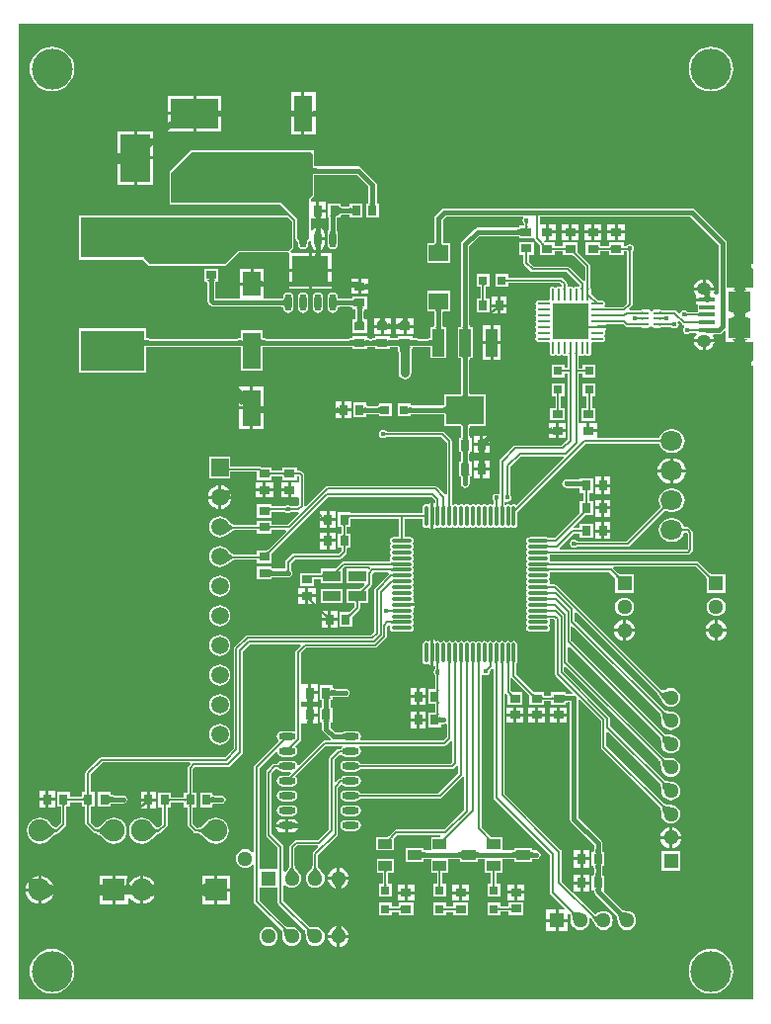
<source format=gtl>
%FSTAX23Y23*%
%MOIN*%
%SFA1B1*%

%IPPOS*%
%ADD13C,0.006000*%
%ADD19R,0.031500X0.037400*%
%ADD20O,0.057100X0.023600*%
%ADD21R,0.047200X0.033500*%
%ADD22O,0.025600X0.009800*%
%ADD23R,0.037400X0.031500*%
%ADD24R,0.061000X0.082700*%
%ADD25R,0.063000X0.124000*%
%ADD26R,0.031500X0.031500*%
%ADD27R,0.031500X0.031500*%
%ADD28R,0.061000X0.037400*%
%ADD29R,0.122000X0.102400*%
%ADD30O,0.023600X0.057100*%
%ADD31R,0.212600X0.137800*%
%ADD32R,0.065000X0.057100*%
%ADD33R,0.039400X0.094500*%
%ADD34R,0.129900X0.094500*%
%ADD35O,0.041300X0.009800*%
%ADD36O,0.009800X0.041300*%
%ADD37R,0.123200X0.123200*%
%ADD38R,0.074800X0.070900*%
%ADD39R,0.053100X0.015700*%
%ADD40O,0.066900X0.011800*%
%ADD41O,0.011800X0.066900*%
%ADD42R,0.051200X0.051200*%
%ADD43C,0.051200*%
%ADD44R,0.051200X0.051200*%
%ADD45C,0.059100*%
%ADD46R,0.059100X0.059100*%
%ADD47C,0.075000*%
%ADD48R,0.075000X0.075000*%
%ADD49R,0.160000X0.100000*%
%ADD50R,0.100000X0.160000*%
%ADD51C,0.138000*%
%ADD52O,0.075000X0.065000*%
%ADD53O,0.049200X0.041300*%
%ADD54C,0.019700*%
%ADD55C,0.015000*%
%ADD56C,0.030000*%
%ADD57C,0.015700*%
%LNtankboardpcb1-1*%
%LPD*%
G36*
X03375Y04242D02*
Y0408D01*
X03373Y04076*
X03361*
X03358Y04081*
X0336Y04086*
X03361Y04089*
X03327*
X03292*
X03293Y04086*
X03296Y04079*
X033Y04073*
Y04063*
X03329*
X03329Y04065*
X03329Y04065*
X03321*
X03323Y04066*
X03324Y04066*
X03325Y04067*
X03326Y04068*
X03327Y04069*
X03328Y0407*
X03327Y04071*
X03326Y04073*
X03325Y04074*
X03324Y04074*
X03323Y04074*
X03321Y04074*
X03329Y04076*
X03329Y04078*
X03329Y0408*
X0334*
X03348Y04084*
X03348Y04083*
X03347Y04081*
X03346Y04079*
X03346Y04078*
X03345Y04076*
X03345Y04074*
X03345Y04073*
X03345Y04073*
X03345Y04071*
X03346Y04069*
X03347Y04068*
X03348Y04067*
X03349Y04066*
X0335Y04066*
X03351Y04065*
X03344*
Y04064*
X03336Y04061*
Y04053*
X033*
Y0404*
X03304*
Y04016*
X03303Y04016*
X03272*
X03271Y04016*
X03271*
X0327*
X0327Y04016*
X0327*
X0327Y04016*
X0327*
X0327Y04016*
X0327Y04016*
X03269Y04017*
X03269Y04017*
X03268Y04017*
X03264Y0402*
X03259Y04021*
X03254Y0402*
X03249Y04017*
X03247Y04013*
X03241Y04012*
X03233Y0402*
X0323Y04022*
X03227Y04022*
X03186*
X03185Y04023*
X03184*
X03183*
X03182Y04023*
X03181Y04023*
X03181Y04023*
X03181Y04023*
X03181*
X0318Y04023*
X03179Y04024*
Y04024*
X03178Y04024*
X03177Y04024*
X03177Y04024*
X03175Y04024*
X03159*
X03155Y04024*
X03152Y04021*
X0315Y04019*
X03145*
X03144Y04021*
X0314Y04024*
X03136Y04024*
X0312*
X03119Y04024*
X03118Y04024*
X03117Y04024*
X03116Y04024*
X03116Y04024*
X03115Y04023*
X03115Y04023*
X03114*
X03114Y04023*
X03114Y04023*
X03113*
X03111Y04023*
X0311*
X03109Y04022*
X03075*
X03073Y04027*
X03081Y04036*
X03083Y04038*
X03084Y04042*
Y04217*
X03084Y04217*
X03084Y04218*
X03084Y04218*
Y04218*
Y04219*
Y04219*
X03084Y04219*
Y04219*
X03084Y04219*
X03084Y04219*
X03085Y0422*
X03085Y0422*
X03088Y04225*
X03089Y0423*
X03088Y04236*
X03085Y0424*
X03081Y04243*
X03075Y04244*
X0307Y04243*
X03065Y0424*
X03065Y0424*
X03064Y04239*
X03064Y04239*
X03064*
X03064Y04239*
X03064*
X03064*
X03063*
X03063Y04239*
X03063Y04239*
X03062Y04239*
X03062Y04239*
X03055*
X03054Y04239*
Y04251*
X03004*
Y04239*
X03004Y04239*
X02977*
X02976Y04239*
X02976*
Y04251*
X02927*
Y04208*
X02976*
Y0422*
X02976*
X02977Y0422*
X03004*
X03004Y0422*
Y04208*
X03054*
Y0422*
X03055Y0422*
X03063*
X03064Y0422*
X03064Y0422*
X03064*
X03065*
X03065Y0422*
X03065Y0422*
Y04219*
X03065Y04219*
Y04219*
X03065Y04218*
Y04046*
X03053Y04033*
X02993*
X0299Y04037*
X0299Y04037*
X0299Y04039*
X02991Y0404*
X02992Y04044*
X02991Y04048*
X02988Y04052*
X02985Y04054*
X02981Y04055*
X02969*
X02969Y04055*
X02968*
X02968Y04055*
X02968*
X02968Y04055*
X02967Y04056*
X02967Y04056*
X02966Y04056*
X02966Y04057*
X02965Y04057*
X02964Y04058*
X02964Y04058*
X02947Y04074*
X02947Y04075*
X02946Y04076*
X02946Y04076*
X02946Y04077*
X02945Y04077*
X02945Y04078*
X02945Y04078*
X02945Y04079*
X02945Y04079*
Y04079*
Y04079*
X02944Y0408*
Y04091*
X02944Y04093*
X02944Y04093*
X02944Y04094*
X02944Y04095*
X02944Y04096*
X02943Y04096*
X02943Y04097*
X02943Y04097*
X02943Y04097*
Y04097*
X02943Y04098*
X02943Y041*
Y04101*
X02943Y04102*
Y0417*
X02942Y04174*
X0294Y04177*
X02902Y04215*
X02902Y04215*
X029Y04218*
X02899Y04218*
X02899Y04219*
Y04251*
X0285*
Y04239*
X02849Y04239*
X02822*
X02822Y04239*
X02822*
Y04251*
X02792*
X02792*
X0279*
X02788Y04253*
X02787Y04254*
X02789Y04259*
X02792*
Y04285*
Y0431*
X02772*
Y04329*
X02772Y0433*
Y04332*
X02772Y04337*
X02773Y04337*
X02774Y04337*
X02776Y04337*
X02778Y04337*
X02781Y04337*
X02781Y04338*
X02781Y04337*
X02782Y04338*
X03279*
X03375Y04242*
G37*
G36*
X02781Y04344D02*
X02778Y04344D01*
X02775Y04344*
X02773Y04343*
X02771Y04343*
X02769Y04342*
X02768Y04342*
X02767Y04341*
X02766Y0434*
X02766Y0434*
X02766Y04337*
X02766Y04332*
Y0433*
X0276*
X0276Y04332*
X02759Y04337*
X02759Y0434*
X02759Y0434*
X02758Y04341*
X02757Y04342*
X02756Y04342*
X02754Y04343*
X02752Y04343*
X02747Y04344*
X02745Y04344*
X02763Y04359*
X02781Y04344*
G37*
G36*
X02732Y04318D02*
X02732Y04318D01*
X02731Y04317*
X02731Y04317*
X02731Y04316*
X02731Y04315*
X0273Y04315*
X0273Y04314*
X0273Y04313*
Y04312*
X02724*
Y04313*
X02724Y04314*
X02724Y04315*
X02724Y04315*
X02724Y04316*
X02723Y04317*
X02723Y04317*
X02723Y04318*
X02722Y04318*
X02722Y04319*
X02733*
X02732Y04318*
G37*
G36*
X0273Y04306D02*
X0273Y04305D01*
X02731Y04305*
X02731Y04304*
X02731Y04303*
X02731Y04303*
X02732Y04302*
X02732Y04302*
X02733Y04302*
X02733*
X02721*
X02722*
X02722Y04302*
X02723Y04302*
X02723Y04303*
X02723Y04303*
X02724Y04304*
X02724Y04305*
X02724Y04305*
X02724Y04306*
Y04308*
X0273*
Y04306*
G37*
G36*
X02708Y04271D02*
X02708Y04272D01*
X02707Y04274*
X02707Y04275*
X02705Y04276*
X02704Y04277*
X02702Y04277*
X027Y04278*
X02698Y04278*
X02696Y04278*
X02693*
Y04293*
X02696Y04294*
X02698Y04294*
X027Y04294*
X02702Y04295*
X02704Y04295*
X02705Y04296*
X02707Y04297*
X02707Y04298*
X02708Y043*
X02708Y04301*
Y04271*
G37*
G36*
X02437Y04255D02*
X02438Y04253D01*
X02438Y04251*
X02438Y04249*
X02439Y04247*
X0244Y04246*
X02441Y04245*
X02442Y04244*
X02443Y04243*
X02445Y04243*
X02415*
X02416Y04243*
X02417Y04244*
X02419Y04245*
X0242Y04246*
X0242Y04247*
X02421Y04249*
X02422Y04251*
X02422Y04253*
X02422Y04255*
Y04258*
X02437*
X02437Y04255*
G37*
G36*
X02782Y04248D02*
X02784Y04247D01*
X02785Y04246*
X02786Y04245*
X02787Y04245*
X02788Y04245*
X02788Y04245*
X02789Y04245*
X0279Y04245*
X02778Y0424*
X02779Y0424*
X02779Y0424*
X02779Y04241*
X02779Y04242*
X02779Y04242*
X02778Y04243*
X02777Y04244*
X02777Y04245*
X02774Y04248*
X02781Y04249*
X02782Y04248*
G37*
G36*
X03048Y04235D02*
X03048Y04234D01*
X03048Y04234*
X03048Y04234*
X03049Y04233*
X0305Y04233*
X03051Y04233*
X03051Y04233*
X03052Y04233*
X03054Y04232*
Y04226*
X03052*
X03051Y04226*
X03051Y04226*
X0305Y04226*
X03049Y04226*
X03048Y04225*
X03048Y04225*
X03048Y04225*
X03048Y04224*
Y04223*
Y04235*
Y04235*
G37*
G36*
X03011Y04223D02*
Y04224D01*
X0301Y04225*
X0301Y04225*
X0301Y04225*
X03009Y04226*
X03008Y04226*
X03008Y04226*
X03007Y04226*
X03006Y04226*
X03004*
Y04232*
X03006Y04233*
X03007Y04233*
X03008Y04233*
X03008Y04233*
X03009Y04233*
X0301Y04234*
X0301Y04234*
X0301Y04234*
X03011Y04235*
Y04235*
Y04223*
G37*
G36*
X0297Y04235D02*
X0297Y04234D01*
X02971Y04234*
X02971Y04234*
X02972Y04233*
X02972Y04233*
X02973Y04233*
X02974Y04233*
X02975Y04233*
X02976Y04232*
Y04226*
X02975*
X02974Y04226*
X02973Y04226*
X02972Y04226*
X02972Y04226*
X02971Y04225*
X02971Y04225*
X0297Y04225*
X0297Y04224*
Y04223*
Y04235*
Y04235*
G37*
G36*
X02856Y04223D02*
X02856Y04224D01*
X02856Y04225*
X02855Y04225*
X02855Y04225*
X02854Y04226*
X02854Y04226*
X02853Y04226*
X02852Y04226*
X02851Y04226*
X0285*
Y04232*
X02851Y04233*
X02852Y04233*
X02853Y04233*
X02854Y04233*
X02854Y04233*
X02855Y04234*
X02855Y04234*
X02856Y04234*
X02856Y04235*
X02856Y04235*
Y04223*
G37*
G36*
X02815Y04235D02*
X02816Y04234D01*
X02816Y04234*
X02816Y04234*
X02817Y04233*
X02818Y04233*
X02818Y04233*
X02819Y04233*
X0282Y04233*
X02821Y04232*
Y04226*
X0282*
X02819Y04226*
X02818Y04226*
X02818Y04226*
X02817Y04226*
X02816Y04225*
X02816Y04225*
X02816Y04225*
X02815Y04224*
X02815Y04223*
Y04235*
X02815Y04235*
G37*
G36*
X0307Y04225D02*
X0308Y04224D01*
X0308Y04224*
X03079Y04223*
X03079Y04223*
X03078Y04222*
X03078Y04222*
X03078Y04221*
X03078Y0422*
X03078Y0422*
X03078Y04219*
Y04218*
X03072Y04219*
X03071Y04219*
Y0422*
X03071Y04221*
X03071Y04222*
X03071Y04222*
X03071Y04223*
X0307Y04224*
X0307Y04224*
X0307Y04225*
X03069Y04225*
X03069Y04225*
X03068Y04226*
X03067Y04226*
X03067Y04226*
X03066Y04226*
X03065Y04226*
X03064*
X03064*
X03063Y04232*
X03064Y04233*
X03065Y04233*
X03065Y04233*
X03066Y04233*
X03067Y04233*
X03067Y04233*
X03068Y04234*
X03068Y04234*
X03069Y04235*
X03069Y04235*
X0307Y04225*
G37*
G36*
X02892Y04219D02*
X02892Y04219D01*
X02892Y04218*
X02892Y04217*
X02892Y04217*
X02893Y04216*
X02894Y04215*
X02895Y04214*
X02897Y04211*
X0289Y0421*
X02889Y04211*
X02887Y04212*
X02886Y04213*
X02885Y04214*
X02884Y04214*
X02883Y04214*
X02883Y04214*
X02882Y04214*
X02881Y04214*
X02893Y04219*
X02892Y04219*
G37*
G36*
X02732Y04215D02*
X02731Y04215D01*
X02731Y04215*
X0273Y04214*
X0273Y04214*
X0273Y04213*
X0273Y04212*
X02729Y04211*
X02729Y0421*
Y04209*
X02723*
Y0421*
X02723Y04211*
X02723Y04212*
X02723Y04213*
X02723Y04214*
X02722Y04214*
X02722Y04215*
X02721Y04215*
X02721Y04215*
X0272Y04215*
X02732*
X02732Y04215*
G37*
G36*
X03491Y04179D02*
X03486Y04178D01*
X03484Y04181*
Y04178*
Y04161*
X03486Y04164*
X03491Y04163*
Y04097*
X03465*
X03466Y04095*
X03467Y04092*
X03469Y0409*
X03471Y04088*
X03474Y04087*
X03477Y04087*
X03452*
Y04052*
X03442*
Y04087*
X03417*
X0342Y04087*
X03422Y04088*
X03425Y0409*
X03426Y04092*
X03428Y04095*
X03429Y04097*
X03402*
Y0417*
X03407Y0417*
X03408Y04164*
X03409Y04161*
Y04181*
X03408Y04178*
X03407Y04171*
X03402Y04172*
Y04247*
X03401Y04253*
X03398Y04257*
X03294Y04361*
X0329Y04364*
X03284Y04365*
X02764*
X02763Y04365*
X02763Y04365*
X02762Y04365*
X02762Y04365*
X02449*
X02444Y04364*
X02439Y04361*
X0242Y04342*
X02417Y04337*
X02416Y04332*
Y04259*
X02416Y04258*
Y04256*
X02416Y04254*
X02415Y04252*
X02415Y04251*
X02415Y0425*
X02414Y0425*
X02414*
X02413Y04249*
X02391*
Y0418*
X02468*
Y04249*
X02446*
X02445Y0425*
X02445*
X02445Y0425*
X02445Y04251*
X02444Y04252*
X02444Y04254*
X02444Y04256*
X02444Y04258*
X02444Y04259*
Y04326*
X02455Y04338*
X02714*
X02716Y04333*
X02714Y0433*
X02713Y04324*
X02714Y04319*
X02717Y04315*
X02717Y04314*
X02717Y04314*
X02717Y04314*
X02717Y04314*
X02718Y04314*
Y04314*
X02718Y04313*
Y04313*
X02718Y04313*
Y04313*
X02718Y04312*
X02715Y04308*
X02702*
Y04302*
X02701Y04302*
X02701Y04301*
X02701Y04301*
X027Y04301*
X02699Y04301*
X02697Y043*
X02695Y043*
X02693Y043*
X02692Y043*
X02561*
X02555Y04299*
X02551Y04296*
X0251Y04254*
X02507Y0425*
X02506Y04245*
Y04169*
X02506Y04169*
X02506Y04169*
Y03976*
X02505Y03976*
X02505Y03973*
X02505Y03971*
X02505Y03969*
X02504Y03968*
X02504Y03967*
X02504Y03967*
X02504*
X02503Y03966*
X02494*
Y0386*
X02503*
X02504Y0386*
X02504*
X02504Y03859*
X02504Y03859*
X02505Y03857*
X02505Y03856*
X02505Y03854*
X02505Y03851*
X02506Y0385*
Y03748*
X02505Y03747*
X02505Y03745*
X02505Y03742*
X02505Y03741*
X02504Y03739*
X02504Y03739*
X02504Y03738*
X02504Y03738*
X02503Y03738*
X02448*
Y03702*
X02448Y03701*
Y03701*
X02448Y03701*
X02447Y03701*
X02446Y037*
X02444Y037*
X02442Y037*
X02439Y037*
X02439Y037*
X02344*
X02344Y037*
X02341Y037*
X02339Y037*
X02337Y037*
X02336Y03701*
X02335Y03701*
X02335Y03701*
Y03701*
X02334Y03702*
Y03708*
X02291*
Y03664*
X02334*
Y03669*
X02335Y0367*
Y0367*
X02335Y03671*
X02336Y03671*
X02337Y03671*
X02339Y03672*
X02341Y03672*
X02344Y03672*
X02344Y03672*
X02439*
X02439Y03672*
X02442Y03672*
X02444Y03672*
X02446Y03671*
X02447Y03671*
X02448Y03671*
X02448Y0367*
Y0367*
X02448Y0367*
Y03632*
X02503*
X02504Y03631*
X02504Y03631*
X02504Y03631*
X02504Y0363*
X02505Y03629*
X02505Y03627*
X02505Y03625*
X02505Y03623*
X02506Y03622*
Y03603*
X02505Y03602*
X02505Y036*
X02505Y03598*
X02505Y03596*
X02504Y03595*
X02504Y03594*
X02504Y03594*
X02504*
X02503Y03593*
X02498*
Y03588*
X02498Y03587*
X02498Y03587*
X02498Y03586*
X02498Y03586*
Y03551*
X02498Y03551*
X02498Y0355*
X02498Y0355*
X02498Y03549*
Y03544*
X02503*
X02504Y03544*
X02504*
X02504Y03543*
X02504Y03543*
X02505Y03541*
X02505Y0354*
X02505Y03538*
X02505Y03535*
X02506Y03534*
Y03519*
X02505Y03519*
X02505Y03516*
X02505Y03514*
X02505Y03512*
X02504Y03511*
X02504Y0351*
X02504Y0351*
X02504*
X02503Y0351*
X02498*
Y03504*
X02498Y03503*
X02498Y03503*
X02498Y03503*
X02498Y03502*
Y0346*
X02504*
X02504Y0346*
X02505*
X02505Y0346*
X02505Y03459*
X02505Y03458*
X02506Y03456*
X02506Y03454*
Y03451*
X02506Y03451*
Y03439*
X02506Y03437*
X02507Y03432*
X0251Y03427*
X02515Y03424*
X0252Y03423*
X02525Y03424*
X0253Y03427*
X02533Y03432*
X02534Y03437*
X02534Y03439*
Y03451*
X02534Y03451*
X02534Y03454*
X02534Y03456*
X02535Y03458*
X02535Y03459*
X02535Y0346*
X02535Y0346*
X02536*
X02536Y0346*
X02542*
Y0351*
X02535*
X02535Y0351*
X02535*
X02535Y0351*
X02534Y03511*
X02534Y03512*
X02534Y03514*
X02533Y03516*
X02533Y03519*
X02533Y03519*
Y03534*
X02533Y03535*
X02533Y03538*
X02534Y0354*
X02534Y03541*
X02534Y03543*
X02535Y03543*
X02535Y03544*
X02535*
X02535Y03544*
X02542*
Y03593*
X02535*
X02535Y03594*
X02535*
X02535Y03594*
X02534Y03595*
X02534Y03596*
X02534Y03598*
X02533Y036*
X02533Y03602*
X02533Y03603*
Y03622*
X02533Y03623*
X02533Y03625*
X02534Y03627*
X02534Y03629*
X02534Y0363*
X02535Y03631*
X02535Y03631*
X02535Y03631*
X02536Y03632*
X0259*
Y03738*
X02535*
X02535Y03738*
X02535Y03738*
X02535Y03739*
X02534Y03739*
X02534Y03741*
X02534Y03742*
X02533Y03745*
X02533Y03747*
X02533Y03748*
Y0385*
X02533Y03851*
X02533Y03854*
X02534Y03856*
X02534Y03857*
X02534Y03859*
X02535Y03859*
X02535Y0386*
X02535*
X02536Y0386*
X02545*
Y03966*
X02535*
X02535Y03967*
X02535*
X02535Y03967*
X02534Y03968*
X02534Y03969*
X02534Y03971*
X02533Y03973*
X02533Y03976*
X02533Y03976*
Y04169*
X02533Y04169*
X02533Y04169*
Y04239*
X02566Y04272*
X02692*
X02693Y04272*
X02695*
X02697Y04272*
X02699Y04271*
X027Y04271*
X02701Y04271*
X02701Y04271*
X02701Y0427*
X02702Y0427*
Y04264*
X02751*
X02754Y0426*
X02754Y0426*
X02756Y04257*
X02769Y04244*
X02769Y04244*
X02772Y04241*
X02772Y04241*
Y04241*
X02772Y04239*
Y04208*
X02822*
Y0422*
X02822*
X02822Y0422*
X02849*
X0285Y0422*
Y04208*
X02882*
X02882Y04208*
X02883Y04207*
X02884Y04206*
X02885Y04205*
X02886Y04205*
X02886Y04204*
X02887*
X02924Y04167*
Y04122*
X02923Y04121*
X02919Y0412*
X02873Y04166*
X0287Y04168*
X02866Y04169*
X02753*
X02736Y04186*
Y04208*
X02736Y04209*
Y04209*
X02751*
Y04253*
X02702*
Y04209*
X02717*
Y04209*
X02717Y04208*
Y04182*
X02718Y04179*
X0272Y04176*
X02742Y04153*
X02745Y04151*
X02749Y04151*
X02863*
X02904Y04109*
Y04103*
X02901Y04101*
X02901Y04101*
X02899Y04101*
X02898Y04102*
X02894Y04102*
X0289Y04102*
X02888Y041*
X02884Y04099*
X02881Y041*
X02879Y04102*
X02874Y04102*
X0287Y04102*
X02869Y04101*
X02867Y04101*
X02867Y04101*
X02864Y04103*
Y04111*
X02863Y04114*
X02861Y04117*
X02849Y0413*
X02846Y04132*
X02842Y04132*
X02665*
X02664Y04133*
Y04145*
X02621*
Y04101*
X02664*
Y04114*
X02665Y04114*
X02839*
X02845Y04108*
X02844Y04103*
X0284Y04101*
X02839Y04102*
X02835Y04102*
X02831Y04102*
X02827Y04099*
X02823*
X02819Y04102*
X02815Y04102*
X02811Y04102*
X02807Y04099*
X02805Y04095*
X02804Y04091*
Y0406*
X02804Y04059*
X028Y04055*
X02799Y04055*
X02768*
X02764Y04054*
X0276Y04052*
X02758Y04048*
X02757Y04044*
X02758Y0404*
X02759Y04038*
X0276Y04034*
X02759Y04031*
X02758Y04029*
X02757Y04024*
X02758Y0402*
X02759Y04018*
X0276Y04014*
X02759Y04011*
X02758Y04009*
X02757Y04005*
X02758Y04*
X02759Y03998*
X0276Y03995*
X02759Y03991*
X02758Y03989*
X02757Y03985*
X02758Y03981*
X02759Y03978*
X0276Y03975*
X02759Y03972*
X02758Y0397*
X02757Y03965*
X02758Y03961*
X02759Y03959*
X0276Y03955*
X02759Y03952*
X02758Y0395*
X02757Y03946*
X02758Y03941*
X02759Y03939*
X0276Y03936*
X02759Y03932*
X02758Y0393*
X02757Y03926*
X02758Y03922*
X0276Y03918*
X02764Y03916*
X02768Y03915*
X02799*
X028Y03915*
X02804Y03911*
X02804Y0391*
Y03879*
X02805Y03874*
X02807Y03871*
X02811Y03868*
X02815Y03867*
X02819Y03868*
X02823Y03871*
X02827*
X02831Y03868*
X02835Y03867*
X02839Y03868*
X02841Y0387*
X02845Y0387*
X02848Y0387*
X0285Y03868*
X02855Y03867*
X02859Y03868*
X0286Y03869*
X02861Y03869*
X02862*
X02865Y03867*
Y03827*
X02855*
X02855Y03827*
X02854*
Y03839*
X02811*
Y03796*
X02854*
Y03808*
X02855*
X02855Y03808*
X02865*
Y03587*
X02844Y03566*
X02688*
X02685Y03566*
X02682Y03564*
X02637Y03519*
X02636Y03516*
X02635Y03513*
Y03405*
X02631Y03403*
X0263Y03403*
X02625Y03404*
X0262Y03403*
X02615Y034*
X02612Y03395*
X02611Y0339*
X02612Y03384*
X02614Y03381*
X02615Y0338*
X02615Y03379*
X02615Y03379*
Y03379*
X02615Y03379*
X02615Y03379*
Y03379*
Y03379*
X02615Y03378*
Y03378*
Y03378*
X02616Y03377*
Y03368*
X02615Y03367*
X02614Y03367*
X02613Y03367*
X0261Y03366*
X02609Y03367*
X02605Y03368*
X026Y03367*
X02598Y03366*
X02595Y03364*
X02591Y03366*
X0259Y03367*
X02585Y03368*
X0258Y03367*
X02579Y03366*
X02575Y03364*
X02571Y03366*
X0257Y03367*
X02565Y03368*
X02561Y03367*
X02557Y03364*
X02554*
X0255Y03367*
X02546Y03368*
X02541Y03367*
X02539Y03366*
X02536Y03364*
X02532Y03366*
X02531Y03367*
X02526Y03368*
X02521Y03367*
X02517Y03364*
X02515*
X02511Y03367*
X02506Y03368*
X02502Y03367*
X025Y03366*
X02496Y03364*
X02493Y03366*
X02491Y03367*
X02486Y03368*
X02482Y03367*
X02481Y03366*
X0248Y03366*
X02479Y03366*
X02476Y03369*
Y0358*
X02475Y03583*
X02473Y03586*
X02449Y0361*
X02446Y03612*
X02443Y03613*
X02256*
X02255Y03613*
X02254*
X02254Y03613*
X02254*
X02254*
X02254Y03613*
X02254Y03614*
X02253*
X02253Y03614*
X02253Y03614*
X02253Y03614*
X02252Y03614*
X02248Y03617*
X02243Y03618*
X02237Y03617*
X02233Y03614*
X0223Y03609*
X02229Y03604*
X0223Y03598*
X02233Y03594*
X02237Y03591*
X02243Y0359*
X02248Y03591*
X02252Y03593*
X02253Y03594*
X02253Y03594*
X02253Y03594*
X02253*
X02254Y03594*
X02254*
X02254Y03594*
X02254*
X02254Y03594*
X02254*
X02255*
X02256Y03595*
X02439*
X02458Y03576*
Y03402*
X02456Y03401*
X02453Y034*
X02426Y03426*
X02423Y03428*
X0242Y03429*
X02054*
X0205Y03428*
X02047Y03426*
X01982Y03361*
X01978Y03362*
X01977Y03363*
Y03464*
X01976Y03467*
X01974Y0347*
X01967Y03477*
X01964Y03479*
X01961Y0348*
X01952*
X01951Y0348*
X01951*
Y03492*
X01902*
Y0348*
X01901Y0348*
X01867*
X01867Y0348*
X01867*
Y03492*
X01833*
X01833Y03493*
X0183Y03495*
X01827Y03495*
X01818*
X01817Y03496*
X01817Y03495*
X01727*
X01727Y03496*
Y03527*
X01656*
Y03456*
X01727*
Y03477*
X01727Y03477*
X01816*
X01817Y03477*
Y03449*
X01867*
Y03461*
X01867*
X01867Y03462*
X01901*
X01902Y03461*
Y03449*
X01951*
Y03461*
X01951*
X01952Y03462*
X01957*
X01959Y0346*
Y03445*
X01955Y03441*
X01954*
X01931*
Y03416*
Y0339*
X01954*
X01955*
X01959Y03386*
Y03366*
X01952Y0336*
X01934*
X01933Y0336*
X01932*
X01932Y0336*
X01932*
X01932Y0336*
X01932*
X01931Y03361*
X01931*
X01931Y03361*
X01931Y03361*
X01931Y03361*
X0193Y03361*
X01926Y03364*
X01921Y03365*
X01915Y03364*
X01912Y03361*
X01911Y03361*
X0191Y03361*
X0191Y03361*
X0191Y03361*
X0191*
X0191Y0336*
X0191*
X0191Y0336*
X01909*
X01909Y0336*
X01908*
X01908Y0336*
X01867*
X01867Y0336*
Y03367*
X01817*
Y03323*
X01867*
Y03341*
X01867Y03342*
X01908*
X01908Y03341*
X01909*
X01909*
X0191*
X0191Y03341*
X0191*
X0191Y03341*
X0191Y03341*
X0191*
X0191Y03341*
X01911Y03341*
X01912Y0334*
X01915Y03338*
X01921Y03337*
X01926Y03338*
X0193Y0334*
X01931Y03341*
X01931Y03341*
X01931Y03341*
X01931*
X01931Y03341*
X01932Y03341*
X01932*
X01932Y03341*
X01932*
X01932*
X01933*
X01934Y03342*
X01956*
X01957Y0334*
X01958Y03337*
X0192Y03299*
X01867*
X01867Y03299*
Y03312*
X01817*
Y03299*
X01817*
X01816Y03298*
X0174*
X01739Y03299*
X01738Y03299*
X01737Y03299*
X01735Y033*
X01733Y03301*
X01731Y03302*
X01729Y03304*
X01727Y03306*
X01722Y03311*
X01719Y03315*
X01718Y03315*
X01716Y03317*
X01709Y03322*
X017Y03326*
X01691Y03327*
X01682Y03326*
X01673Y03322*
X01666Y03317*
X0166Y03309*
X01656Y03301*
X01655Y03291*
X01656Y03282*
X0166Y03274*
X01666Y03266*
X01673Y0326*
X01682Y03257*
X01691Y03256*
X017Y03257*
X01709Y0326*
X01713Y03264*
X01715Y03264*
X01722Y0327*
X01725Y03273*
X01731Y03276*
X01733Y03278*
X01735Y03279*
X01736Y03279*
X01737Y03279*
X01739Y0328*
X01739Y0328*
X01816*
X01817Y0328*
X01817*
Y03268*
X01867*
Y0328*
X01867Y03281*
X01912*
X01914Y03276*
X01854Y03216*
X01854Y03216*
X01854Y03216*
X01853Y03216*
X01852Y03215*
X01851Y03214*
X01851Y03213*
X0185Y03213*
X0185Y03213*
X0185*
X0185Y03213*
X01847*
X01847*
X01817*
Y03199*
X01817*
X01816Y03198*
X0174*
X01739Y03199*
X01738Y03199*
X01737Y03199*
X01735Y032*
X01733Y03201*
X01731Y03202*
X01729Y03204*
X01727Y03206*
X01722Y03211*
X01719Y03215*
X01718Y03215*
X01716Y03217*
X01709Y03222*
X017Y03226*
X01691Y03227*
X01682Y03226*
X01673Y03222*
X01666Y03217*
X0166Y03209*
X01656Y03201*
X01655Y03191*
X01656Y03182*
X0166Y03174*
X01666Y03166*
X01673Y0316*
X01682Y03157*
X01691Y03156*
X017Y03157*
X01709Y0316*
X01713Y03164*
X01715Y03164*
X01722Y0317*
X01725Y03173*
X01731Y03176*
X01733Y03178*
X01735Y03179*
X01736Y03179*
X01737Y03179*
X01739Y0318*
X01739Y0318*
X01816*
X01817Y0318*
X01817*
Y03169*
X01867*
Y03201*
X01867Y03202*
X01867Y03202*
X01868Y03204*
X01869Y03205*
X0187Y03206*
X02055Y03391*
X02407*
X02418Y0338*
Y03373*
X02417Y03372*
X02413Y03371*
X02413Y03371*
Y03358*
X02413Y03358*
X02413*
Y03328*
Y03298*
X02413*
X02413Y03297*
Y03285*
X02414Y03285*
X02419Y03289*
X0242Y03291*
X02423Y03289*
X02427Y03288*
X02432Y03289*
X02436Y03292*
X02439*
X02442Y03289*
X02447Y03288*
X02452Y03289*
X02456Y03292*
X02458*
X02462Y03289*
X02467Y03288*
X02471Y03289*
X02475Y03292*
X02478*
X02482Y03289*
X02486Y03288*
X02491Y03289*
X02495Y03292*
X02498*
X02502Y03289*
X02506Y03288*
X02511Y03289*
X02515Y03292*
X02517*
X02521Y03289*
X02526Y03288*
X02531Y03289*
X02534Y03292*
X02537*
X02541Y03289*
X02546Y03288*
X0255Y03289*
X02554Y03292*
X02557*
X02561Y03289*
X02565Y03288*
X0257Y03289*
X02574Y03292*
X02576*
X0258Y03289*
X02585Y03288*
X0259Y03289*
X02594Y03292*
X02596*
X026Y03289*
X02605Y03288*
X02609Y03289*
X02613Y03292*
X02616*
X0262Y03289*
X02624Y03288*
X02629Y03289*
X02633Y03292*
X02635*
X02639Y03289*
X02644Y03288*
X02649Y03289*
X02653Y03292*
X02655*
X02659Y03289*
X02664Y03288*
X02668Y03289*
X02672Y03292*
X02675*
X02679Y03289*
X02683Y03288*
X02688Y03289*
X02692Y03292*
X02695Y03296*
X02695Y033*
Y03339*
X02696Y03339*
Y0334*
Y0334*
X02696Y0334*
X02696Y03341*
X02696Y03341*
X02696Y03341*
X02696Y03342*
X02698Y03343*
X02698Y03344*
X02698Y03345*
X02926Y03572*
X03173*
X03173Y03571*
X03174*
X03174Y03571*
X03178Y03562*
X03184Y03553*
X03192Y03547*
X03202Y03543*
X03212Y03542*
X03222*
X03232Y03543*
X03241Y03547*
X03249Y03553*
X03255Y03562*
X03259Y03571*
X03261Y03581*
X03259Y03591*
X03255Y036*
X03249Y03608*
X03241Y03615*
X03232Y03618*
X03222Y0362*
X03212*
X03202Y03618*
X03192Y03615*
X03184Y03608*
X03178Y036*
X03174Y03591*
X03174Y0359*
X03173*
X03173Y0359*
X02969*
X02964Y0359*
Y03595*
Y03611*
X02954*
X02954Y03611*
Y0361*
Y03611*
X02935*
Y03616*
X0293*
Y03642*
X02908*
X02907*
X02903Y03645*
Y03808*
X02916*
X02917Y03808*
X02917*
Y03795*
X0296*
Y03839*
X02917*
Y03827*
X02917*
X02916Y03826*
X02903*
Y03867*
X02906Y03869*
X02907*
X02908Y03869*
X02909Y03868*
X02914Y03867*
X02918Y03868*
X02922Y03871*
X02925*
X02929Y03868*
X02933Y03867*
X02938Y03868*
X02941Y03871*
X02944Y03874*
X02944Y03879*
Y0391*
X02944Y03911*
X02948Y03915*
X02949Y03915*
X02981*
X02985Y03916*
X02988Y03918*
X02991Y03922*
X02992Y03926*
X02991Y0393*
X02989Y03932*
X02989Y03936*
X02989Y03939*
X02991Y03941*
X02992Y03946*
X02991Y0395*
X02991Y0395*
X02991Y03954*
X02995Y03959*
X02995Y0396*
X02965*
Y0397*
X02995*
X02995Y03971*
Y03972*
X02997Y03976*
X03052*
X03061Y03967*
X03064Y03965*
X03067Y03965*
X03109*
X0311Y03964*
X03111*
X03112*
X03113Y03964*
X03114Y03964*
X03114Y03964*
X03114*
X03115Y03964*
X03115Y03964*
X03116Y03964*
X03116Y03964*
X03117Y03963*
X03118Y03963*
X03119Y03963*
X0312Y03963*
X03136*
X0314Y03964*
X03144Y03966*
X03145Y03968*
X0315*
X03152Y03966*
X03155Y03964*
X03159Y03963*
X03175*
X03177Y03963*
X03177Y03963*
X03178Y03963*
X03179Y03964*
Y03964*
X0318Y03964*
X03181Y03964*
X03181Y03964*
X03181*
X03181Y03964*
X03182Y03964*
X03184Y03964*
X03185*
X03186Y03965*
X03213*
X03214Y03964*
X03215*
X03215*
X03215Y03964*
X03215*
X03216Y03964*
X03216*
X03216Y03964*
X03216Y03964*
X03216Y03964*
X03216Y03964*
X03217Y03963*
X03221Y03961*
X03226Y0396*
X03232Y03961*
X03236Y03964*
X03239Y03969*
X03241Y03974*
X03239Y03979*
X03237Y03983*
X03241Y03987*
X03253Y03974*
X03256Y03972*
X03259Y03972*
X03259Y03971*
X0326Y03967*
X03258Y03965*
X03255Y03961*
X03254Y03955*
X03255Y0395*
X03258Y03945*
X03263Y03942*
X03268Y03941*
X03273Y03942*
X03277Y03945*
X03278Y03945*
X03278Y03945*
X03279Y03946*
X03279*
X03279Y03946*
X03279Y03946*
X03279*
X03279*
X03279Y03946*
X0328*
X0328*
X03281Y03946*
X033*
X03301Y03941*
X03301Y03941*
X03296Y03934*
X03293Y03927*
X03292Y03924*
X03327*
X03361*
X0336Y03927*
X03357Y03934*
X03356Y03937*
X03358Y03942*
X03362*
X03363Y03941*
X03363*
X03377Y03941*
X03378Y03942*
X03382Y03943*
X03387Y03946*
X03394Y03953*
X03399Y03951*
Y03916*
X03429*
X03428Y03919*
X03426Y03921*
X03425Y03923*
X03422Y03925*
X0342Y03926*
X03417Y03926*
X03442*
Y03961*
X03452*
Y03926*
X03477*
X03474Y03926*
X03471Y03925*
X03469Y03923*
X03467Y03921*
X03466Y03919*
X03465Y03916*
X03491*
Y0385*
X03486Y03849*
X03484Y03853*
Y03835*
Y03832*
X03486Y03835*
X03491Y03834*
Y01697*
X01011*
Y04988*
X03491*
Y04179*
G37*
G36*
X02658Y04129D02*
X02659Y04128D01*
X02659Y04128*
X02659Y04127*
X0266Y04127*
X0266Y04127*
X02661Y04126*
X02662Y04126*
X02663Y04126*
X02664*
Y0412*
X02663*
X02662Y0412*
X02661Y0412*
X0266Y0412*
X0266Y04119*
X02659Y04119*
X02659Y04119*
X02659Y04118*
X02658Y04118*
Y04117*
Y04129*
Y04129*
G37*
G36*
X02936Y041D02*
X02937Y04097D01*
X02937Y04096*
X02937Y04095*
X02937Y04095*
X02937Y04094*
X02938Y04094*
X02938Y04093*
X02929*
X02929Y04094*
X02929Y04094*
X0293Y04095*
X0293Y04095*
X0293Y04096*
X0293Y04097*
X0293Y04099*
X0293Y041*
Y04101*
X02936*
Y041*
G37*
G36*
X02917D02*
X02917Y04097D01*
X02917Y04096*
X02917Y04095*
X02917Y04095*
X02918Y04094*
X02918Y04094*
X02918Y04093*
X02909*
X02909Y04094*
X0291Y04094*
X0291Y04095*
X0291Y04095*
X0291Y04096*
X0291Y04097*
X02911Y04099*
Y041*
Y04101*
X02917*
Y041*
G37*
G36*
X02858D02*
X02858Y04097D01*
X02858Y04096*
X02858Y04095*
X02858Y04095*
X02859Y04094*
X02859Y04094*
X02859Y04093*
X0285*
X0285Y04094*
X02851Y04094*
X02851Y04095*
X02851Y04095*
X02851Y04096*
X02851Y04097*
X02852Y04099*
Y041*
X02852Y04101*
X02858*
Y041*
G37*
G36*
X02938Y04078D02*
X02938Y04077D01*
X02939Y04077*
X02939Y04076*
X02939Y04075*
X0294Y04074*
X0294Y04073*
X02941Y04072*
X02942Y04071*
X02942Y04071*
Y04062*
X02942Y04063*
X02941Y04063*
X0294Y04064*
X0294Y04064*
X02939Y04064*
X02939Y04064*
X02939Y04064*
X02938Y04063*
X02938Y04063*
Y04062*
Y04079*
Y04078*
G37*
G36*
X02961Y04052D02*
X02962Y04052D01*
X02963Y04051*
X02963Y0405*
X02964Y0405*
X02965Y04049*
X02966Y04049*
X02967Y04049*
X02968Y04049*
X02968Y04049*
X02951*
X02952Y04049*
X02953Y04049*
X02953Y04049*
X02954Y04049*
X02954Y0405*
X02954Y0405*
X02953Y04051*
X02953Y04052*
X02952Y04052*
X02951Y04053*
X0296*
X02961Y04052*
G37*
G36*
X02911Y04021D02*
X0291Y04022D01*
X02909Y04023*
X02908Y04023*
X02907Y04024*
X02907Y04024*
X02906Y04025*
X02905Y04025*
X02904Y04025*
X02903Y04025*
X02902Y04025*
Y04031*
X02903*
X02904Y04031*
X02905Y04032*
X02906Y04032*
X02907Y04032*
X02907Y04033*
X02908Y04033*
X02909Y04034*
X0291Y04034*
X02911Y04035*
Y04021*
G37*
G36*
X02882Y04034D02*
X02883Y04034D01*
X02884Y04033*
X02884Y04033*
X02885Y04032*
X02886Y04032*
X02887Y04032*
X02888Y04031*
X02889Y04031*
X0289*
Y04025*
X02889Y04025*
X02888Y04025*
X02887Y04025*
X02886Y04025*
X02885Y04024*
X02884Y04024*
X02884Y04023*
X02883Y04023*
X02882Y04022*
X02881Y04021*
Y04035*
X02882Y04034*
G37*
G36*
X02867Y04021D02*
X02866Y04022D01*
X02866Y04023*
X02865Y04023*
X02864Y04024*
X02863Y04024*
X02862Y04025*
X02862Y04025*
X02861Y04025*
X0286Y04025*
X02859Y04025*
Y04031*
X0286*
X02861Y04031*
X02862Y04032*
X02862Y04032*
X02863Y04032*
X02864Y04033*
X02865Y04033*
X02866Y04034*
X02866Y04034*
X02867Y04035*
Y04021*
G37*
G36*
X02983Y04029D02*
X02984Y04028D01*
X02984Y04028*
X02985Y04028*
X02986Y04028*
X02986Y04028*
X02988Y04027*
X02989*
X0299*
Y04021*
X02989Y04021*
X02986Y04021*
X02986Y04021*
X02985Y04021*
X02984Y04021*
X02984Y0402*
X02983Y0402*
X02982Y0402*
Y04029*
X02983Y04029*
G37*
G36*
X02839Y04034D02*
X0284Y04034D01*
X0284Y04033*
X02841Y04033*
X02842Y04032*
X02843Y04032*
X02844Y04032*
X02845Y04031*
X02845Y04031*
X02846*
Y04025*
X02845Y04025*
X02845Y04025*
X02844Y04025*
X02843Y04025*
X02842Y04024*
X02841Y04024*
X02842Y04023*
X02842Y04022*
X02842Y04022*
X02843Y04021*
X02843Y0402*
X02844Y0402*
X0284Y04015*
X02839Y04016*
X02838Y04016*
X02838Y04017*
X02837Y04017*
X02836Y04018*
X02835Y04018*
X02834Y04018*
X02833Y04018*
X02832Y04018*
X02831*
X02838Y04025*
Y04035*
X02839Y04034*
G37*
G36*
X02926Y04022D02*
X02925Y04021D01*
X02924Y0402*
X02924Y04018*
X02924Y04017*
X02924Y04016*
X02923Y04015*
X02923Y04014*
X02917Y04012*
Y04013*
X02917Y04014*
X02917Y04015*
X02917Y04016*
X02916Y04017*
X02916Y04017*
X02915Y04018*
X02915Y04019*
X02914Y04019*
X02913Y0402*
X02926Y04023*
X02926Y04022*
G37*
G36*
X03178Y04018D02*
X03178Y04017D01*
X03179Y04017*
X03179Y04017*
X0318Y04017*
X03181Y04017*
X03183Y04016*
X03184*
X03185*
Y0401*
X03184Y0401*
X03181Y0401*
X0318Y0401*
X03179Y0401*
X03179Y0401*
X03178Y04009*
X03178Y04009*
X03177Y04009*
Y04018*
X03178Y04018*
G37*
G36*
X03118Y04009D02*
X03118Y04009D01*
X03117Y04009*
X03116Y0401*
X03116Y0401*
X03115Y0401*
X03114Y0401*
X03112Y0401*
X03111*
X0311Y0401*
Y04016*
X03111*
X03114Y04017*
X03115Y04017*
X03116Y04017*
X03116Y04017*
X03117Y04017*
X03118Y04018*
X03118Y04018*
Y04009*
G37*
G36*
X03265Y04012D02*
X03266Y04011D01*
X03266Y04011*
X03267Y0401*
X03267Y0401*
X03268Y0401*
X03269Y0401*
X0327Y0401*
X0327Y0401*
X03271*
Y04004*
X0327*
X0327Y04003*
X03269Y04003*
X03268Y04003*
X03267Y04003*
X03267Y04003*
X03266Y04002*
X03266Y04002*
X03265Y04002*
X03265Y04001*
Y04012*
X03265Y04012*
G37*
G36*
X0331Y04001D02*
X0331Y04001D01*
X0331Y04002*
X0331Y04002*
X03309Y04002*
X03309Y04003*
X03308Y04003*
X03307Y04003*
X03306Y04003*
X03305Y04004*
X03304*
Y0401*
X03305*
X03306Y0401*
X03307Y0401*
X03308Y0401*
X03309Y0401*
X03309Y04011*
X0331Y04011*
X0331Y04011*
X0331Y04012*
X0331Y04013*
Y04001*
G37*
G36*
X02983Y04009D02*
X02984Y04009D01*
X02984Y04008*
X02985Y04008*
X02986Y04008*
X02986Y04008*
X02988Y04008*
X02989*
X0299*
Y04002*
X02989*
X02986Y04001*
X02986Y04001*
X02985Y04001*
X02984Y04001*
X02984Y04001*
X02983Y04*
X02982Y04*
Y04009*
X02983Y04009*
G37*
G36*
X02923Y03999D02*
X02923Y03998D01*
X02924Y03997*
X02924Y03996*
X02924Y03995*
X02924Y03995*
X02925Y03993*
X02925Y03992*
X02926Y0399*
X02913Y03994*
X02914Y03994*
X02915Y03995*
X02915Y03995*
X02916Y03996*
X02916Y03997*
X02917Y03997*
X02917Y03998*
X02917Y03999*
X02917Y04*
Y04001*
X02923Y03999*
G37*
G36*
X03178Y03998D02*
X03178Y03998D01*
X03179Y03997*
X03179Y03997*
X0318Y03997*
X03181Y03997*
X03183Y03997*
X03184*
X03185*
Y03991*
X03184*
X03181Y0399*
X0318Y0399*
X03179Y0399*
X03179Y0399*
X03178Y0399*
X03178Y03989*
X03177Y03989*
Y03998*
X03178Y03998*
G37*
G36*
X03118Y03989D02*
X03118Y03989D01*
X03117Y0399*
X03116Y0399*
X03116Y0399*
X03115Y0399*
X03114Y0399*
X03112Y03991*
X03111Y03991*
X0311*
Y03997*
X03111*
X03114Y03997*
X03115Y03997*
X03116Y03997*
X03116Y03997*
X03117Y03998*
X03118Y03998*
X03118Y03998*
Y03989*
G37*
G36*
X03195Y03988D02*
X03194Y03989D01*
X03194Y03989*
X03193Y03989*
X03193Y0399*
X03192Y0399*
X03191Y0399*
X03191Y0399*
X0319Y03991*
X03189Y03991*
X03188*
Y03997*
X03189*
X0319Y03997*
X03191Y03997*
X03191Y03997*
X03192Y03997*
X03193Y03998*
X03193Y03998*
X03194Y03998*
X03194Y03999*
X03195Y03999*
Y03988*
G37*
G36*
X03097Y03999D02*
X03098Y03998D01*
X03098Y03998*
X03099Y03998*
X03099Y03997*
X031Y03997*
X03101Y03997*
X03101Y03997*
X03102Y03997*
X03103*
Y03991*
X03102*
X03101Y03991*
X03101Y0399*
X031Y0399*
X03099Y0399*
X03099Y0399*
X03098Y03989*
X03098Y03989*
X03097Y03989*
X03097Y03988*
Y03999*
X03097Y03999*
G37*
G36*
X03462Y04021D02*
X03462Y04017D01*
X03477*
X03474Y04016*
X03471Y04015*
X03469Y04014*
X03467Y04012*
X03466Y04009*
X03465Y04007*
X03466Y04004*
X03467Y04001*
X03469Y03999*
X03471Y03998*
X03474Y03997*
X03477Y03996*
X03462*
X03462Y03992*
X03462Y03987*
X03432*
X03432Y03992*
X03431Y03996*
X03417*
X0342Y03997*
X03422Y03998*
X03425Y03999*
X03426Y04001*
X03428Y04004*
X03429Y04007*
X03428Y04009*
X03426Y04012*
X03425Y04014*
X03422Y04015*
X0342Y04016*
X03417Y04017*
X03431*
X03432Y04021*
X03432Y04027*
X03462*
X03462Y04021*
G37*
G36*
X02866Y03997D02*
X02867Y03997D01*
X02868Y03996*
X02868Y03996*
X02869Y03996*
X0287Y03995*
X02871Y03995*
X02872Y03995*
X02873Y03995*
X02874*
X02864Y03985*
Y03986*
X02864Y03987*
X02864Y03988*
X02864Y03989*
X02864Y0399*
X02863Y03991*
X02863Y03992*
X02862Y03992*
X02862Y03993*
X02861Y03994*
X02866Y03998*
X02866Y03997*
G37*
G36*
X02983Y03989D02*
X02984Y03989D01*
X02984Y03989*
X02985Y03988*
X02986Y03988*
X02986Y03988*
X02988Y03988*
X02989*
X0299*
Y03982*
X02989*
X02986Y03982*
X02986Y03982*
X02985Y03981*
X02984Y03981*
X02984Y03981*
X02983Y03981*
X02982Y0398*
Y03989*
X02983Y03989*
G37*
G36*
X0331Y03975D02*
X0331Y03976D01*
X0331Y03976*
X0331Y03976*
X03309Y03977*
X03309Y03977*
X03308Y03977*
X03307Y03978*
X03306Y03978*
X03305Y03978*
X03304*
Y03984*
X03305*
X03306Y03984*
X03307Y03984*
X03308Y03984*
X03309Y03985*
X03309Y03985*
X0331Y03985*
X0331Y03986*
X0331Y03986*
X0331Y03987*
Y03975*
G37*
G36*
X02884Y03984D02*
X02884Y03983D01*
X02884Y03982*
X02885Y03981*
X02885Y0398*
X02885Y03979*
X02886Y03978*
X02886Y03978*
X02887Y03977*
X02887Y03976*
X02883Y03972*
X02882Y03973*
X02882Y03973*
X02881Y03974*
X0288Y03974*
X02879Y03974*
X02878Y03975*
X02877Y03975*
X02876Y03975*
X02875Y03975*
X02874*
X02884Y03985*
Y03984*
G37*
G36*
X03178Y03978D02*
X03178Y03978D01*
X03179Y03978*
X03179Y03977*
X0318Y03977*
X03181Y03977*
X03183Y03977*
X03184Y03977*
X03185*
Y03971*
X03184*
X03181Y03971*
X0318Y03971*
X03179Y0397*
X03179Y0397*
X03178Y0397*
X03178Y0397*
X03177Y03969*
Y03978*
X03178Y03978*
G37*
G36*
X03118Y03969D02*
X03118Y0397D01*
X03117Y0397*
X03116Y0397*
X03116Y0397*
X03115Y03971*
X03114Y03971*
X03112Y03971*
X03111Y03971*
X0311*
Y03977*
X03111*
X03114Y03977*
X03115Y03977*
X03116Y03977*
X03116Y03978*
X03117Y03978*
X03118Y03978*
X03118Y03978*
Y03969*
G37*
G36*
X03221Y03968D02*
X0322Y03969D01*
X0322Y03969*
X03219Y0397*
X03219Y0397*
X03218Y0397*
X03217Y03971*
X03217Y03971*
X03216Y03971*
X03215Y03971*
X03214*
Y03977*
X03215*
X03216Y03977*
X03217Y03977*
X03217Y03977*
X03218Y03978*
X03219Y03978*
X03219Y03978*
X0322Y03979*
X0322Y03979*
X03221Y03979*
Y03968*
G37*
G36*
X02936Y03971D02*
X02936Y0397D01*
X02936Y0397*
X02937Y03969*
X02937Y03969*
X02938Y03969*
X02939Y03969*
X0294Y03968*
X02941Y03968*
X02943Y03968*
X02944Y03969*
X02945Y03969*
X02946Y03969*
X02946Y03969*
X02947Y03969*
X02947Y0397*
Y03961*
X02947Y03961*
X02946Y03961*
X02946Y03962*
X02945Y03962*
X02944Y03962*
X02943Y03962*
X02941Y03962*
X02941Y03962*
X02941*
X0294Y03962*
X02939Y03962*
X02938Y03962*
X02937Y03961*
X02937Y03961*
X02936Y03961*
X02936Y0396*
X02936Y0396*
X02936Y03959*
Y03971*
X02936Y03971*
G37*
G36*
X02527Y03972D02*
X02527Y0397D01*
X02528Y03968*
X02528Y03966*
X02529Y03964*
X0253Y03963*
X02531Y03962*
X02532Y03961*
X02533Y0396*
X02534Y0396*
X02504*
X02506Y0396*
X02507Y03961*
X02508Y03962*
X02509Y03963*
X0251Y03964*
X02511Y03966*
X02511Y03968*
X02512Y0397*
X02512Y03972*
X02512Y03975*
X02527*
X02527Y03972*
G37*
G36*
X03331Y0395D02*
X03331Y03951D01*
X0333Y03951*
X03329Y03951*
X03327Y03952*
X03326Y03952*
X03322Y03952*
X03317Y03952*
X03315*
Y03958*
X03317*
X03326Y03959*
X03327Y03959*
X03329Y0396*
X0333Y0396*
X03331Y0396*
X03331Y03961*
Y0395*
G37*
G36*
X03274Y0396D02*
X03275Y0396D01*
X03275Y0396*
X03276Y03959*
X03277Y03959*
X03277Y03959*
X03278Y03959*
X03279Y03958*
X03279*
X0328Y03958*
Y03952*
X03279*
X03279Y03952*
X03278Y03952*
X03277Y03952*
X03277Y03952*
X03276Y03951*
X03275Y03951*
X03275Y03951*
X03274Y0395*
X03274Y0395*
Y03961*
X03274Y0396*
G37*
G36*
X0331Y03949D02*
X0331Y0395D01*
X0331Y0395*
X0331Y03951*
X03309Y03951*
X03309Y03952*
X03308Y03952*
X03307Y03952*
X03306Y03952*
X03305Y03952*
X03304*
Y03958*
X03305Y03958*
X03306*
X03307Y03959*
X03308Y03959*
X03309Y03959*
X03309Y03959*
X0331Y0396*
X0331Y0396*
X0331Y03961*
X0331Y03961*
Y03949*
G37*
G36*
X03363Y03963D02*
X03363D01*
X03365Y03963*
X03377Y03963*
Y03948*
X03363Y03948*
Y03963*
X03363Y03963*
G37*
G36*
X02898Y03876D02*
X02898Y03876D01*
X02898Y03875*
X02898Y03874*
X02897Y03874*
X02897Y03873*
X02897Y03871*
X02897Y0387*
Y03869*
X02891*
Y0387*
X02891Y03873*
X02891Y03874*
X0289Y03874*
X0289Y03875*
X0289Y03876*
X0289Y03876*
X02889Y03877*
X02898*
X02898Y03876*
G37*
G36*
X02879D02*
X02878Y03876D01*
X02878Y03875*
X02878Y03874*
X02878Y03874*
X02878Y03873*
X02877Y03871*
Y0387*
X02877Y03869*
X02871*
Y0387*
X02871Y03873*
X02871Y03874*
X02871Y03874*
X02871Y03875*
X0287Y03876*
X0287Y03876*
X0287Y03877*
X02879*
X02879Y03876*
G37*
G36*
X02533Y03866D02*
X02532Y03866D01*
X02531Y03865*
X0253Y03864*
X02529Y03862*
X02528Y03861*
X02528Y03859*
X02527Y03857*
X02527Y03854*
X02527Y03851*
X02512*
X02512Y03854*
X02512Y03857*
X02511Y03859*
X02511Y03861*
X0251Y03862*
X02509Y03864*
X02508Y03865*
X02507Y03866*
X02506Y03866*
X02504Y03866*
X02534*
X02533Y03866*
G37*
G36*
X02848Y03823D02*
X02848Y03822D01*
X02849Y03822*
X02849Y03822*
X0285Y03821*
X0285Y03821*
X02851Y03821*
X02852Y03821*
X02853Y03821*
X02854Y0382*
Y03814*
X02853*
X02852Y03814*
X02851Y03814*
X0285Y03814*
X0285Y03814*
X02849Y03813*
X02849Y03813*
X02848Y03813*
X02848Y03812*
Y03811*
Y03823*
Y03823*
G37*
G36*
X02923Y03811D02*
Y03812D01*
X02923Y03812*
X02922Y03813*
X02922Y03813*
X02921Y03813*
X02921Y03814*
X0292Y03814*
X02919Y03814*
X02918Y03814*
X02917Y03814*
Y0382*
X02918*
X02919Y0382*
X0292Y0382*
X02921Y03821*
X02921Y03821*
X02922Y03821*
X02922Y03822*
X02923Y03822*
X02923Y03823*
Y03823*
Y03811*
G37*
G36*
X02527Y03744D02*
X02527Y03742D01*
X02528Y03739*
X02528Y03737*
X02529Y03736*
X0253Y03734*
X02531Y03733*
X02532Y03733*
X02533Y03732*
X02534Y03732*
X02504*
X02506Y03732*
X02507Y03733*
X02508Y03733*
X02509Y03734*
X0251Y03736*
X02511Y03737*
X02511Y03739*
X02512Y03742*
X02512Y03744*
X02512Y03747*
X02527*
X02527Y03744*
G37*
G36*
X02455Y03671D02*
X02454Y03672D01*
X02454Y03673*
X02453Y03675*
X02452Y03676*
X02451Y03676*
X02449Y03677*
X02447Y03678*
X02445Y03678*
X02442Y03678*
X0244*
Y03693*
X02442Y03693*
X02445Y03694*
X02447Y03694*
X02449Y03694*
X02451Y03695*
X02452Y03696*
X02453Y03697*
X02454Y03698*
X02454Y03699*
X02455Y03701*
Y03671*
G37*
G36*
X02329Y03699D02*
X02329Y03698D01*
X0233Y03697*
X02331Y03696*
X02332Y03695*
X02334Y03694*
X02336Y03694*
X02338Y03694*
X02341Y03693*
X02343Y03693*
Y03678*
X02341*
X02338Y03678*
X02336Y03678*
X02334Y03677*
X02332Y03676*
X02331Y03676*
X0233Y03675*
X02329Y03673*
X02329Y03672*
X02328Y03671*
Y03701*
X02329Y03699*
G37*
G36*
X02533Y03638D02*
X02532Y03637D01*
X02531Y03636*
X0253Y03635*
X02529Y03634*
X02528Y03632*
X02528Y0363*
X02527Y03628*
X02527Y03626*
X02527Y03623*
X02512*
X02512Y03626*
X02512Y03628*
X02511Y0363*
X02511Y03632*
X0251Y03634*
X02509Y03635*
X02508Y03636*
X02507Y03637*
X02506Y03638*
X02504Y03638*
X02534*
X02533Y03638*
G37*
G36*
X02249Y03609D02*
X02249Y03608D01*
X0225Y03608*
X02251Y03608*
X02251Y03607*
X02252Y03607*
X02253Y03607*
X02253Y03607*
X02254Y03607*
X02255*
Y03601*
X02254*
X02253Y03601*
X02253Y03601*
X02252Y036*
X02251Y036*
X02251Y036*
X0225Y036*
X02249Y03599*
X02249Y03599*
X02248Y03598*
Y03609*
X02249Y03609*
G37*
G36*
X02527Y03599D02*
X02527Y03597D01*
X02528Y03594*
X02528Y03593*
X02529Y03591*
X0253Y03589*
X02531Y03588*
X02532Y03588*
X02533Y03587*
X02534Y03587*
X02504*
X02506Y03587*
X02507Y03588*
X02508Y03588*
X02509Y03589*
X0251Y03591*
X02511Y03593*
X02511Y03594*
X02512Y03597*
X02512Y03599*
X02512Y03602*
X02527*
X02527Y03599*
G37*
G36*
X0318Y03575D02*
Y03576D01*
X0318Y03576*
X03179Y03576*
X03179Y03577*
X03178Y03577*
X03178Y03577*
X03177Y03578*
X03176Y03578*
X03175*
X03174Y03578*
Y03584*
X03175*
X03176Y03584*
X03177Y03584*
X03178Y03584*
X03178Y03585*
X03179Y03585*
X03179Y03585*
X0318Y03586*
X0318Y03586*
Y03587*
Y03575*
G37*
G36*
X02533Y0355D02*
X02532Y0355D01*
X02531Y03549*
X0253Y03548*
X02529Y03546*
X02528Y03545*
X02528Y03543*
X02527Y0354*
X02527Y03538*
X02527Y03535*
X02512*
X02512Y03538*
X02512Y0354*
X02511Y03543*
X02511Y03545*
X0251Y03546*
X02509Y03548*
X02508Y03549*
X02507Y0355*
X02506Y0355*
X02504Y0355*
X02534*
X02533Y0355*
G37*
G36*
X02527Y03516D02*
X02527Y03513D01*
X02528Y03511*
X02528Y03509*
X02529Y03507*
X0253Y03506*
X02531Y03505*
X02532Y03504*
X02533Y03504*
X02534Y03503*
X02504*
X02506Y03504*
X02507Y03504*
X02508Y03505*
X02509Y03506*
X0251Y03507*
X02511Y03509*
X02511Y03511*
X02512Y03513*
X02512Y03516*
X02512Y03519*
X02527*
X02527Y03516*
G37*
G36*
X01823Y03486D02*
X01823Y0348D01*
Y03481*
X01823Y03481*
X01823Y03482*
X01822Y03482*
X01822Y03482*
X01821Y03483*
X0182Y03483*
X0182Y03483*
X01819Y03483*
X01817Y03483*
Y03489*
X01823Y03486*
G37*
G36*
X0172Y03492D02*
X01721Y03491D01*
X01721Y03491*
X01721Y0349*
X01722Y0349*
X01723Y0349*
X01723Y03489*
X01724Y03489*
X01725Y03489*
X01727*
Y03483*
X01725Y03483*
X01724Y03483*
X01723Y03483*
X01723Y03483*
X01722Y03482*
X01721Y03482*
X01721Y03482*
X01721Y03481*
X0172Y03481*
X0172Y0348*
Y03492*
X0172Y03492*
G37*
G36*
X01945Y03476D02*
X01945Y03476D01*
X01945Y03475*
X01946Y03475*
X01946Y03474*
X01947Y03474*
X01948Y03474*
X01949Y03474*
X0195Y03474*
X01951Y03474*
Y03468*
X0195*
X01949Y03468*
X01948Y03467*
X01947Y03467*
X01946Y03467*
X01946Y03467*
X01945Y03466*
X01945Y03466*
X01945Y03465*
Y03465*
Y03477*
Y03476*
G37*
G36*
X01908Y03465D02*
X01908Y03465D01*
X01908Y03466*
X01907Y03466*
X01907Y03467*
X01906Y03467*
X01906Y03467*
X01905Y03467*
X01904Y03468*
X01903Y03468*
X01902*
Y03474*
X01903Y03474*
X01904Y03474*
X01905Y03474*
X01906Y03474*
X01906Y03474*
X01907Y03475*
X01907Y03475*
X01908Y03476*
X01908Y03476*
X01908Y03477*
Y03465*
G37*
G36*
X0186Y03476D02*
X01861Y03476D01*
X01861Y03475*
X01861Y03475*
X01862Y03474*
X01863Y03474*
X01863Y03474*
X01864Y03474*
X01865Y03474*
X01867Y03474*
Y03468*
X01865*
X01864Y03468*
X01863Y03467*
X01863Y03467*
X01862Y03467*
X01861Y03467*
X01861Y03466*
X01861Y03466*
X0186Y03465*
Y03465*
Y03477*
Y03476*
G37*
G36*
X02534Y03466D02*
X02532Y03466D01*
X02531Y03465*
X0253Y03464*
X02529Y03463*
X02529Y03461*
X02528Y03459*
X02528Y03457*
X02528Y03454*
X02527Y03451*
X02512*
X02512Y03454*
X02512Y03457*
X02512Y03459*
X02511Y03461*
X02511Y03463*
X0251Y03464*
X02509Y03465*
X02508Y03466*
X02506Y03466*
X02505Y03467*
X02535*
X02534Y03466*
G37*
G36*
X02666Y03401D02*
X02666Y034D01*
X02666Y034*
X02666Y03399*
X02666Y03398*
X02667Y03398*
X02667Y03397*
X02667Y03396*
X02668Y03396*
X02668Y03395*
X02657*
X02658Y03396*
X02658Y03396*
X02658Y03397*
X02659Y03398*
X02659Y03398*
X02659Y03399*
X02659Y034*
X0266Y034*
X0266Y03401*
Y03402*
X02666*
Y03401*
G37*
G36*
X0263Y03384D02*
X0263Y03383D01*
X02629Y03383*
X02629Y03382*
X02629Y03381*
X02628Y03381*
X02628Y0338*
X02628Y03379*
Y03379*
X02628Y03378*
X02622*
Y03379*
X02622Y03379*
X02622Y0338*
X02622Y03381*
X02621Y03381*
X02621Y03382*
X02621Y03383*
X0262Y03383*
X0262Y03384*
X02619Y03384*
X0263*
X0263Y03384*
G37*
G36*
X02853Y03525D02*
X02692Y03364D01*
X02688Y03367*
X02683Y03368*
X02679Y03367*
X02677Y03366*
X02674Y03364*
X0267Y03366*
X02668Y03367*
X02664Y03368*
X02659Y03367*
X02658Y03366*
X02657Y03366*
X02656Y03366*
X02653Y03369*
Y03374*
X02658Y03376*
X02663Y03376*
X02668Y03377*
X02673Y0338*
X02676Y03384*
X02677Y0339*
X02676Y03395*
X02673Y03399*
X02673Y034*
X02673Y034*
X02673Y034*
X02672Y034*
Y034*
X02672Y03401*
X02672Y03401*
Y03401*
Y03401*
X02672Y03401*
Y03402*
X02672Y03403*
Y03494*
X02708Y03529*
X02851*
X02853Y03525*
G37*
G36*
X02647Y03365D02*
X02647Y03363D01*
X02647Y03363*
X02648Y03362*
X02648Y03361*
X02648Y0336*
X02649Y03359*
X02649Y03358*
X02649Y03358*
X02639*
X02639Y03358*
X02639Y03359*
X0264Y0336*
X0264Y03361*
X0264Y03362*
X02641Y03363*
X02641Y03363*
X02641Y03364*
X02641Y03365*
Y03366*
X02647*
X02647Y03365*
G37*
G36*
X02628Y03366D02*
Y03365D01*
X02628Y03363*
X02628Y03362*
X02629Y0336*
X02629Y0336*
X02629Y03359*
X02629Y03358*
X0263Y03358*
X02619Y03358*
X0262Y03358*
X0262Y03358*
X02621Y03359*
X02621Y03359*
X02621Y0336*
X02622Y03361*
X02622Y03362*
X02622Y03364*
X02622Y03367*
X02628Y03366*
G37*
G36*
X0247Y03365D02*
X0247Y03363D01*
X0247Y03363*
X0247Y03362*
X02471Y03361*
X02471Y0336*
X02471Y03359*
X02472Y03358*
X02472Y03358*
X02461*
X02462Y03358*
X02462Y03359*
X02463Y0336*
X02463Y03361*
X02463Y03362*
X02463Y03363*
X02464Y03363*
X02464Y03364*
Y03365*
X02464Y03366*
X0247*
Y03365*
G37*
G36*
X0245D02*
X0245Y03363D01*
X02451Y03363*
X02451Y03362*
X02451Y03361*
X02451Y0336*
X02452Y03359*
X02452Y03358*
X02453Y03358*
X02442*
X02442Y03358*
X02443Y03359*
X02443Y0336*
X02443Y03361*
X02444Y03362*
X02444Y03363*
X02444Y03363*
X02444Y03364*
X02444Y03365*
Y03366*
X0245*
Y03365*
G37*
G36*
X0243D02*
X02431Y03363D01*
X02431Y03363*
X02431Y03362*
X02431Y03361*
X02432Y0336*
X02432Y03359*
X02432Y03358*
X02433Y03358*
X02422*
X02422Y03358*
X02423Y03359*
X02423Y0336*
X02424Y03361*
X02424Y03362*
X02424Y03363*
X02424Y03363*
X02424Y03364*
X02424Y03365*
Y03366*
X0243*
Y03365*
G37*
G36*
X02693Y03348D02*
X02693Y03347D01*
X02691Y03346*
X02691Y03345*
X0269Y03344*
X0269Y03343*
X02689Y03342*
X02689Y03341*
X02689Y03341*
Y0334*
X02689Y03356*
Y03356*
X02689Y03355*
X02689Y03355*
X0269Y03354*
X0269*
X02691Y03355*
X02691Y03355*
X02692Y03355*
X02693Y03356*
X02693Y03357*
Y03348*
G37*
G36*
X01927Y03356D02*
X01927Y03355D01*
X01928Y03355*
X01929Y03355*
X01929Y03354*
X0193Y03354*
X0193Y03354*
X01931Y03354*
X01932*
X01933Y03354*
Y03348*
X01932*
X01931Y03348*
X0193Y03348*
X0193Y03347*
X01929Y03347*
X01929Y03347*
X01928Y03347*
X01927Y03346*
X01927Y03346*
X01926Y03345*
Y03356*
X01927Y03356*
G37*
G36*
X01915Y03345D02*
X01915Y03346D01*
X01914Y03346*
X01913Y03347*
X01913Y03347*
X01912Y03347*
X01912Y03347*
X01911Y03348*
X0191Y03348*
X01909Y03348*
X01909*
Y03354*
X01909Y03354*
X0191*
X01911Y03354*
X01912Y03354*
X01912Y03354*
X01913Y03355*
X01913Y03355*
X01914Y03355*
X01915Y03356*
X01915Y03356*
Y03345*
G37*
G36*
X0186Y03356D02*
X01861Y03356D01*
X01861Y03355*
X01861Y03355*
X01862Y03355*
X01863Y03354*
X01863Y03354*
X01864Y03354*
X01865*
X01867Y03354*
Y03348*
X01865*
X01864Y03348*
X01863Y03348*
X01863Y03347*
X01862Y03347*
X01861Y03347*
X01861Y03346*
X01861Y03346*
X0186Y03345*
Y03345*
Y03357*
Y03356*
G37*
G36*
Y03295D02*
X01861Y03295D01*
X01861Y03294*
X01861Y03294*
X01862Y03294*
X01863Y03293*
X01863Y03293*
X01864Y03293*
X01865Y03293*
X01867Y03293*
Y03287*
X01865*
X01864Y03287*
X01863Y03287*
X01863Y03286*
X01862Y03286*
X01861Y03286*
X01861Y03285*
X01861Y03285*
X0186Y03284*
Y03284*
Y03296*
Y03295*
G37*
G36*
X01823Y03283D02*
Y03284D01*
X01823Y03284*
X01823Y03285*
X01823Y03285*
X01822Y03285*
X01821Y03286*
X0182Y03286*
X0182Y03286*
X01819Y03286*
X01817*
Y03292*
X01819Y03292*
X0182*
X0182Y03292*
X01821Y03293*
X01822Y03293*
X01823Y03293*
X01823Y03294*
X01823Y03294*
X01823Y03295*
Y03295*
Y03283*
G37*
G36*
X01717Y03307D02*
X01722Y03301D01*
X01725Y03299*
X01728Y03297*
X0173Y03295*
X01732Y03294*
X01734Y03293*
X01736Y03292*
X01738Y03292*
X01738Y03286*
X01736Y03286*
X01734Y03285*
X01732Y03285*
X0173Y03283*
X01727Y03282*
X01721Y03278*
X01718Y03275*
X0171Y03269*
X01714Y0331*
X01717Y03307*
G37*
G36*
X01865Y0321D02*
X01863Y03208D01*
X01861Y03206*
X01861Y03205*
X0186Y03204*
X0186Y03203*
X0186Y03202*
Y03202*
X0186Y03201*
X01861Y03201*
X01849Y03207*
X0185Y03206*
X0185Y03206*
X01851Y03206*
X01852Y03207*
X01853Y03207*
X01854Y03207*
X01854Y03208*
X01855Y03209*
X01856Y0321*
X01858Y03211*
X01865Y0321*
G37*
G36*
X01823Y03183D02*
Y03184D01*
X01823Y03184*
X01823Y03185*
X01823Y03185*
X01822Y03185*
X01821Y03186*
X0182Y03186*
X0182Y03186*
X01819Y03186*
X01817*
Y03192*
X01819Y03192*
X0182*
X0182Y03192*
X01821Y03193*
X01822Y03193*
X01823Y03193*
X01823Y03194*
X01823Y03194*
X01823Y03195*
Y03195*
Y03183*
G37*
G36*
X01717Y03207D02*
X01722Y03201D01*
X01725Y03199*
X01728Y03197*
X0173Y03195*
X01732Y03194*
X01734Y03193*
X01736Y03192*
X01738Y03192*
X01738Y03186*
X01736Y03186*
X01734Y03185*
X01732Y03185*
X0173Y03183*
X01727Y03182*
X01721Y03178*
X01718Y03175*
X0171Y03169*
X01714Y0321*
X01717Y03207*
G37*
%LNtankboardpcb1-2*%
%LPC*%
G36*
X02826Y0431D02*
X02802D01*
Y0429*
X02815*
Y04291*
X02815Y0429*
X02816Y0429*
X02824*
X02825Y0429*
X02825Y04291*
X02826Y0429*
Y0431*
G37*
G36*
X0298D02*
X02957D01*
Y0429*
X0297*
Y04291*
Y0429*
X0297Y0429*
X0298*
Y0431*
G37*
G36*
X02903D02*
X02879D01*
Y0429*
X02893*
Y04291*
Y0429*
X02893Y0429*
X02903*
Y0431*
G37*
G36*
X03058D02*
X03034D01*
Y0429*
X03058*
Y0431*
G37*
G36*
X02947D02*
X02923D01*
Y0429*
X02933*
X02933Y0429*
Y04291*
Y0429*
X02947*
Y0431*
G37*
G36*
X03024D02*
X03D01*
Y0429*
X0301*
X03011Y0429*
Y04291*
Y0429*
X03024*
Y0431*
G37*
G36*
X02869D02*
X02846D01*
Y0429*
X02856*
X02856Y0429*
X02856Y04291*
Y0429*
X02869*
Y0431*
G37*
G36*
X03024Y0428D02*
X03011D01*
Y04279*
Y04279*
X0301Y0428*
X03*
Y04259*
X03024*
Y0428*
G37*
G36*
X0298D02*
X0297D01*
X0297Y04279*
Y04279*
Y0428*
X02957*
Y04259*
X0298*
Y0428*
G37*
G36*
X02947D02*
X02933D01*
Y04279*
Y04279*
X02933Y0428*
X02923*
Y04259*
X02947*
Y0428*
G37*
G36*
X02903D02*
X02893D01*
X02893Y04279*
Y04279*
Y0428*
X02879*
Y04259*
X02903*
Y0428*
G37*
G36*
X02869D02*
X02856D01*
Y04279*
X02856Y04279*
X02856Y0428*
X02846*
Y04259*
X02869*
Y0428*
G37*
G36*
X02826D02*
X02816D01*
X02815Y04279*
X02815Y04279*
Y0428*
X02802*
Y04259*
X02826*
Y0428*
G37*
G36*
X03058D02*
X03034D01*
Y04259*
X03058*
Y0428*
G37*
G36*
X03332Y04125D02*
Y04099D01*
X03361*
X0336Y04102*
X03357Y0411*
X03352Y04116*
X03346Y04121*
X03339Y04124*
X03332Y04125*
G37*
G36*
X03322D02*
X03315Y04124D01*
X03307Y04121*
X03301Y04116*
X03296Y0411*
X03293Y04102*
X03292Y04099*
X03322*
Y04125*
G37*
G36*
X03349Y04911D02*
X03335Y04909D01*
X0332Y04905*
X03307Y04898*
X03296Y04889*
X03287Y04877*
X0328Y04864*
X03275Y0485*
X03274Y04835*
X03275Y04821*
X0328Y04807*
X03287Y04794*
X03296Y04782*
X03307Y04773*
X0332Y04766*
X03335Y04762*
X03349Y0476*
X03364Y04762*
X03378Y04766*
X03391Y04773*
X03403Y04782*
X03412Y04794*
X03419Y04807*
X03423Y04821*
X03425Y04835*
X03423Y0485*
X03419Y04864*
X03412Y04877*
X03403Y04889*
X03391Y04898*
X03378Y04905*
X03364Y04909*
X03349Y04911*
G37*
G36*
X01124D02*
X01109Y04909D01*
X01095Y04905*
X01082Y04898*
X01071Y04889*
X01061Y04877*
X01054Y04864*
X0105Y0485*
X01049Y04835*
X0105Y04821*
X01054Y04807*
X01061Y04794*
X01071Y04782*
X01082Y04773*
X01095Y04766*
X01109Y04762*
X01124Y0476*
X01139Y04762*
X01153Y04766*
X01166Y04773*
X01177Y04782*
X01187Y04794*
X01194Y04807*
X01198Y04821*
X01199Y04835*
X01198Y0485*
X01194Y04864*
X01187Y04877*
X01177Y04889*
X01166Y04898*
X01153Y04905*
X01139Y04909*
X01124Y04911*
G37*
G36*
X02014Y04758D02*
X01977D01*
Y04691*
X02004*
Y04701*
X02004Y047*
X02004Y04698*
X02005Y04697*
X02006Y04696*
X02007Y04695*
X02009Y04695*
X02011Y04694*
X02013Y04694*
X02014Y04694*
Y04758*
G37*
G36*
X01697Y04745D02*
X01612D01*
Y0469*
X01687*
Y04701*
X01687Y047*
X01688Y04698*
X01688Y04697*
X01689Y04696*
X01691Y04695*
X01692Y04695*
X01694Y04694*
X01697Y04694*
X01697Y04694*
Y04745*
G37*
G36*
X01967Y04758D02*
X01931D01*
Y04694*
X01931Y04694*
X01934Y04694*
X01935Y04695*
X01937Y04695*
X01939Y04696*
X0194Y04697*
X0194Y04698*
X01941Y047*
X01941Y04701*
Y04691*
X01967*
Y04758*
G37*
G36*
X01602Y04745D02*
X01517D01*
Y0469*
X01602*
Y04745*
G37*
G36*
X01967Y04681D02*
X01941D01*
Y04671*
X01941Y04672*
X0194Y04674*
X0194Y04675*
X01939Y04676*
X01937Y04677*
X01935Y04677*
X01934Y04678*
X01931Y04678*
X01931*
Y04614*
X01967*
Y04681*
G37*
G36*
X01687Y0468D02*
X01612D01*
Y04625*
X01697*
Y04678*
X01697*
X01694Y04678*
X01692Y04677*
X01691Y04677*
X01689Y04676*
X01688Y04675*
X01688Y04674*
X01687Y04672*
X01687Y04671*
Y0468*
G37*
G36*
X01602D02*
X01517D01*
Y04655*
X01519Y04657*
X01521Y04659*
X01522Y04661*
X01524Y04663*
X01525Y04665*
X01526Y04667*
X01526Y0467*
X01527Y04672*
X01527Y04674*
X01527Y04676*
X01527Y04635*
X01526*
X01519Y04634*
X01518Y04634*
X01518Y04634*
X01517Y04634*
Y04625*
X01602*
Y0468*
G37*
G36*
X02004Y04681D02*
X01977D01*
Y04614*
X02014*
Y04678*
X02013*
X02011Y04678*
X02009Y04677*
X02007Y04677*
X02006Y04676*
X02005Y04675*
X02004Y04674*
X02004Y04672*
X02004Y04671*
Y04681*
G37*
G36*
X01467Y04625D02*
X01412D01*
Y04552*
X01413Y04553*
X01418Y04557*
X01428Y04566*
X01432Y0457*
X01443Y0456*
X01439Y04556*
X01425Y0454*
X01467*
Y04584*
X01466Y04582*
X01464Y0458*
X01462Y04578*
X01461Y04576*
X0146Y04574*
X01459Y04572*
X01458Y0457*
X01457Y04567*
X01457Y04565*
X01457Y04563*
Y04606*
X01457Y04604*
X01457Y04602*
X01458Y04601*
X01459Y046*
X0146Y046*
X01461Y046*
X01462Y04601*
X01464Y04602*
X01466Y04604*
X01467Y04605*
Y04625*
G37*
G36*
X01412Y04545D02*
Y0454D01*
X01417*
X01412Y04545*
G37*
G36*
X01402Y04625D02*
X01347D01*
Y04552*
X0135Y04553*
X01353Y04555*
X01355Y04557*
X01356Y04559*
X01357Y04562*
X01357Y04565*
Y0454*
X01402*
Y04625*
G37*
G36*
Y0453D02*
X01357D01*
Y04505*
X01357Y04507*
X01356Y0451*
X01355Y04512*
X01353Y04514*
X0135Y04516*
X01347Y04517*
Y04445*
X01402*
Y0453*
G37*
G36*
X01467D02*
X01412D01*
Y04445*
X01467*
Y0453*
G37*
G36*
X02173Y04383D02*
X0213D01*
Y04375*
X0213Y04374*
Y04374*
X02129Y04374*
X02129Y04373*
X02127Y04373*
X02126Y04373*
X02123Y04373*
X02121Y04372*
X0212Y04372*
X02109*
X02108Y04372*
X02106Y04373*
X02104Y04373*
X02102Y04373*
X02101Y04373*
X021Y04374*
X021Y04374*
Y04374*
X02099Y04375*
Y04383*
X02056*
Y04342*
X02056Y04342*
X02056Y04341*
Y04341*
X02055Y0434*
X02056Y04339*
Y04334*
X02058*
X02058Y04327*
X02058Y04325*
X02058Y04324*
Y04303*
X02058Y04303*
X02058Y043*
X02058Y04296*
X02057Y04292*
X02057Y04291*
X02057Y0429*
X02057Y04289*
X02057Y04289*
X02056Y04288*
X02056Y04287*
X02055Y04286*
X02054Y04279*
Y04245*
X02055Y04238*
X02059Y04233*
X02065Y04229*
X02072Y04227*
X02079Y04229*
X02085Y04233*
X02089Y04238*
X0209Y04245*
Y04279*
X02089Y04286*
X02088Y04287*
X02088Y04288*
X02087Y04289*
X02087Y04289*
X02087Y0429*
X02087Y04291*
X02087Y04292*
X02086Y043*
X02086Y04303*
X02086Y04303*
Y04324*
X02086Y04325*
X02086Y04327*
X02086Y0433*
X02087Y04331*
X02087Y04332*
X02087Y04333*
X02087Y04334*
X02088*
X02088Y04334*
X02099*
Y04342*
X021Y04343*
Y04343*
X021Y04343*
X02101Y04344*
X02102Y04344*
X02104Y04344*
X02106Y04344*
X02108*
X02109Y04345*
X0212*
X02121Y04344*
X02123*
X02126Y04344*
X02127Y04344*
X02129Y04344*
X02129Y04343*
X0213Y04343*
Y04343*
X0213Y04342*
Y04334*
X02173*
Y04383*
G37*
G36*
X02048Y04387D02*
X02027D01*
Y04363*
X02048*
Y04387*
G37*
G36*
X01597Y04562D02*
X01593Y0456D01*
X01524Y04491*
X01521*
Y04486*
X01521Y04485*
X01521Y04388*
X01521Y04387*
Y04379*
X0153*
X01531Y04378*
X01895*
X01946Y04327*
Y04264*
X01948Y04259*
X01954Y04253*
Y04245*
X01955Y04238*
X01959Y04233*
X01965Y04229*
X01972Y04227*
X01979Y04229*
X01985Y04233*
X01989Y04238*
X0199Y04245*
Y04253*
X01995Y04257*
X02Y04255*
Y04245*
X02001Y04237*
X02006Y0423*
X02013Y04225*
X02014Y04225*
X02014Y04233*
X02014Y04235*
X02013Y04236*
X02013Y04238*
X02012Y04239*
X02012Y0424*
X02017*
Y04262*
Y04285*
X02012*
X02012Y04286*
X02013Y04287*
X02013Y04288*
X02014Y0429*
X02014Y04291*
X02015Y04296*
X02015Y04298*
X02015Y043*
X02013Y04299*
X02006Y04295*
X02004Y04291*
X01999Y04292*
Y0433*
X02015*
Y0433*
X02014Y04333*
X02014Y04335*
X02013Y04336*
X02012Y04338*
X02011Y04339*
X0201Y04339*
X02009Y0434*
X02007Y0434*
X02017*
Y04358*
Y04387*
X01999*
Y04397*
X02008Y04406*
X0201Y04411*
Y04478*
X0201Y04478*
X02011Y04478*
X02012Y04479*
X02014Y04479*
X02016Y04479*
X02019Y04479*
X02019Y04479*
X02154*
X02193Y04441*
Y04393*
X02193Y04392*
X02193Y0439*
X02192Y04387*
X02192Y04386*
X02192Y04384*
X02192Y04384*
X02191Y04383*
X02191*
X02191Y04383*
X02185*
Y04334*
X02228*
Y04383*
X02223*
X02222Y04383*
X02222*
X02222Y04384*
X02222Y04384*
X02221Y04386*
X02221Y04387*
X02221Y0439*
X02221Y04392*
X02221Y04393*
Y04446*
X02219Y04452*
X02216Y04456*
X0217Y04503*
X02165Y04506*
X0216Y04507*
X02019*
X02019Y04507*
X02016Y04507*
X02014Y04507*
X02012Y04508*
X02011Y04508*
X0201Y04508*
X0201Y04508*
Y04548*
X0201Y0455*
Y04561*
X01998*
X01997Y04562*
X01597*
G37*
G36*
X02048Y04353D02*
X02027D01*
Y0434*
X02037*
X02036Y0434*
X02035Y04339*
X02034Y04339*
X02033Y04338*
X02032Y04336*
X02031Y04335*
X02031Y04333*
X0203Y0433*
X0203Y0433*
X02048*
Y04353*
G37*
G36*
X0203Y043D02*
X0203Y04291D01*
X02031Y04289*
X02031Y04288*
X02031Y04286*
X02032Y04286*
X02032Y04285*
X02027*
Y04267*
X02044*
Y04279*
X02043Y04287*
X02038Y04295*
X02031Y04299*
X0203Y043*
G37*
G36*
X02044Y04257D02*
X02027D01*
Y0424*
X02032*
X02032Y04239*
X02031Y04238*
X02031Y04236*
X0203Y04235*
X0203Y04233*
X0203Y04229*
X0203Y04225*
X02031Y04225*
X02038Y0423*
X02043Y04237*
X02044Y04245*
Y04257*
G37*
G36*
X02068Y04216D02*
X0203D01*
X0203Y04216*
X0203Y04213*
X02031Y04211*
X02031Y0421*
X02032Y04208*
X02033Y04207*
X02034Y04206*
X02036Y04206*
X02037Y04206*
X02007*
X02008Y04206*
X0201Y04206*
X02011Y04207*
X02012Y04208*
X02013Y0421*
X02013Y04211*
X02014Y04213*
X02014Y04216*
Y04216*
X02002*
Y0416*
X02068*
Y04216*
G37*
G36*
X01434Y04343D02*
X01433Y04342D01*
X01217*
Y04193*
X0143*
X01449Y04174*
X01453Y04172*
X0171*
X01715Y04174*
X01757Y04217*
X01921*
X01925Y04214*
X01926Y04213*
Y0416*
X01992*
Y04216*
X01932*
X0193Y04221*
X01939Y0423*
X0194Y04235*
Y04321*
X01939Y04325*
X01923Y04341*
X01918Y04343*
X01434*
G37*
G36*
X02068Y0415D02*
X02002D01*
Y04094*
X02068*
Y04104*
X02058Y04104*
Y04126*
X02058Y04125*
X02059Y04123*
X02059Y04122*
X0206Y04121*
X02062Y0412*
X02063Y0412*
X02065Y04119*
X02068Y04119*
X02068*
Y0415*
G37*
G36*
X0184Y04162D02*
X01805D01*
Y04116*
X0183*
Y04126*
X0183Y04125*
X01831Y04123*
X01831Y04122*
X01832Y04121*
X01834Y0412*
X01835Y0412*
X01837Y04119*
X0184Y04119*
X0184*
Y04162*
G37*
G36*
X01795D02*
X01759D01*
Y04116*
X01795*
Y04162*
G37*
G36*
X02192Y04128D02*
X02168D01*
Y04108*
X02182*
Y04118*
X02182Y04116*
X02182Y04115*
X02183Y04114*
X02184Y04113*
X02186Y04112*
X02187Y04111*
X02189Y04111*
X02191Y0411*
X02192Y0411*
Y04128*
G37*
G36*
X02158D02*
X02135D01*
Y04118*
X02145Y04118*
X02145Y04108*
X02158*
Y04128*
G37*
G36*
Y04098D02*
X02145D01*
Y04096*
X02145Y04097*
X02145Y04098*
X02135*
Y04077*
X02158*
Y04098*
G37*
G36*
X01992Y0415D02*
X01926D01*
Y04119*
X01927*
X01929Y04119*
X01931Y0412*
X01932Y0412*
X01934Y04121*
X01935Y04122*
X01936Y04123*
X01936Y04125*
X01936Y04126*
X01936Y04104*
X01936Y04104*
X01936Y04104*
X01935*
X01926Y04104*
Y04094*
X01992*
Y0415*
G37*
G36*
X02182Y04098D02*
X02168D01*
Y04077*
X02192*
Y04095*
X02191*
X02189Y04094*
X02187Y04094*
X02186Y04093*
X02184Y04092*
X02183Y04091*
X02182Y0409*
X02182Y04089*
X02182Y04088*
Y04098*
G37*
G36*
X0266Y04067D02*
X02639D01*
Y04043*
X0265*
Y04044*
X0265Y04044*
X0265Y04043*
X0266*
Y04067*
G37*
G36*
X02629D02*
X02609D01*
Y04043*
X02629*
Y04067*
G37*
G36*
X0266Y04033D02*
X0265D01*
X0265Y04033*
X0265Y04032*
Y04033*
X02639*
Y0401*
X0266*
Y04033*
G37*
G36*
X02601Y04145D02*
X02558D01*
Y04101*
X0257*
Y04101*
X02571Y04101*
Y04064*
X0257Y04063*
Y04063*
X02558*
Y04014*
X02601*
Y04063*
X02589*
Y04063*
X02589Y04064*
Y04101*
X02589Y04101*
Y04101*
X02601*
Y04145*
G37*
G36*
X02022Y04082D02*
X02015Y04081D01*
X02009Y04077*
X02005Y04071*
X02004Y04064*
Y04031*
X02005Y04024*
X02009Y04018*
X02015Y04014*
X02022Y04013*
X02029Y04014*
X02035Y04018*
X02039Y04024*
X0204Y04031*
Y04064*
X02039Y04071*
X02035Y04077*
X02029Y04081*
X02022Y04082*
G37*
G36*
X01972D02*
X01965Y04081D01*
X01959Y04077*
X01955Y04071*
X01954Y04064*
Y04031*
X01955Y04024*
X01959Y04018*
X01965Y04014*
X01972Y04013*
X01979Y04014*
X01985Y04018*
X01989Y04024*
X0199Y04031*
Y04064*
X01989Y04071*
X01985Y04077*
X01979Y04081*
X01972Y04082*
G37*
G36*
X01687Y04162D02*
X01638D01*
Y04119*
X01646*
X01647Y04118*
X01647*
X01647Y04118*
X01647Y04117*
X01648Y04116*
X01648Y04114*
X01648Y04112*
Y04109*
X01649Y04109*
Y04055*
X0165Y0405*
X01653Y04045*
X0166Y04038*
X01665Y04035*
X0167Y04034*
X01895*
X01895Y04034*
X01898Y04034*
X019Y04033*
X01902Y04033*
X01903Y04033*
X01904Y04032*
X01904Y04032*
Y04032*
Y04031*
X01905Y04024*
X01909Y04018*
X01915Y04014*
X01922Y04013*
X01929Y04014*
X01935Y04018*
X01939Y04024*
X0194Y04031*
Y04064*
X01939Y04071*
X01935Y04077*
X01929Y04081*
X01922Y04082*
X01915Y04081*
X01909Y04077*
X01905Y04071*
X01904Y04064*
Y04063*
Y04063*
X01904Y04063*
X01903Y04062*
X01902Y04062*
X019Y04062*
X01898Y04062*
X01895Y04062*
X01895Y04061*
X0184*
Y04103*
X0184Y04103*
X01837Y04103*
X01835Y04102*
X01834Y04102*
X01832Y04101*
X01831Y041*
X01831Y04099*
X0183Y04097*
X0183Y04096*
Y04106*
X018*
X01759*
Y04061*
X01676*
Y04109*
X01676Y04109*
X01676Y04112*
X01677Y04114*
X01677Y04116*
X01677Y04117*
X01677Y04118*
X01678Y04118*
X01678*
X01679Y04119*
X01687*
Y04162*
G37*
G36*
X02629Y04033D02*
X02609D01*
Y0401*
X02629*
Y04033*
G37*
G36*
X02268Y03994D02*
X02247D01*
X02248Y03993*
X02248Y03991*
X02248Y03989*
X02249Y03987*
X0225Y03986*
X02251Y03985*
X02252Y03984*
X02253Y03984*
X02255Y03983*
X02245*
Y03973*
X02258*
Y03983*
X02258Y03981*
X02259Y0398*
X0226Y03979*
X02261Y03978*
X02262Y03977*
X02264Y03977*
X02266Y03976*
X02268Y03976*
X02268Y03976*
Y03994*
G37*
G36*
X02345D02*
X02324D01*
X02324Y03993*
X02324Y03991*
X02325Y03989*
X02325Y03987*
X02326Y03986*
X02327Y03985*
X02328Y03984*
X0233Y03984*
X02331Y03983*
X02321*
Y03973*
X02345*
Y03994*
G37*
G36*
X02308D02*
X02287D01*
Y03976*
X02288Y03976*
X0229Y03976*
X02292Y03977*
X02294Y03977*
X02295Y03978*
X02296Y03979*
X02297Y0398*
X02298Y03981*
X02298Y03983*
Y03973*
X02311*
Y03983*
X02301*
X02303Y03984*
X02304Y03984*
X02305Y03985*
X02306Y03986*
X02307Y03987*
X02307Y03989*
X02308Y03991*
X02308Y03993*
Y03994*
G37*
G36*
X02232D02*
X02211D01*
Y03973*
X02235*
Y03983*
X02225*
X02226Y03984*
X02227Y03984*
X02229Y03985*
X0223Y03986*
X0223Y03987*
X02231Y03989*
X02232Y03991*
X02232Y03993*
Y03994*
G37*
G36*
X02311Y03963D02*
X02298D01*
Y03953*
X02298Y03954*
X02297Y03956*
X02296Y03957*
X02295Y03958*
X02294Y03958*
X02292Y03959*
X0229Y0396*
X02288Y0396*
X02287*
Y03942*
X02311*
Y03963*
G37*
G36*
X02072Y04082D02*
X02065Y04081D01*
X02059Y04077*
X02055Y04071*
X02054Y04064*
Y04031*
X02055Y04024*
X02059Y04018*
X02065Y04014*
X02072Y04013*
X02079Y04014*
X02085Y04018*
X02089Y04024*
X0209Y04031*
Y04032*
Y04032*
X0209Y04032*
X02091Y04033*
X02092Y04033*
X02094Y04033*
X02096Y04034*
X02099Y04034*
X02099Y04034*
X02129*
X0213Y04034*
X02132Y04034*
X02134Y04033*
X02136Y04033*
X02137Y04033*
X02138Y04032*
X02138Y04032*
X02138Y04032*
X02139Y04032*
Y04026*
X02147*
X02148Y04025*
X02148Y04025*
X02148Y04025*
X02148Y04024*
X02149Y04023*
X02149Y04021*
X02149Y04019*
X02149Y04017*
X0215Y04016*
Y03999*
X02149Y03999*
X02149Y03996*
X02149Y03994*
X02149Y03992*
X02148Y03991*
X02148Y0399*
X02148Y0399*
X02148Y0399*
X02147Y0399*
X02139*
Y03946*
X02188*
Y0399*
X02179*
X02179Y0399*
X02179Y0399*
X02179Y0399*
X02178Y03991*
X02178Y03992*
X02178Y03994*
X02177Y03996*
X02177Y03999*
X02177Y03999*
Y04016*
X02177Y04017*
X02177Y04019*
X02178Y04021*
X02178Y04023*
X02178Y04024*
X02179Y04025*
X02179Y04025*
X02179Y04025*
X0218Y04026*
X02188*
Y04069*
X02139*
Y04064*
X02138Y04063*
X02138Y04063*
X02138Y04063*
X02137Y04062*
X02136Y04062*
X02134Y04062*
X02132Y04062*
X0213Y04062*
X02129Y04061*
X02099*
X02099Y04062*
X02096Y04062*
X02094Y04062*
X02092Y04062*
X02091Y04062*
X0209Y04063*
X0209Y04063*
Y04063*
Y04064*
X02089Y04071*
X02085Y04077*
X02079Y04081*
X02072Y04082*
G37*
G36*
X02345Y03963D02*
X02321D01*
Y03942*
X02345*
Y03963*
G37*
G36*
X02258D02*
X02245D01*
Y03942*
X02268*
Y0396*
X02268*
X02266Y0396*
X02264Y03959*
X02262Y03958*
X02261Y03958*
X0226Y03957*
X02259Y03956*
X02258Y03954*
X02258Y03953*
Y03963*
G37*
G36*
X02235D02*
X02211D01*
Y03942*
X02235*
Y03963*
G37*
G36*
X02468Y04088D02*
X02391D01*
Y04019*
X02413*
X02413Y04019*
X02413*
X02414Y04018*
X02414Y04018*
X02414Y04016*
X02415Y04015*
X02415Y04012*
X02415Y0401*
X02415Y04009*
Y03976*
X02415Y03976*
X02415Y03973*
X02415Y03971*
X02414Y03969*
X02414Y03968*
X02414Y03967*
X02413Y03967*
X02413*
X02413Y03966*
X02403*
Y03929*
X02403Y03928*
Y03928*
X02403Y03928*
X02402Y03928*
X02401Y03927*
X02399Y03927*
X02397Y03927*
X02394Y03927*
X02394Y03926*
X0236*
X02359Y03927*
X02354Y03927*
X02345Y03927*
X02343Y03927*
X02342Y03928*
X02341Y03928*
X02341Y03928*
Y03928*
X02341Y03929*
Y03934*
X02291*
Y03929*
X02291Y03928*
X02291Y03928*
X02291Y03928*
X0229Y03928*
X0229Y03927*
X02278Y03927*
X02273Y03927*
X02271Y03927*
X02269Y03927*
X02267Y03927*
X02266Y03928*
X02265Y03928*
X02265Y03928*
Y03928*
X02264Y03929*
Y03934*
X02215*
Y03929*
X02215Y03928*
X02215Y03928*
X02215Y03928*
X02214Y03928*
X02212Y03927*
X02211Y03927*
X02209Y03927*
X02206Y03927*
X02205Y03926*
X02198*
X02197Y03927*
X02194Y03927*
X02192Y03927*
X02191Y03927*
X02189Y03928*
X02189Y03928*
X02188Y03928*
X02188Y03928*
X02188Y03929*
Y03934*
X02139*
Y03929*
X02138Y03928*
X02138Y03928*
X02138Y03928*
X02137Y03928*
X02136Y03927*
X02134Y03927*
X02132Y03927*
X0213Y03927*
X02129Y03926*
X01846*
X01845Y03927*
X01842Y03927*
X0184Y03927*
X01838Y03927*
X01837Y03928*
X01836Y03928*
X01836Y03928*
X01836Y03928*
X01836Y03929*
Y03954*
X01761*
Y03929*
X01761Y03928*
X01761Y03928*
X0176Y03928*
X0176Y03928*
X01758Y03927*
X01757Y03927*
X01755Y03927*
X01752Y03927*
X01751Y03926*
X01452*
X01451Y03927*
X01448Y03927*
X01446Y03927*
X01444Y03927*
X01443Y03928*
X01442Y03928*
X01442Y03928*
X01442Y03928*
X01442Y03929*
Y03961*
X01217*
Y03811*
X01442*
Y03897*
X01442Y03897*
X01442Y03897*
X01442Y03898*
X01443Y03898*
X01444Y03898*
X01446Y03898*
X01448Y03899*
X01451Y03899*
X01452Y03899*
X01751*
X01752Y03899*
X01755Y03899*
X01757Y03898*
X01758Y03898*
X0176Y03898*
X0176Y03898*
X01761Y03897*
X01761Y03897*
X01761Y03896*
Y03818*
X01836*
Y03897*
X01836Y03897*
X01836Y03897*
X01836Y03898*
X01837Y03898*
X01838Y03898*
X0184Y03898*
X01842Y03899*
X01845Y03899*
X01846Y03899*
X02129*
X0213Y03899*
X02132Y03899*
X02134Y03898*
X02136Y03898*
X02137Y03898*
X02138Y03898*
X02138Y03897*
X02138Y03897*
X02139Y03897*
Y03891*
X02188*
Y03897*
X02188Y03897*
X02188Y03897*
X02189Y03898*
X02189Y03898*
X02191Y03898*
X02192Y03898*
X02194Y03899*
X02197Y03899*
X02198Y03899*
X02205*
X02206Y03899*
X02209Y03899*
X02211Y03898*
X02212Y03898*
X02214Y03898*
X02215Y03898*
X02215Y03897*
X02215Y03897*
X02215Y03897*
Y03891*
X02264*
Y03897*
X02265Y03897*
Y03897*
X02265Y03898*
X02266Y03898*
X02267Y03898*
X02269Y03898*
X02271Y03899*
X02273Y03899*
X02279Y03899*
X02286Y03898*
X02291Y03897*
X02291Y03896*
Y03891*
X02293*
X02295Y03873*
Y03867*
X02295Y03867*
Y03811*
X02296Y03802*
X02301Y03795*
X02308Y03791*
X02316Y03789*
X02324Y03791*
X02331Y03795*
X02336Y03802*
X02338Y03811*
Y03867*
X02338Y03867*
X02338Y03882*
X02339Y03889*
X02339Y03891*
X02341*
Y03896*
X02341Y03897*
X02346Y03898*
X02354Y03899*
X02359Y03899*
X0236Y03899*
X02394*
X02394Y03899*
X02397Y03899*
X02399Y03898*
X02401Y03898*
X02402Y03898*
X02403Y03898*
X02403Y03897*
Y03897*
X02403Y03897*
Y0386*
X02454*
Y03966*
X02445*
X02444Y03967*
X02444*
X02444Y03967*
X02444Y03968*
X02443Y03969*
X02443Y03971*
X02443Y03973*
X02443Y03976*
X02443Y03976*
Y04009*
X02443Y0401*
X02443Y04012*
X02443Y04015*
X02443Y04016*
X02444Y04018*
X02444Y04018*
X02444Y04019*
X02444*
X02445Y04019*
X02468*
Y04088*
G37*
G36*
X0264Y0397D02*
X02615D01*
Y0396*
X02615Y0396*
X02616Y0396*
X02615*
Y03918*
X0264*
Y0397*
G37*
G36*
X02605D02*
X0258D01*
Y03918*
X02605*
Y0396*
X02604*
X02604Y0396*
X02605Y0396*
Y0397*
G37*
G36*
X03361Y03914D02*
X03332D01*
Y03888*
X03339Y03889*
X03346Y03892*
X03352Y03897*
X03357Y03903*
X0336Y03911*
X03361Y03914*
G37*
G36*
X03322D02*
X03292D01*
X03293Y03911*
X03296Y03903*
X03301Y03897*
X03307Y03892*
X03315Y03889*
X03322Y03888*
Y03914*
G37*
G36*
X0264Y03908D02*
X02615D01*
Y03866*
X02616*
X02615Y03866*
X02615Y03866*
Y03856*
X0264*
Y03908*
G37*
G36*
X02605D02*
X0258D01*
Y03856*
X02605*
Y03866*
X02604Y03866*
X02604Y03866*
X02605*
Y03908*
G37*
G36*
X03409Y03853D02*
X03408Y03849D01*
X03408Y03847*
X03409*
Y03853*
G37*
G36*
Y03837D02*
X03408D01*
X03408Y03835*
X03409Y03832*
Y03837*
G37*
G36*
X0184Y03765D02*
X01803D01*
Y03698*
X0183*
Y037*
X0183Y03699*
X0183Y03698*
X0184*
Y03765*
G37*
G36*
X01793D02*
X01757D01*
Y03756*
X01758Y03755*
X0176Y03754*
X01761Y03752*
X01763Y03752*
X01764Y03751*
X01765Y03751*
X01766Y03752*
X01767Y03752*
X01767Y03754*
X01767Y03755*
Y03698*
X01793*
Y03765*
G37*
G36*
X01757Y03712D02*
Y03698D01*
X01764*
X01764Y03699*
X01762Y03704*
X01759Y03708*
X01757Y03712*
G37*
G36*
X02134Y03714D02*
X02113D01*
Y0369*
X02134*
Y03714*
G37*
G36*
X02103D02*
X02082D01*
Y03693*
X02083Y03693*
X02085Y03694*
X02087Y03694*
X02089Y03695*
X0209Y03696*
X02091Y03697*
X02092Y03698*
X02092Y03699*
X02093Y037*
Y0369*
X02103*
Y03714*
G37*
G36*
X01793Y03688D02*
X01767D01*
Y03682*
X01767Y03687*
X01767Y03688*
X01757*
Y03621*
X01793*
Y03688*
G37*
G36*
X02103Y0368D02*
X02093D01*
Y0367*
X02092Y03672*
X02092Y03673*
X02091Y03674*
X0209Y03675*
X02089Y03676*
X02087Y03677*
X02085Y03677*
X02083Y03678*
X02082*
Y03657*
X02103*
Y0368*
G37*
G36*
X02185Y0371D02*
X02141D01*
Y03661*
X02185*
Y03669*
X02185Y0367*
X02185Y0367*
X02186Y0367*
X02186Y03671*
X02188Y03671*
X02189Y03671*
X02191Y03671*
X02194Y03671*
X02195Y03672*
X02218*
X02219Y03671*
X02222Y03671*
X02224Y03671*
X02225Y03671*
X02227Y03671*
X02228Y0367*
X02228Y0367*
Y0367*
X02228Y03669*
Y03664*
X02234*
X02234Y03664*
X02235Y03664*
X02235Y03664*
X02235Y03664*
X02271*
Y03708*
X02228*
Y03701*
X02228Y03701*
Y03701*
X02228Y03701*
X02227Y037*
X02225Y037*
X02224Y037*
X02222Y03699*
X02219*
X02218Y03699*
X02195*
X02194Y03699*
X02191*
X02189Y037*
X02188Y037*
X02186Y037*
X02186Y03701*
X02185Y03701*
X02185Y03701*
X02185Y03702*
Y0371*
G37*
G36*
X02134Y0368D02*
X02113D01*
Y03657*
X02134*
Y0368*
G37*
G36*
X02854Y03776D02*
X02811D01*
Y03733*
X02823*
Y03733*
X02824Y03732*
Y03694*
X02823Y03693*
X02806*
Y0365*
X02856*
Y03693*
X02842*
X02842Y03694*
Y03732*
X02842Y03733*
Y03733*
X02854*
Y03776*
G37*
G36*
X0296Y03776D02*
X02917D01*
Y03732*
X02929*
X02929Y03732*
Y03694*
X02929Y03693*
X02911*
Y03649*
X0296*
Y03693*
X02948*
X02948Y03694*
Y03732*
X02948Y03732*
X0296*
Y03776*
G37*
G36*
X0183Y03688D02*
X01803D01*
Y03621*
X0184*
Y03678*
X01839*
X01837Y03677*
X01835Y03677*
X01833Y03676*
X01832Y03675*
X01831Y03674*
X0183Y03673*
X0183Y03672*
X0183Y0367*
Y03688*
G37*
G36*
X0286Y03642D02*
X02836D01*
Y03621*
X0286*
Y03642*
G37*
G36*
X02826D02*
X02802D01*
Y03624*
X02803*
X02805Y03625*
X02807Y03625*
X02809Y03626*
X0281Y03627*
X02811Y03628*
X02812Y03629*
X02812Y0363*
X02812Y03631*
Y03621*
X02826*
Y03642*
G37*
G36*
X0294Y03642D02*
Y03621D01*
X02954*
Y03622*
Y03621*
X02954Y03621*
X02964*
Y03642*
X0294*
G37*
G36*
X02826Y03611D02*
X02812D01*
Y03601*
X02812Y03603*
X02812Y03604*
X02811Y03605*
X0281Y03606*
X02809Y03607*
X02807Y03608*
X02805Y03608*
X02803Y03609*
X02802Y03609*
Y03591*
X02826*
Y03611*
G37*
G36*
X0286D02*
X02836D01*
Y03591*
X0286*
Y03611*
G37*
G36*
X02593Y03597D02*
X0258D01*
Y03587*
X02582Y03588*
X02585Y0359*
X02587Y03592*
X02593Y03597*
G37*
G36*
X02601D02*
X02594D01*
X02601Y03585*
Y03597*
G37*
G36*
Y03584D02*
X02598Y03581D01*
X02594Y03576*
X02592Y03574*
X02601*
Y03584*
G37*
G36*
X0258Y03577D02*
Y03574D01*
X02583*
X0258Y03577*
G37*
G36*
X0257Y03597D02*
X02549D01*
Y03574*
X0257*
Y03597*
G37*
G36*
X02601Y03564D02*
X0259D01*
X02591Y03563*
X0259Y03564*
X0258*
Y0355*
X0259*
X02589Y0355*
X02587Y0355*
X02586Y03549*
X02585Y03548*
X02584Y03546*
X02584Y03545*
X02583Y03543*
X02583Y0354*
Y0354*
X02601*
Y03564*
G37*
G36*
X0257D02*
X02549D01*
Y0354*
X02567*
X02567Y0354*
X02567Y03543*
X02566Y03545*
X02566Y03546*
X02565Y03548*
X02564Y03549*
X02563Y0355*
X02562Y0355*
X0256Y0355*
X0257*
Y03564*
G37*
G36*
X02601Y03514D02*
X02583D01*
Y03513*
X02583Y03511*
X02584Y03509*
X02584Y03507*
X02585Y03506*
X02586Y03505*
X02587Y03504*
X02589Y03504*
X0259Y03503*
X0258*
Y0349*
X0258*
Y0349*
X02581Y0349*
X02591*
Y03491*
Y0349*
X02591Y0349*
X02601*
Y03514*
G37*
G36*
X02567D02*
X02549D01*
Y0349*
X0257*
Y03503*
X0256*
X02562Y03504*
X02563Y03504*
X02564Y03505*
X02565Y03506*
X02566Y03507*
X02566Y03509*
X02567Y03511*
X02567Y03513*
X02567Y03514*
G37*
G36*
X03222Y03523D02*
D01*
Y03485*
X03264*
X03263Y03491*
X03259Y03501*
X03252Y0351*
X03243Y03517*
X03233Y03521*
X03222Y03523*
G37*
G36*
X03212D02*
X03201Y03521D01*
X0319Y03517*
X03182Y0351*
X03175Y03501*
X0317Y03491*
X0317Y03485*
X03212*
Y03523*
G37*
G36*
X02601Y0348D02*
X02591D01*
X02591Y0348*
Y03479*
Y0348*
X02581*
X0258Y0348*
Y0348*
X0258*
Y03456*
X02601*
Y0348*
G37*
G36*
X0257D02*
X02549D01*
Y03456*
X0257*
Y0348*
G37*
G36*
X02913Y03456D02*
X02912Y03456D01*
X02907*
Y03452*
X02906Y03452*
X02905Y03451*
X02901Y03451*
X02898*
X02898Y03451*
X02863*
X02862Y03451*
X02856Y0345*
X02852Y03447*
X02848Y03442*
X02847Y03437*
X02848Y03432*
X02852Y03427*
X02856Y03424*
X02862Y03423*
X02863Y03423*
X02898*
X02898Y03423*
X02901Y03423*
X02903Y03423*
X02905Y03422*
X02906Y03422*
X02907Y03422*
X02907Y03422*
Y03421*
X02907Y03421*
Y03406*
X02919*
X0292Y03406*
Y0338*
X02919Y03379*
X02907*
Y03339*
X02905Y03336*
X02904Y03336*
X02823Y03254*
X02805*
X02805Y03255*
X02804*
X02803Y03255*
X02803*
X02802Y03255*
X02802Y03255*
X02801Y03255*
X02801Y03255*
X028Y03256*
X028Y03256*
X02799Y03256*
X02798Y03256*
X02798Y03256*
X02797Y03257*
X02796Y03257*
X02795Y03257*
X02794Y03257*
X02738*
X02734Y03256*
X0273Y03254*
X02727Y0325*
X02726Y03245*
X02727Y03241*
X0273Y03237*
Y03234*
X02727Y0323*
X02726Y03225*
X02727Y03221*
X0273Y03217*
Y03214*
X02727Y0321*
X02726Y03206*
X02727Y03201*
X0273Y03197*
Y03195*
X02727Y03191*
X02726Y03186*
X02727Y03181*
X0273Y03178*
Y03175*
X02727Y03171*
X02726Y03166*
X02727Y03162*
X0273Y03158*
Y03155*
X02727Y03151*
X02726Y03147*
X02727Y03142*
X0273Y03138*
Y03136*
X02727Y03132*
X02726Y03127*
X02727Y03122*
X0273Y03118*
Y03116*
X02727Y03112*
X02726Y03107*
X02727Y03103*
X0273Y03099*
Y03096*
X02727Y03092*
X02726Y03088*
X02727Y03083*
X0273Y03079*
Y03077*
X02727Y03073*
X02726Y03068*
X02727Y03063*
X0273Y03059*
Y03057*
X02727Y03053*
X02726Y03048*
X02727Y03044*
X0273Y0304*
Y03037*
X02727Y03033*
X02726Y03029*
X02727Y03024*
X0273Y0302*
Y03018*
X02727Y03014*
X02726Y03009*
X02727Y03004*
X0273Y03*
Y02998*
X02727Y02994*
X02726Y02989*
X02727Y02985*
X02728Y02983*
X02729Y02979*
X02728Y02976*
X02727Y02974*
X02726Y0297*
X02727Y02965*
X0273Y02961*
Y02958*
X02727Y02955*
X02726Y0295*
X02727Y02945*
X0273Y02941*
X02734Y02939*
X02738Y02938*
X02794*
X02798Y02939*
X02802Y02941*
X02805Y02945*
X02806Y0295*
X02805Y02955*
X02802Y02958*
Y02961*
X02805Y02965*
X02806Y0297*
X02805Y02974*
X02804Y02975*
X02805Y02977*
X02805Y02977*
X02807Y0298*
X02819*
X02823Y02976*
Y02795*
X02824Y02792*
X02826Y02789*
X02882Y02732*
X0288Y02727*
X02868*
X02868Y02728*
X02865Y02728*
X02863Y02728*
X02861Y02728*
X0286Y02728*
X02859Y02729*
X02859Y02729*
X02859Y02729*
Y02734*
X02853*
X02853Y02734*
X02852Y02734*
X02852Y02734*
X02851Y02734*
X02809*
Y02723*
X02809Y02723*
X02786*
X02786Y02723*
X02785*
Y02734*
X02753*
X02753Y02734*
X02752Y02734*
X02751Y02736*
X0275Y02737*
X02749Y02737*
X02749Y02737*
X02748Y02737*
X02693Y02793*
Y02828*
X02693Y02829*
Y02829*
X02693Y0283*
Y02831*
X02693Y02831*
X02693Y02832*
X02693Y02832*
X02694Y02833*
X02694Y02833*
X02694Y02833*
X02694Y02834*
X02694Y02835*
X02695Y02835*
X02695Y02836*
X02695Y02837*
X02695Y02838*
X02695Y0284*
Y02895*
X02695Y02899*
X02692Y02903*
X02688Y02906*
X02683Y02907*
X02679Y02906*
X02675Y02903*
X02672*
X02668Y02906*
X02664Y02907*
X02659Y02906*
X02655Y02903*
X02653*
X02649Y02906*
X02644Y02907*
X02639Y02906*
X02635Y02903*
X02633*
X02629Y02906*
X02624Y02907*
X0262Y02906*
X02616Y02903*
X02613*
X02609Y02906*
X02605Y02907*
X026Y02906*
X02596Y02903*
X02594*
X0259Y02906*
X02585Y02907*
X0258Y02906*
X02576Y02903*
X02574*
X0257Y02906*
X02565Y02907*
X02561Y02906*
X02557Y02903*
X02554*
X0255Y02906*
X02546Y02907*
X02541Y02906*
X02537Y02903*
X02534*
X02531Y02906*
X02526Y02907*
X02521Y02906*
X02517Y02903*
X02515*
X02511Y02906*
X02506Y02907*
X02502Y02906*
X02498Y02903*
X02495*
X02491Y02906*
X02486Y02907*
X02482Y02906*
X02478Y02903*
X02475*
X02471Y02906*
X02467Y02907*
X02462Y02906*
X02458Y02903*
X02456*
X02452Y02906*
X02447Y02907*
X02442Y02906*
X02439Y02903*
X02436*
X02432Y02906*
X02427Y02907*
X02423Y02906*
X0242Y02904*
X02419Y02906*
X02414Y0291*
X02413Y0291*
Y02867*
Y02837*
X02413*
X02413Y02837*
Y02824*
X02413Y02825*
X02417Y02823*
X02418Y02822*
Y02815*
X02418Y02814*
Y02814*
Y02814*
Y02814*
X02418Y02813*
Y02813*
X02418Y02813*
Y02813*
Y02813*
X02418*
Y02813*
X02417Y02813*
X02417*
X02417Y02812*
X02414Y02807*
X02413Y02802*
X02414Y02797*
X02417Y02792*
X02417Y02791*
X02417*
X02418Y02791*
Y02791*
X02418*
Y02791*
Y02791*
X02418Y02791*
Y02791*
X02418Y0279*
Y0279*
Y0279*
Y0279*
X02418Y02789*
Y02745*
X02418Y02744*
Y02744*
X02394*
Y02695*
X02418*
X02418Y02694*
Y02666*
X02418Y02665*
X02394*
Y02616*
X02438*
Y02625*
X02438Y02625*
X0244Y02626*
X02441Y02626*
X02443Y02626*
X02445*
X02445Y02626*
X02451Y02627*
X02453Y02628*
X02458Y02626*
Y02583*
X02446Y02571*
X02168*
X02166Y02576*
X02166Y02577*
X02168Y02584*
X02166Y02591*
X02162Y02597*
X02156Y026*
X02149Y02602*
X02116*
X02109Y026*
X02108Y026*
X02107Y02599*
X02106Y02599*
X02106Y02599*
X02105Y02599*
X02104Y02599*
X02103Y02598*
X02095Y02598*
X02092*
X02091Y02597*
X02082*
X02064Y02615*
Y02623*
X02064Y02624*
X02064Y02626*
X02065Y02628*
X02065Y0263*
X02065Y02631*
X02066Y02632*
X02066Y02632*
X02066Y02633*
X02066Y02633*
X02072*
Y02682*
X02066*
X02066Y02682*
X02066*
X02066Y02683*
X02065Y02683*
X02065Y02685*
X02065Y02686*
X02064Y02689*
X02064Y02691*
X02064Y02692*
Y02698*
X02064Y02698*
X02064Y02701*
X02065Y02703*
X02065Y02705*
X02065Y02706*
X02066Y02707*
X02066Y02707*
X02066Y02707*
X02066Y02707*
X02072*
Y02716*
X02072Y02716*
X02072Y02717*
X02073Y02717*
X02073Y02717*
X02075Y02718*
X02076Y02718*
X02079Y02718*
X02081Y02718*
X02082Y02718*
X02114*
X02116Y02718*
X02121Y02719*
X02126Y02722*
X02129Y02727*
X0213Y02732*
X02129Y02738*
X02126Y02742*
X02121Y02745*
X02116Y02746*
X02114Y02746*
X02082*
X02081Y02746*
X02079Y02746*
X02076Y02746*
X02075Y02747*
X02073Y02747*
X02073Y02747*
X02072Y02747*
X02072Y02748*
X02072Y02748*
Y02757*
X02029*
Y02707*
X02034*
X02035Y02707*
X02035Y02707*
X02035Y02707*
X02036Y02706*
X02036Y02705*
X02036Y02703*
X02036Y02701*
X02036Y02698*
X02037Y02698*
Y02692*
X02036Y02691*
X02036Y02689*
X02036Y02686*
X02036Y02685*
X02036Y02683*
X02035Y02683*
X02035Y02682*
X02035*
X02034Y02682*
X02029*
Y02633*
X02034*
X02035Y02633*
X02035Y02632*
X02035Y02632*
X02036Y02631*
X02036Y0263*
X02036Y02628*
X02036Y02626*
X02036Y02624*
X02037Y02623*
Y02609*
X02038Y02604*
X02041Y026*
X02064Y02576*
X02062Y02571*
X02047*
X02043Y02571*
X0204Y02569*
X01958Y02486*
X01952Y02488*
X01952Y02491*
X01948Y02497*
X01942Y025*
X01935Y02502*
X01901*
X01894Y025*
X01889Y02497*
X01887Y02494*
X01887Y02494*
X01886Y02493*
X01885Y02493*
X01884*
X01883Y02493*
X01877*
X01874Y02492*
X01871Y0249*
X0185Y0247*
X01848Y02467*
X01848Y02463*
Y02253*
X01848Y0225*
X0185Y02247*
X01887Y0221*
Y02143*
X01887Y02138*
X01882*
X01824*
Y02477*
X01879Y02531*
X01884Y0253*
X01885Y02527*
X01889Y02521*
X01894Y02517*
X01901Y02516*
X01935*
X01942Y02517*
X01948Y02521*
X01952Y02527*
X01953Y02534*
X01952Y02541*
X01948Y02547*
X01946Y02547*
X01946Y02552*
X01962Y02569*
X01964Y02572*
X01965Y02575*
Y02628*
X0197Y02629*
X0197*
X01988*
X01987Y02629*
X01987Y02632*
X01987Y02634*
X01986Y02635*
X01985Y02637*
X01984Y02638*
X01983Y02638*
X01982Y02639*
X0198Y02639*
X0199*
Y02657*
Y02676*
X0198*
X01982Y02676*
X01983Y02676*
X01984Y02677*
X01985Y02678*
X01986Y0268*
X01987Y02681*
X01987Y02683*
X01987Y02686*
X01988Y02686*
X0197*
X0197*
X01965Y02687*
Y02703*
X0197Y02703*
X0197*
X01988*
X01987Y02704*
X01987Y02706*
X01987Y02708*
X01986Y0271*
X01985Y02711*
X01984Y02712*
X01983Y02713*
X01982Y02714*
X0198Y02714*
X0199*
Y02732*
Y02761*
X0197*
X0197*
X01965Y02762*
Y02866*
X01983Y02884*
X02216*
X02219Y02885*
X02222Y02887*
X02252Y02917*
X02254Y0292*
X02255Y02923*
Y02954*
X0226Y02959*
X02265Y02959*
X02266Y02955*
X02267Y02954*
X02266Y0295*
X02267Y02945*
X02269Y02941*
X02273Y02939*
X02278Y02938*
X02333*
X02338Y02939*
X02342Y02941*
X02344Y02945*
X02345Y0295*
X02344Y02955*
X02342Y02958*
Y02961*
X02344Y02965*
X02345Y0297*
X02344Y02974*
X02342Y02978*
Y02981*
X02344Y02985*
X02345Y02989*
X02344Y02994*
X02342Y02998*
Y03*
X02344Y03004*
X02344Y03005*
X02345Y03005*
X02345Y03009*
X02345Y03012*
X02344Y03017*
X02348Y03022*
X02348Y03024*
X02336*
X02335Y03023*
Y03024*
X02305*
Y03034*
X02335*
Y03034*
X02336Y03034*
X02348*
X02348Y03035*
X02344Y0304*
X02343Y03041*
X02344Y03044*
X02345Y03048*
X02344Y03053*
X02342Y03057*
Y03059*
X02344Y03063*
X02345Y03068*
X02344Y03073*
X02342Y03077*
Y03079*
X02344Y03083*
X02345Y03088*
X02344Y03092*
X02342Y03096*
Y03099*
X02344Y03103*
X02345Y03107*
X02344Y03112*
X02342Y03116*
Y03118*
X02344Y03122*
X02345Y03127*
X02344Y03132*
X02342Y03136*
Y03138*
X02344Y03142*
X02345Y03147*
X02344Y03151*
X02342Y03155*
Y03158*
X02344Y03162*
X02345Y03166*
X02344Y03171*
X02342Y03175*
Y03178*
X02344Y03181*
X02345Y03186*
X02344Y03191*
X02342Y03195*
Y03197*
X02344Y03201*
X02345Y03206*
X02344Y0321*
X02342Y03214*
Y03217*
X02344Y03221*
X02345Y03225*
X02344Y0323*
X02342Y03234*
Y03237*
X02344Y03241*
X02345Y03245*
X02344Y0325*
X02342Y03254*
X02338Y03256*
X02333Y03257*
X02315*
X02315Y03258*
Y03319*
X02375*
X02376Y03318*
Y033*
X02377Y03296*
X02379Y03292*
X02383Y03289*
X02388Y03288*
X02393Y03289*
X02395Y03291*
X02396Y03289*
X02402Y03285*
X02403Y03285*
Y03297*
X02402Y03298*
X02403*
Y03328*
Y03358*
X02402*
X02403Y03358*
Y03371*
X02402Y0337*
X02396Y03367*
X02395Y03365*
X02393Y03367*
X02388Y03368*
X02383Y03367*
X02379Y03364*
X02377Y0336*
X02376Y03355*
Y03337*
X02375Y03337*
X02134*
X02133Y03337*
Y03341*
X0209*
Y03291*
X02102*
X02102Y0329*
Y0327*
X02102Y03269*
X0209*
Y0322*
X02102*
Y0322*
X02102Y03219*
Y03212*
X02092Y03201*
X01941*
X01937Y03201*
X01934Y03199*
X01915Y0318*
X01913Y03177*
X01912Y03173*
Y03159*
X01912Y03158*
Y03155*
X01912Y03151*
X01912Y0315*
X01876*
X01876Y0315*
X01873Y0315*
X01871Y0315*
X01869Y0315*
X01868Y03151*
X01867Y03151*
X01867Y03151*
X01867Y03152*
X01867Y03152*
Y03158*
X01817*
Y03114*
X01867*
Y0312*
X01867Y0312*
X01867Y03121*
X01867Y03121*
X01868Y03121*
X01869Y03121*
X01871Y03122*
X01873Y03122*
X01876*
X01876Y03122*
X0192*
X01922Y03122*
X01927Y03123*
X01932Y03126*
X01935Y0313*
X01936Y03136*
X01935Y03141*
X01932Y03145*
X01932Y03146*
X01932Y03146*
X01932Y03147*
X01931Y03155*
Y03158*
X01931Y03159*
Y03169*
X01944Y03183*
X02096*
X02099Y03184*
X02102Y03186*
X02118Y03201*
X0212Y03204*
X0212Y03208*
Y03219*
X02121Y0322*
Y0322*
X02133*
Y03269*
X02121*
X0212Y0327*
Y0329*
X02121Y03291*
X02133*
Y03318*
X02134Y03319*
X02296*
Y03258*
X02296Y03257*
X02278*
X02273Y03256*
X02269Y03254*
X02267Y0325*
X02266Y03245*
X02267Y03241*
X02269Y03237*
Y03234*
X02267Y0323*
X02266Y03225*
X02267Y03221*
X02269Y03217*
Y03214*
X02267Y0321*
X02266Y03206*
X02267Y03201*
X02269Y03197*
Y03195*
X02267Y03191*
X02266Y03186*
X02267Y03181*
X02267Y03181*
X02267Y03179*
X02267Y03179*
X02265Y03176*
X02109*
X02106Y03175*
X02103Y03173*
X02083Y03153*
X02082Y03153*
X02082Y03152*
X02081Y03152*
X0208Y03151*
X0208Y03151*
X0208Y03151*
X02079Y0315*
X02079Y0315*
X02079*
X02079Y0315*
X02078*
X02078Y0315*
X02032*
Y03135*
X02031Y03134*
X02011*
X0201Y03135*
Y03135*
X02005*
X02004Y03136*
X02003Y03135*
X02003*
X02002Y03135*
X02002Y03135*
X01961*
Y03092*
X0201*
Y03116*
X0201*
X02011Y03116*
X02031*
X02032Y03116*
Y03101*
X02105*
Y03149*
X02113Y03157*
X02197*
X02198Y03156*
X02199Y03152*
X02195Y03148*
X02191Y0315*
X02118*
Y03101*
X02178*
X0218Y03096*
X0217Y03086*
X02169Y03086*
X02168Y03085*
X02168Y03085*
X02167Y03084*
X02167Y03084*
X02166Y03084*
X02166Y03083*
X02166Y03083*
X02165Y03083*
X02165*
X02165*
X02164Y03083*
X02118*
Y03034*
X02145*
X02146Y03033*
Y0302*
X02132Y03007*
X02131Y03006*
X02129Y03004*
X02128Y03004*
X02128Y03004*
X02127Y03004*
X02095*
Y02954*
X02139*
Y02984*
X02139*
X02139Y02984*
Y02986*
X02139*
Y02987*
Y02987*
X02139Y02987*
X02139Y02987*
X02141Y02989*
X02142Y0299*
X02142Y0299*
X02142Y02991*
X02142Y02991*
X02161Y0301*
X02163Y03013*
X02164Y03017*
Y03033*
X02164Y03034*
X02191*
Y03082*
X02201Y03091*
X02203Y03094*
X02204Y03098*
Y0313*
X02211Y03138*
X0226*
X02261Y03136*
X02262Y03133*
X02215Y03086*
X02213Y03083*
X02213Y03079*
Y02937*
X02202Y02926*
X01784*
X01781Y02926*
X01778Y02924*
X01741Y02886*
X01739Y02884*
X01738Y0288*
Y02544*
X0171Y02515*
X01292*
X01288Y02514*
X01285Y02512*
X0124Y02467*
X01238Y02464*
X01237Y02461*
Y02398*
X01237Y02397*
X01225*
Y02382*
X01224Y02382*
X01186*
X01185Y02382*
Y02397*
X01141*
Y02348*
X01154*
Y02348*
X01154Y02347*
Y02291*
X0114Y02277*
X01138Y02278*
X01136Y02279*
X01133Y02281*
X0113Y02283*
X01119Y02293*
X01115Y02297*
X01115Y02298*
X01114Y02298*
X01105Y02305*
X01095Y02309*
X01083Y02311*
X01072Y02309*
X01061Y02305*
X01052Y02298*
X01045Y02289*
X01041Y02278*
X01039Y02267*
X01041Y02256*
X01045Y02245*
X01052Y02236*
X01061Y02229*
X01072Y02225*
X01083Y02223*
X01095Y02225*
X01105Y02229*
X01114Y02236*
X01115Y02236*
X01115Y02236*
X01119Y02241*
X01123Y02244*
X0113Y02251*
X01133Y02253*
X01136Y02255*
X01138Y02256*
X01141Y02257*
X01142Y02257*
X01144Y02257*
X01145Y02258*
X01147Y02258*
X0115Y0226*
X0117Y02281*
X01172Y02284*
X01172Y02287*
Y02347*
X01173Y02348*
Y02348*
X01185*
Y02363*
X01186Y02363*
X01224*
X01225Y02363*
Y02348*
X01237*
Y02348*
X01237Y02347*
Y0229*
X01238Y02287*
X0124Y02284*
X01264Y0226*
X01266Y02258*
X0127Y02258*
X01272*
X01273Y02257*
X01274Y02257*
X01276Y02257*
X01278Y02256*
X0128Y02255*
X01283Y02253*
X01286Y02251*
X01298Y0224*
X01302Y02236*
X01302Y02236*
X01302*
X01311Y02229*
X01322Y02225*
X01333Y02223*
X01345Y02225*
X01355Y02229*
X01364Y02236*
X01371Y02245*
X01376Y02256*
X01377Y02267*
X01376Y02278*
X01371Y02289*
X01364Y02298*
X01355Y02305*
X01345Y02309*
X01333Y02311*
X01322Y02309*
X01311Y02305*
X01302Y02298*
X01302Y02298*
X01294Y0229*
X01286Y02283*
X01283Y02281*
X0128Y02279*
X01278Y02278*
X01276Y02277*
X01274Y02277*
X01273Y02276*
X01256Y02294*
Y02347*
X01256Y02348*
Y02348*
X01268*
Y02397*
X01256*
X01256Y02398*
Y02457*
X01296Y02497*
X0159*
X01592Y02492*
X01584Y02484*
X01582Y02481*
X01581Y02477*
Y02396*
X01581Y02395*
X01569*
Y0238*
X01568Y02379*
X01527*
X01527Y0238*
X01527*
Y02395*
X01483*
Y02346*
X01495*
Y02345*
X01496Y02345*
Y02289*
X01484Y02277*
X01482Y02278*
X0148Y02279*
X01477Y02281*
X01474Y02283*
X01471Y02285*
X01465Y02292*
X01461Y02296*
X01461*
X01461Y02296*
X0146Y02297*
X01459Y02298*
X0145Y02305*
X01439Y02309*
X01428Y02311*
X01417Y02309*
X01406Y02305*
X01397Y02298*
X0139Y02289*
X01386Y02278*
X01384Y02267*
X01386Y02256*
X0139Y02245*
X01397Y02236*
X01406Y02229*
X01417Y02225*
X01428Y02223*
X01439Y02225*
X0145Y02229*
X01459Y02236*
X0146Y02237*
X01461Y02238*
X01461Y02238*
X01461*
X01465Y02242*
X01471Y02249*
X01474Y02251*
X01477Y02253*
X0148Y02255*
X01482Y02256*
X01484Y02257*
X01486Y02257*
X01487Y02257*
X01489Y02258*
X0149Y02258*
X01493Y0226*
X01511Y02279*
X01513Y02281*
X01514Y02285*
Y02345*
X01514Y02345*
Y02346*
X01527*
Y02361*
X01527*
X01527Y02361*
X01568*
X01569Y02361*
Y02346*
X01581*
Y02345*
X01581Y02345*
Y02286*
X01582Y02282*
X01584Y0228*
X01603Y0226*
X01606Y02258*
X0161Y02258*
X01617*
X01618Y02257*
X01619Y02257*
X01621Y02257*
X01623Y02256*
X01625Y02255*
X01628Y02253*
X01631Y02251*
X01642Y0224*
X01647Y02236*
X01647Y02236*
X01656Y02229*
X01667Y02225*
X01678Y02223*
X01689Y02225*
X017Y02229*
X01709Y02236*
X01716Y02245*
X0172Y02256*
X01722Y02267*
X0172Y02278*
X01716Y02289*
X01709Y02298*
X017Y02305*
X01689Y02309*
X01678Y02311*
X01667Y02309*
X01656Y02305*
X01647Y02298*
X01647Y02298*
X01638Y0229*
X01631Y02283*
X01628Y02281*
X01625Y02279*
X01623Y02278*
X01621Y02277*
X01619Y02277*
X01618Y02276*
X01617Y02276*
X01613*
X016Y0229*
Y02345*
X016Y02345*
Y02346*
X01612*
Y02395*
X016*
X016Y02396*
Y02474*
X01607Y02481*
X01719*
X01723Y02482*
X01726Y02484*
X01766Y02524*
X01768Y02527*
X01768Y0253*
Y02871*
X01794Y02896*
X01963*
X01965Y02891*
X01949Y02876*
X01947Y02873*
X01946Y02869*
Y02603*
X01943Y02601*
X01941*
X01935Y02602*
X01901*
X01894Y026*
X01889Y02597*
X01885Y02591*
X01883Y02584*
X01885Y02577*
X01889Y02571*
X01889Y02567*
X01809Y02487*
X01807Y02484*
X01806Y02481*
Y02196*
X01801Y02194*
X01799Y02196*
X01793Y02201*
X01785Y02204*
X01777Y02205*
X01768Y02204*
X01761Y02201*
X01754Y02196*
X01749Y02189*
X01746Y02182*
X01745Y02173*
X01746Y02165*
X01749Y02157*
X01754Y02151*
X01761Y02146*
X01768Y02143*
X01777Y02142*
X01785Y02143*
X01793Y02146*
X01799Y02151*
X01801Y02153*
X01806Y02151*
Y02029*
X01807Y02025*
X01809Y02022*
X01898Y01933*
X01898Y01932*
X01899Y01931*
X01899Y01931*
X019Y01929*
X01901Y01928*
X01901Y01926*
X01901Y01923*
X01902Y01914*
Y0191*
X01902Y01909*
X01903Y01901*
X01907Y01894*
X01912Y01887*
X01918Y01882*
X01926Y01879*
X01934Y01878*
X01942Y01879*
X0195Y01882*
X01957Y01887*
X01962Y01894*
X01965Y01901*
X01966Y0191*
X01965Y01918*
X01962Y01926*
X01957Y01932*
X0195Y01937*
X01942Y0194*
X01935Y01941*
X01934Y01942*
X0193*
X01923Y01942*
X01921Y01942*
X01918Y01943*
X01916Y01943*
X01915Y01944*
X01913Y01944*
X01913Y01945*
X01912Y01946*
X01911Y01946*
X01824Y02033*
Y02075*
X01887*
X01887Y0207*
Y02026*
X01888Y02022*
X0189Y02019*
X01977Y01933*
X01977Y01932*
X01978Y01931*
X01978Y01931*
X01979Y01929*
X01979Y01928*
X0198Y01926*
X0198Y01923*
X01981Y01914*
Y0191*
X01981Y01909*
X01982Y01901*
X01985Y01894*
X0199Y01887*
X01997Y01882*
X02005Y01879*
X02013Y01878*
X02021Y01879*
X02029Y01882*
X02035Y01887*
X02041Y01894*
X02044Y01901*
X02045Y0191*
X02044Y01918*
X02041Y01926*
X02035Y01932*
X02029Y01937*
X02021Y0194*
X02013Y01941*
X02013Y01942*
X02009*
X02002Y01942*
X01999Y01942*
X01997Y01943*
X01995Y01943*
X01993Y01944*
X01992Y01944*
X01991Y01945*
X0199Y01946*
X0199Y01946*
X01906Y0203*
Y02083*
X01911Y02085*
X01912Y02084*
X01918Y02079*
X01926Y02076*
X01934Y02075*
X01942Y02076*
X0195Y02079*
X01957Y02084*
X01962Y02091*
X01965Y02098*
X01966Y02106*
X01965Y02115*
X01962Y02122*
X01957Y02129*
X01957Y02129*
X01954Y02132*
X01949Y02137*
X01948Y02139*
X01946Y02141*
X01945Y02143*
X01944Y02145*
X01944Y02146*
X01944Y02147*
X01944Y02148*
X01943Y02148*
Y02207*
X01953Y02217*
X02021*
X02023Y02212*
X02006Y02195*
X02004Y02192*
X02004Y02188*
Y02148*
X02003Y02148*
X02003Y02147*
X02003Y02146*
X02003Y02145*
X02002Y02143*
X02001Y02141*
X01999Y02139*
X01993Y02132*
X0199Y02129*
X0199Y02129*
X01985Y02122*
X01982Y02115*
X01981Y02106*
X01982Y02098*
X01985Y02091*
X0199Y02084*
X01997Y02079*
X02005Y02076*
X02013Y02075*
X02021Y02076*
X02029Y02079*
X02035Y02084*
X02041Y02091*
X02044Y02098*
X02045Y02106*
X02044Y02115*
X02041Y02122*
X02036Y02129*
X02035Y02129*
X02033Y02132*
X02028Y02137*
X02027Y02139*
X02025Y02141*
X02024Y02143*
X02023Y02145*
X02023Y02146*
X02023Y02147*
X02022Y02148*
X02022Y02148*
Y02185*
X02087Y02249*
X02089Y02252*
X0209Y02256*
Y02412*
X02098Y0242*
X02103Y02421*
X02109Y02417*
X02116Y02416*
X02149*
X02156Y02417*
X02162Y02421*
X02166Y02427*
X02168Y02434*
X02166Y02441*
X02162Y02447*
X02156Y0245*
X02149Y02452*
X02116*
X02109Y0245*
X02103Y02447*
X02101Y02444*
X02101Y02444*
X02101Y02443*
X021Y02443*
X02098*
X02097Y02443*
X02095Y02442*
X02092Y0244*
X02082Y0243*
X02078Y02432*
Y02505*
X02096Y02524*
X021Y02523*
X02102Y02523*
X02103Y02521*
X02109Y02517*
X02116Y02516*
X02149*
X02156Y02517*
X02162Y02521*
X02166Y02527*
X02168Y02534*
X02166Y02541*
X02162Y02547*
X0216Y02548*
X02162Y02553*
X0245*
X02453Y02554*
X02456Y02556*
X02472Y02572*
X02476Y02571*
X02477Y0257*
Y02498*
X02472Y02493*
X02168*
X02167Y02493*
X02166*
X02165*
X02164Y02493*
X02164Y02494*
X02164Y02494*
X02162Y02497*
X02156Y025*
X02149Y02502*
X02116*
X02109Y025*
X02103Y02497*
X02099Y02491*
X02098Y02484*
X02099Y02477*
X02103Y02471*
X02109Y02467*
X02116Y02466*
X02149*
X02156Y02467*
X02162Y02471*
X02164Y02473*
X02164Y02473*
X02164Y02474*
X02166Y02474*
X02167Y02474*
X02168Y02475*
X02476*
X02479Y02475*
X02482Y02477*
X02492Y02487*
X02496Y02486*
X02497Y02485*
Y0246*
X0243Y02393*
X02168*
X02167Y02393*
X02166*
X02165*
X02164Y02393*
X02164Y02394*
X02164Y02394*
X02162Y02397*
X02156Y024*
X02149Y02402*
X02116*
X02109Y024*
X02103Y02397*
X02099Y02391*
X02098Y02384*
X02099Y02377*
X02103Y02371*
X02109Y02367*
X02116Y02366*
X02149*
X02156Y02367*
X02162Y02371*
X02164Y02373*
X02164Y02373*
X02164Y02374*
X02166Y02374*
X02167Y02374*
X02168Y02375*
X02434*
X02438Y02375*
X0244Y02377*
X02512Y02448*
X02516Y02447*
X02517Y02447*
Y02337*
X02449Y0227*
X02287*
X02283Y02269*
X02281Y02267*
X02263Y02249*
X02262Y02249*
X02261Y02248*
X02261Y02248*
X0226Y02247*
X0226Y02247*
X02259Y02247*
X02259Y02247*
X02259Y02246*
X02258*
X02258Y02246*
X02258*
X02257Y02246*
X0222*
Y02201*
X0228*
Y02239*
X0228Y0224*
Y0224*
Y0224*
X0228Y0224*
Y0224*
Y02241*
X02291Y02251*
X02434*
X02436Y02246*
X02436*
X02404*
Y02201*
X02399Y022*
X02388*
X02387Y022*
X02384Y022*
X02382Y022*
X02381Y022*
X02379Y02201*
X02379Y02201*
X02378Y02201*
Y02202*
X02378Y02202*
Y02209*
X02319*
Y02163*
X02378*
Y0217*
X02378Y0217*
Y02171*
X02379Y02171*
X02379Y02171*
X02381Y02171*
X02382Y02172*
X02384Y02172*
X02387*
X02388Y02172*
X02399*
X02404Y02172*
Y02167*
Y02126*
X02424*
Y02126*
X02424Y02125*
Y02088*
X02424Y02087*
X02411*
Y02044*
X02454*
Y02087*
X02443*
X02443Y02088*
Y02125*
X02443Y02126*
Y02126*
X02463*
Y02172*
X02468Y02172*
X02492*
X02493Y02172*
X02496*
X02498Y02172*
X02499Y02171*
X02501Y02171*
X02501Y02171*
X02502Y02171*
X02502Y0217*
X02502Y0217*
Y02163*
X02561*
Y0217*
X02561Y0217*
Y02171*
X02562Y02171*
X02562Y02171*
X02564Y02171*
X02565Y02172*
X02568Y02172*
X0257*
X02571Y02172*
X02582*
X02587Y02172*
Y02167*
Y02126*
X02607*
Y02126*
X02607Y02125*
Y02089*
X02607Y02088*
Y02088*
X02595*
Y02045*
X02638*
Y02088*
X02626*
Y02088*
X02626Y02089*
Y02125*
X02626Y02126*
Y02126*
X02646*
Y02172*
X02651Y02172*
X02675*
X02676Y02172*
X02679*
X02681Y02172*
X02682Y02171*
X02684Y02171*
X02684Y02171*
X02685Y02171*
X02685Y0217*
X02685Y0217*
Y02163*
X02744*
Y0217*
X02745Y0217*
Y02171*
X02745Y02171*
X02746Y02171*
X02747Y02171*
X02749Y02172*
X02751Y02172*
X02753*
X02754Y02172*
X02758*
X0276Y02172*
X02765Y02173*
X0277Y02176*
X02773Y02181*
X02774Y02186*
X02773Y02191*
X0277Y02196*
X02765Y02199*
X0276Y022*
X02758Y022*
X02754*
X02753Y022*
X02751Y022*
X02749Y022*
X02747Y022*
X02746Y02201*
X02745Y02201*
X02745Y02201*
Y02202*
X02744Y02202*
Y02209*
X02685*
Y02202*
X02685Y02202*
X02685Y02201*
X02684Y02201*
X02684Y02201*
X02682Y022*
X02681Y022*
X02679Y022*
X02676Y022*
X02675Y022*
X02651*
X02646Y02201*
Y02205*
Y02246*
X02609*
X02609Y02246*
X02608*
X02608Y02246*
X02608*
X02607Y02247*
X02607Y02247*
X02606Y02247*
X02606Y02247*
X02605Y02248*
X02605Y02248*
X02604Y02249*
X02603Y02249*
X02574Y02278*
Y02792*
X02576Y02792*
X02579Y02794*
X02583Y02791*
X02588Y0279*
X02594Y02791*
X02598Y02795*
X02601Y02799*
X02602Y02804*
X02603Y02805*
Y02805*
Y02806*
Y02806*
X02603*
Y02806*
Y02806*
X02603Y02806*
X02603Y02806*
X02603Y02806*
X02604Y02807*
Y02807*
X02604Y02808*
X0261Y02814*
X02614Y02813*
X02615Y02812*
Y02379*
X02616Y02376*
X02618Y02373*
X02805Y02185*
Y02058*
X02806Y02054*
X02808Y02051*
X02855Y02004*
X02853Y02*
X02834*
Y01969*
X02865*
Y01985*
X0287Y01988*
X02872Y01987*
X02873Y01986*
X02873Y01985*
X02874Y01984*
X02874Y01982*
X02875Y0198*
X02875Y01978*
X02876Y01968*
Y01964*
X02876Y01964*
X02877Y01956*
X0288Y01948*
X02885Y01942*
X02892Y01937*
X029Y01933*
X02908Y01932*
X02916Y01933*
X02924Y01937*
X0293Y01942*
X02935Y01948*
X02939Y01956*
X0294Y01964*
X02939Y0197*
X0294Y0197*
X02945Y01971*
X02959Y01948*
X02959Y01947*
Y01947*
X0296Y01947*
X02964Y01942*
X02971Y01937*
X02978Y01933*
X02987Y01932*
X02995Y01933*
X03002Y01937*
X03009Y01942*
X03014Y01948*
X03017Y01956*
X03018Y01964*
X03017Y01972*
X03014Y0198*
X03009Y01987*
X03002Y01992*
X02995Y01995*
X02987Y01996*
X02978Y01995*
X02971Y01992*
X02968Y0199*
X02967Y0199*
Y0199*
X02967*
X02965Y01988*
X02963Y01987*
X02961Y01986*
X0296Y01986*
X02959Y01986*
X02958*
X02958Y01986*
X02957Y01986*
X02956Y01986*
X02955Y01987*
X02955Y01987*
X02884Y02058*
X02887Y02062*
X02892*
X02908*
Y02086*
X02887*
Y02067*
Y02062*
X02883Y02059*
X02846Y02096*
Y02196*
X02845Y022*
X02843Y02203*
X02653Y02393*
Y02727*
X02654Y02727*
X02658Y02728*
X0266Y02727*
X0266Y02726*
X02662Y02724*
X02663Y02723*
X02663Y02723*
X02663Y02722*
Y0269*
X02712*
Y02734*
X02683*
X02682*
X0268*
X0268Y02734*
X0268*
X02679Y02734*
X02679Y02734*
X02677Y02736*
X02676Y02737*
X02676Y02737*
X02676Y02737*
X02675Y02737*
X02673Y0274*
Y0278*
X02674Y02781*
X02678Y02782*
X02733Y02727*
X02733Y02726*
X02736Y02724*
X02736Y02723*
X02736Y02722*
Y0269*
X02785*
Y02704*
X02786*
X02786Y02704*
X02809*
X02809Y02704*
Y0269*
X02859*
Y02698*
X02859Y02698*
Y02698*
X02859Y02698*
X0286Y02699*
X02861Y02699*
X02863Y02699*
X02865Y027*
X02868Y027*
X02868Y027*
X02873*
Y02306*
X02874Y023*
X02877Y02296*
X02954Y02219*
Y02206*
X02954Y02205*
Y02203*
X02954Y02201*
X02953Y02199*
X02953Y02198*
X02953Y02197*
X02952Y02197*
X02952*
X02952Y02196*
X02946*
Y02147*
X02952*
X02952Y02147*
X02952*
X02953Y02146*
X02953Y02146*
X02953Y02144*
X02954Y02143*
X02954Y02141*
Y02138*
X02954Y02137*
Y02125*
X02954Y02124*
Y02122*
X02954Y0212*
X02953Y02118*
X02953Y02117*
X02953Y02116*
X02952Y02116*
X02952*
X02952Y02115*
X02946*
Y02066*
X02954*
X02954Y02063*
Y02062*
X02954Y02061*
X02955Y02057*
X02958Y02052*
X03027Y01983*
X03027Y01983*
X03028Y01981*
X03029Y0198*
X0303Y01979*
X03031Y01977*
X03032Y01975*
X03032Y01973*
X03033Y01971*
X03033Y01969*
X03033Y01967*
X03033Y01964*
X03034Y01964*
X03035Y01956*
X03038Y01948*
X03043Y01942*
X03049Y01937*
X03057Y01933*
X03065Y01932*
X03074Y01933*
X03081Y01937*
X03088Y01942*
X03093Y01948*
X03096Y01956*
X03097Y01964*
X03096Y01972*
X03093Y0198*
X03088Y01987*
X03081Y01992*
X03074Y01995*
X03066Y01996*
X03065Y01996*
X03063*
X0306Y01997*
X03058Y01997*
X03056Y01997*
X03054Y01998*
X03053Y01999*
X03051Y01999*
X0305Y02*
X03048Y02001*
X03047Y02003*
X03046Y02003*
X02988Y02061*
X0299Y02066*
Y02115*
X02984*
X02983Y02116*
X02983*
X02983Y02116*
X02983Y02117*
X02982Y02118*
X02982Y0212*
X02982Y02122*
X02982Y02124*
X02982Y02125*
Y02137*
X02982Y02138*
X02982Y02141*
X02982Y02143*
X02982Y02144*
X02983Y02146*
X02983Y02146*
X02983Y02147*
X02983*
X02984Y02147*
X0299*
Y02196*
X02984*
X02983Y02197*
X02983*
X02983Y02197*
X02983Y02198*
X02982Y02199*
X02982Y02201*
X02982Y02203*
X02982Y02205*
X02982Y02206*
Y02225*
X0298Y0223*
X02978Y02235*
X02901Y02311*
Y02707*
X02906Y02709*
X02978Y02637*
Y02549*
X02979Y02545*
X02981Y02542*
X03178Y02346*
X03178Y02345*
X03178Y02344*
X03179Y02343*
X03179Y02342*
X0318Y0234*
X0318Y02338*
X03181Y02336*
X03182Y02326*
Y02323*
X03182Y02322*
X03183Y02314*
X03186Y02306*
X03191Y023*
X03198Y02295*
X03205Y02292*
X03214Y02291*
X03222Y02292*
X0323Y02295*
X03236Y023*
X03241Y02306*
X03244Y02314*
X03246Y02322*
X03244Y02331*
X03241Y02338*
X03236Y02345*
X0323Y0235*
X03222Y02353*
X03214Y02354*
X03213Y02355*
X0321*
X03203Y02355*
X032Y02355*
X03198Y02356*
X03196Y02356*
X03194Y02357*
X03193Y02357*
X03192Y02358*
X03191Y02358*
X03191Y02359*
X02996Y02553*
Y02599*
X03001Y02601*
X03178Y02424*
X03178Y02424*
X03178Y02423*
X03179Y02422*
X03179Y02421*
X0318Y02419*
X0318Y02417*
X03181Y02415*
X03182Y02405*
Y02401*
X03182Y02401*
X03183Y02393*
X03186Y02385*
X03191Y02379*
X03198Y02374*
X03205Y0237*
X03214Y02369*
X03222Y0237*
X0323Y02374*
X03236Y02379*
X03241Y02385*
X03244Y02393*
X03246Y02401*
X03244Y02409*
X03241Y02417*
X03236Y02424*
X0323Y02429*
X03222Y02432*
X03214Y02433*
X03213Y02433*
X0321*
X03203Y02434*
X032Y02434*
X03198Y02434*
X03196Y02435*
X03194Y02435*
X03193Y02436*
X03192Y02436*
X03191Y02437*
X03191Y02437*
X03008Y02619*
Y02645*
X03008Y02649*
X03006Y02652*
X02853Y02804*
Y02818*
X02858Y0282*
X03177Y02502*
X03177Y02501*
X03177Y025*
X03178Y025*
X03178Y02498*
X03179Y02497*
X0318Y02494*
X0318Y02492*
X03181Y02482*
X03182Y02478*
X03182Y02477*
X03183Y02472*
X03186Y02464*
X03191Y02457*
X03198Y02452*
X03205Y02449*
X03214Y02448*
X03222Y02449*
X0323Y02452*
X03236Y02457*
X03241Y02464*
X03244Y02472*
X03246Y0248*
X03244Y02488*
X03241Y02496*
X03236Y02502*
X0323Y02507*
X03222Y02511*
X03214Y02512*
X03212Y02512*
X03211Y02512*
X03208Y02512*
X03201*
X03199Y02512*
X03196Y02512*
X03194Y02513*
X03193Y02513*
X03192Y02514*
X03191Y02514*
X0319Y02515*
X03189Y02515*
X02865Y02839*
Y02887*
X0287Y02889*
X03178Y02582*
X03178Y02581*
X03178Y0258*
X03179Y0258*
X03179Y02578*
X0318Y02577*
X0318Y02575*
X03181Y02572*
X03182Y02563*
Y02559*
X03182Y02558*
X03183Y0255*
X03186Y02543*
X03191Y02536*
X03198Y02531*
X03205Y02528*
X03214Y02527*
X03222Y02528*
X0323Y02531*
X03236Y02536*
X03241Y02543*
X03244Y0255*
X03246Y02559*
X03244Y02567*
X03241Y02575*
X03236Y02581*
X0323Y02586*
X03222Y02589*
X03214Y0259*
X03213Y02591*
X0321*
X03203Y02591*
X032Y02591*
X03198Y02592*
X03196Y02592*
X03194Y02593*
X03193Y02593*
X03192Y02594*
X03191Y02595*
X03191Y02595*
X02877Y02908*
Y02954*
X02882Y02956*
X03178Y02661*
X03178Y0266*
X03178Y02659*
X03179Y02658*
X03179Y02657*
X0318Y02655*
X0318Y02653*
X03181Y02651*
X03182Y02641*
Y02638*
X03182Y02637*
X03183Y02629*
X03186Y02621*
X03191Y02615*
X03198Y0261*
X03205Y02607*
X03214Y02606*
X03222Y02607*
X0323Y0261*
X03236Y02615*
X03241Y02621*
X03244Y02629*
X03246Y02637*
X03244Y02646*
X03241Y02653*
X03236Y0266*
X0323Y02665*
X03222Y02668*
X03214Y02669*
X03213Y02669*
X0321*
X03203Y0267*
X032Y0267*
X03198Y02671*
X03196Y02671*
X03194Y02672*
X03193Y02672*
X03192Y02673*
X03191Y02673*
X03191Y02674*
X02889Y02975*
Y03002*
X02894Y03004*
X03172Y02726*
X03172Y02726*
X03185Y02701*
X03185Y02701*
Y02701*
X03186Y02701*
X03186Y027*
X03191Y02694*
X03198Y02689*
X03205Y02685*
X03214Y02684*
X03222Y02685*
X0323Y02689*
X03236Y02694*
X03241Y027*
X03244Y02708*
X03246Y02716*
X03244Y02724*
X03241Y02732*
X03236Y02739*
X0323Y02744*
X03222Y02747*
X03214Y02748*
X03205Y02747*
X03198Y02744*
X03197Y02743*
X03197Y02743*
X03194Y02742*
X03192Y02741*
X0319Y0274*
X03189Y0274*
X03187Y02739*
X03186*
X03185Y0274*
X03185Y0274*
X03184Y0274*
X03183Y02741*
X03182Y02741*
X0283Y03094*
X02827Y03096*
X02823Y03097*
X02807*
X02805Y031*
X02805Y031*
X02804Y03102*
X02805Y03103*
X02806Y03107*
X02805Y03112*
X02802Y03116*
Y03118*
X02805Y03122*
X02806Y03127*
X02805Y03132*
X02804Y03132*
X02805Y03134*
X02805Y03134*
X02807Y03138*
X03007*
X03023Y03122*
X03023Y03121*
X03025Y03119*
X03026Y03118*
X03026Y03118*
Y03118*
X03026Y03117*
X03026Y03117*
X03026Y03116*
X03026Y03116*
Y03069*
X03089*
Y03132*
X03042*
X03042Y03132*
X03041Y03132*
X03041Y03132*
X0304Y03132*
X0304*
X0304Y03132*
X03038Y03134*
X03037Y03135*
X03036Y03135*
X03019Y03152*
X0302Y03156*
X03021Y03157*
X03298*
X03333Y03122*
X03333Y03121*
X03335Y03119*
X03336Y03118*
X03336Y03118*
Y03118*
X03336Y03117*
X03336Y03117*
X03336Y03116*
X03336Y03116*
Y03069*
X03399*
Y03132*
X03352*
X03352Y03132*
X03351Y03132*
X0335Y03132*
X0335Y03132*
X0335*
X03349Y03132*
X03348Y03134*
X03347Y03135*
X03346Y03135*
X03308Y03173*
X03305Y03175*
X03301Y03176*
X02807*
X02805Y03179*
X02805Y03179*
X02804Y03181*
X02805Y03181*
X02806Y03186*
X02805Y03191*
X02804Y03191*
X02805Y03193*
X02805Y03194*
X02807Y03197*
X03272*
X03275Y03197*
X03278Y03199*
X03287Y03208*
X03289Y03211*
X0329Y03214*
Y03271*
X03289Y03275*
X03287Y03278*
X03277Y03287*
X03274Y03289*
X03271Y0329*
X03261*
X0326Y0329*
X03259*
X03259Y03291*
X03255Y033*
X03249Y03308*
X03241Y03315*
X03232Y03318*
X03222Y0332*
X03212*
X03202Y03318*
X03192Y03315*
X03184Y03308*
X03178Y033*
X03174Y03291*
X03173Y03281*
X03174Y03271*
X03178Y03262*
X03184Y03253*
X03192Y03247*
X03202Y03243*
X03212Y03242*
X03222*
X03232Y03243*
X03241Y03247*
X03249Y03253*
X03255Y03262*
X03259Y03271*
X03259Y03271*
X0326*
X03261Y03272*
X03267*
X03271Y03267*
Y03218*
X03268Y03215*
X02839*
X02839Y03216*
X02838Y0322*
X02887Y03269*
X02906*
X02907Y03269*
Y03254*
X02951*
Y03303*
X02907*
Y03288*
X02906Y03288*
X02889*
X02887Y03293*
X02922Y03327*
X02922Y03327*
X02923Y03328*
X02924Y03328*
X02924Y03329*
X02925Y03329*
X02925Y03329*
X02925Y0333*
X02926Y0333*
X02926Y0333*
X02926*
X02927*
X02927Y0333*
X02951*
Y03379*
X02938*
X02938Y0338*
Y03406*
X02938Y03406*
X02951*
Y03456*
X02915*
X02914Y03456*
X02914Y03456*
X02913Y03456*
G37*
G36*
X03264Y03475D02*
X03222D01*
Y03437*
X03233Y03439*
X03243Y03443*
X03252Y0345*
X03259Y03458*
X03263Y03469*
X03264Y03475*
G37*
G36*
X03212D02*
X0317D01*
X0317Y03469*
X03175Y03458*
X03182Y0345*
X0319Y03443*
X03201Y03439*
X03212Y03437*
Y03475*
G37*
G36*
X0301Y0346D02*
X02989D01*
Y0345*
X02989Y0345*
X0299*
X02989*
Y03436*
X0301*
Y0346*
G37*
G36*
X02979D02*
X02958D01*
Y03436*
X02979*
Y0345*
X02978*
X02979*
X02979Y0345*
Y0346*
G37*
G36*
X01921Y03441D02*
X01898D01*
Y03421*
X01908*
X01908Y03421*
X01908Y03422*
Y03421*
X01921*
Y03441*
G37*
G36*
X01871D02*
X01847D01*
Y03421*
X0186*
Y03422*
Y03421*
X01861Y03421*
X01871*
Y03441*
G37*
G36*
X01837D02*
X01813D01*
Y03421*
X01823*
X01823Y03421*
Y03422*
Y03421*
X01837*
Y03441*
G37*
G36*
X01696Y03431D02*
Y03396D01*
X01712*
X01704Y03418*
X01707Y03417*
X01711Y03415*
X01714Y03414*
X01717Y03414*
X01719Y03414*
X01722*
X01724Y03414*
X01719Y0342*
X01711Y03426*
X01701Y0343*
X01696Y03431*
G37*
G36*
X01921Y03411D02*
X01908D01*
Y0341*
X01908Y0341*
X01908Y03411*
X01898*
Y0339*
X01921*
Y03411*
G37*
G36*
X01871D02*
X01861D01*
X0186Y0341*
Y0341*
Y03411*
X01847*
Y0339*
X01871*
Y03411*
G37*
G36*
X01837D02*
X01823D01*
Y0341*
Y0341*
X01823Y03411*
X01813*
Y0339*
X01837*
Y03411*
G37*
G36*
X0301Y03426D02*
X02989D01*
Y03413*
X0299*
X02989Y03413*
X02989Y03412*
Y03402*
X0301*
Y03426*
G37*
G36*
X02979D02*
X02958D01*
Y03402*
X02979*
Y03412*
X02979Y03413*
X02978Y03413*
X02979*
Y03426*
G37*
G36*
X01729Y03404D02*
X01726Y03396D01*
X0173*
X0173Y03402*
X01729Y03404*
G37*
G36*
X01686Y03431D02*
X01681Y0343D01*
X01671Y03426*
X01663Y0342*
X01657Y03411*
X01653Y03402*
X01652Y03396*
X01686*
Y03431*
G37*
G36*
X0173Y03386D02*
X01721D01*
X01718Y0338*
X01716Y03386*
X01696*
Y03352*
X01701Y03353*
X01711Y03357*
X01719Y03363*
X01726Y03371*
X0173Y03381*
X0173Y03386*
G37*
G36*
X0301Y03383D02*
X02989D01*
Y03373*
X02989Y03373*
X0299Y03373*
X02989*
Y0336*
X0301*
Y03383*
G37*
G36*
X02979D02*
X02958D01*
Y0336*
X02979*
Y03373*
X02978*
X02979Y03373*
X02979Y03373*
Y03383*
G37*
G36*
X01686Y03386D02*
X01652D01*
X01653Y03381*
X01657Y03371*
X01663Y03363*
X01671Y03357*
X01681Y03353*
X01686Y03352*
Y03386*
G37*
G36*
X03222Y03421D02*
X03212D01*
X03202Y03419*
X03192Y03416*
X03184Y03409*
X03178Y03401*
X03174Y03392*
X03173Y03382*
X03174Y03372*
X03178Y03363*
X0318Y03358*
X0318Y03358*
X03065Y03243*
X029*
X029Y03244*
X02899*
X02899*
X02899Y03244*
X02898*
X02898Y03244*
X02898*
X02898Y03244*
X02898Y03244*
X02898Y03244*
X02898Y03244*
X02897Y03245*
X02893Y03247*
X02887Y03248*
X02882Y03247*
X02877Y03244*
X02874Y0324*
X02873Y03234*
X02874Y03229*
X02877Y03224*
X02882Y03221*
X02887Y0322*
X02893Y03221*
X02897Y03224*
X02898Y03224*
X02898Y03224*
X02898*
X02898Y03224*
X02898Y03225*
X02898*
X02898Y03225*
X02899*
X02899Y03225*
X02899*
X029*
X029Y03225*
X03069*
X03073Y03226*
X03076Y03228*
X03193Y03346*
X03194Y03346*
X03195Y03347*
X03195Y03347*
X03202Y03344*
X03212Y03343*
X03222*
X03232Y03344*
X03241Y03348*
X03249Y03354*
X03255Y03363*
X03259Y03372*
X03261Y03382*
X03259Y03392*
X03255Y03401*
X03249Y03409*
X03241Y03416*
X03232Y03419*
X03222Y03421*
G37*
G36*
X0301Y0335D02*
X02989D01*
Y03336*
X0299*
X02989*
X02989Y03336*
Y03326*
X0301*
Y0335*
G37*
G36*
X02979D02*
X02958D01*
Y03326*
X02979*
Y03336*
X02979Y03336*
X02978*
X02979*
Y0335*
G37*
G36*
X02082Y03345D02*
X02061D01*
Y03321*
X02082*
Y03345*
G37*
G36*
X02051D02*
X0203D01*
Y03321*
X02036*
Y03325*
X02037Y03325*
X02038Y03324*
X02038Y03324*
X02039Y03323*
X02039Y03323*
X0204Y03323*
X0204Y03324*
X0204Y03324*
X0204Y03325*
X02041Y03325*
Y03321*
X02051*
Y03345*
G37*
G36*
Y03311D02*
X02041D01*
Y03308*
X0204Y03309*
X0204Y0331*
X0204Y03311*
X0203*
Y03287*
X02051*
Y03297*
X02051Y03297*
X0205Y03297*
X02051*
Y03311*
G37*
G36*
X02082D02*
X02061D01*
Y03297*
X02062*
X02062Y03297*
X02061Y03297*
Y03287*
X02082*
Y03311*
G37*
G36*
X0301Y03307D02*
X02989D01*
Y03297*
X02989Y03297*
X0299Y03297*
X02989*
Y03283*
X0301*
Y03307*
G37*
G36*
X02979D02*
X02958D01*
Y03283*
X02979*
Y03297*
X02978*
X02979Y03297*
X02979Y03297*
Y03307*
G37*
G36*
X02082Y03273D02*
X02061D01*
Y03263*
X02062Y03263*
X02062Y03263*
X02061*
Y0325*
X02082*
Y03273*
G37*
G36*
X02051D02*
X0203D01*
Y0325*
X02051*
Y03263*
X0205*
X02051Y03263*
X02051Y03263*
Y03273*
G37*
G36*
X0301Y03273D02*
X02989D01*
Y0325*
X0301*
Y03273*
G37*
G36*
X02979D02*
X02958D01*
Y0325*
X02979*
Y03273*
G37*
G36*
X02082Y0324D02*
X02061D01*
Y03216*
X02082*
Y0324*
G37*
G36*
X02051D02*
X0203D01*
Y03216*
X02051*
Y0324*
G37*
G36*
X02014Y03084D02*
X0199D01*
Y03064*
X02014*
Y03084*
G37*
G36*
X0198D02*
X01957D01*
Y03064*
X0198*
Y03084*
G37*
G36*
X01691Y03127D02*
X01682Y03126D01*
X01673Y03122*
X01666Y03117*
X0166Y03109*
X01656Y03101*
X01655Y03091*
X01656Y03082*
X0166Y03074*
X01666Y03066*
X01673Y0306*
X01682Y03057*
X01691Y03056*
X017Y03057*
X01709Y0306*
X01716Y03066*
X01722Y03074*
X01726Y03082*
X01727Y03091*
X01726Y03101*
X01722Y03109*
X01716Y03117*
X01709Y03122*
X017Y03126*
X01691Y03127*
G37*
G36*
X02014Y03054D02*
X0199D01*
Y03043*
X02004Y03043*
X02004*
X02004Y03043*
X02003Y03043*
X02004Y03042*
X02004Y03042*
X02004Y03041*
X02004Y03041*
X02006Y03039*
X02006Y03039*
X01998*
X01997Y03039*
X01996Y0304*
X01995Y03041*
X01995Y03041*
X01994Y03042*
X01993Y03042*
X01992Y03043*
X01991Y03043*
X0199Y03043*
Y03033*
X02011*
X02012Y03033*
X02012Y03033*
Y03033*
X02014*
Y03054*
G37*
G36*
X02105Y03083D02*
X02032D01*
Y03034*
X02105*
Y03083*
G37*
G36*
X0198Y03054D02*
X01957D01*
Y03033*
X0198*
Y03054*
G37*
G36*
X03367Y03053D02*
X03359Y03052D01*
X03352Y03049*
X03345Y03044*
X0334Y03037*
X03337Y0303*
X03336Y03022*
X03337Y03013*
X0334Y03006*
X03345Y02999*
X03352Y02994*
X03359Y02991*
X03367Y0299*
X03376Y02991*
X03383Y02994*
X0339Y02999*
X03395Y03006*
X03398Y03013*
X03399Y03022*
X03398Y0303*
X03395Y03037*
X0339Y03044*
X03383Y03049*
X03376Y03052*
X03367Y03053*
G37*
G36*
X03058D02*
X03049Y03052D01*
X03042Y03049*
X03035Y03044*
X0303Y03037*
X03027Y0303*
X03026Y03022*
X03027Y03013*
X0303Y03006*
X03035Y02999*
X03042Y02994*
X03049Y02991*
X03058Y0299*
X03066Y02991*
X03074Y02994*
X0308Y02999*
X03085Y03006*
X03089Y03013*
X0309Y03022*
X03089Y0303*
X03085Y03037*
X0308Y03044*
X03074Y03049*
X03066Y03052*
X03058Y03053*
G37*
G36*
X02088Y03008D02*
X02067D01*
Y02984*
X02088*
Y03008*
G37*
G36*
X02057D02*
X02036D01*
Y02984*
X02057*
Y03008*
G37*
G36*
X01691Y03027D02*
X01682Y03026D01*
X01673Y03022*
X01666Y03017*
X0166Y03009*
X01656Y03001*
X01655Y02991*
X01656Y02982*
X0166Y02974*
X01666Y02966*
X01673Y0296*
X01682Y02957*
X01691Y02956*
X017Y02957*
X01709Y0296*
X01716Y02966*
X01722Y02974*
X01726Y02982*
X01727Y02991*
X01726Y03001*
X01722Y03009*
X01716Y03017*
X01709Y03022*
X017Y03026*
X01691Y03027*
G37*
G36*
X02088Y02974D02*
X02067D01*
Y0295*
X02088*
Y02974*
G37*
G36*
X02057D02*
X02036D01*
Y0295*
X02057*
Y02974*
G37*
G36*
X03372Y02978D02*
Y02948D01*
X03403*
X03402Y02952*
X03399Y02961*
X03393Y02968*
X03385Y02974*
X03377Y02977*
X03372Y02978*
G37*
G36*
X03362D02*
X03358Y02977D01*
X0335Y02974*
X03342Y02968*
X03336Y02961*
X03333Y02952*
X03332Y02948*
X03362*
Y02978*
G37*
G36*
X03063D02*
Y02948D01*
X03093*
X03092Y02952*
X03089Y02961*
X03083Y02968*
X03076Y02974*
X03067Y02977*
X03063Y02978*
G37*
G36*
X03053D02*
X03048Y02977D01*
X0304Y02974*
X03032Y02968*
X03027Y02961*
X03023Y02952*
X03022Y02948*
X03053*
Y02978*
G37*
G36*
X03362Y02938D02*
X03332D01*
X03333Y02933*
X03336Y02925*
X03342Y02917*
X0335Y02912*
X03358Y02908*
X03362Y02908*
Y02938*
G37*
G36*
X03093D02*
X03063D01*
Y02908*
X03067Y02908*
X03076Y02912*
X03083Y02917*
X03089Y02925*
X03092Y02933*
X03093Y02938*
G37*
G36*
X03053D02*
X03022D01*
X03023Y02933*
X03027Y02925*
X03032Y02917*
X0304Y02912*
X03048Y02908*
X03053Y02908*
Y02938*
G37*
G36*
X03403D02*
X03372D01*
Y02908*
X03377Y02908*
X03385Y02912*
X03393Y02917*
X03399Y02925*
X03402Y02933*
X03403Y02938*
G37*
G36*
X02403Y0291D02*
X02402Y0291D01*
X02396Y02906*
X02395Y02904*
X02393Y02906*
X02388Y02907*
X02383Y02906*
X02379Y02903*
X02377Y02899*
X02376Y02895*
Y0284*
X02377Y02835*
X02379Y02831*
X02383Y02828*
X02388Y02828*
X02393Y02828*
X02395Y0283*
X02396Y02828*
X02402Y02825*
X02403Y02824*
Y02837*
X02402Y02837*
X02403*
Y02867*
Y0291*
G37*
G36*
X01691Y02927D02*
X01682Y02926D01*
X01673Y02922*
X01666Y02917*
X0166Y02909*
X01656Y02901*
X01655Y02891*
X01656Y02882*
X0166Y02874*
X01666Y02866*
X01673Y0286*
X01682Y02857*
X01691Y02856*
X017Y02857*
X01709Y0286*
X01716Y02866*
X01722Y02874*
X01726Y02882*
X01727Y02891*
X01726Y02901*
X01722Y02909*
X01716Y02917*
X01709Y02922*
X017Y02926*
X01691Y02927*
G37*
G36*
Y02827D02*
X01682Y02826D01*
X01673Y02822*
X01666Y02817*
X0166Y02809*
X01656Y02801*
X01655Y02791*
X01656Y02782*
X0166Y02774*
X01666Y02766*
X01673Y0276*
X01682Y02757*
X01691Y02756*
X017Y02757*
X01709Y0276*
X01716Y02766*
X01722Y02774*
X01726Y02782*
X01727Y02791*
X01726Y02801*
X01722Y02809*
X01716Y02817*
X01709Y02822*
X017Y02826*
X01691Y02827*
G37*
G36*
X02Y02761D02*
Y02737D01*
X02021*
Y02761*
X02*
G37*
G36*
X02387Y02748D02*
X02366D01*
Y02738*
X02367Y02738*
X02367*
X02366*
Y02724*
X02387*
Y02748*
G37*
G36*
X02356D02*
X02335D01*
Y02724*
X02356*
Y02738*
X02355*
X02356*
X02356Y02738*
Y02748*
G37*
G36*
X02021Y02727D02*
X02D01*
Y02714*
X0201*
X02009Y02714*
X02008Y02713*
X02006Y02712*
X02005Y02711*
X02005Y0271*
X02004Y02708*
X02003Y02706*
X02003Y02704*
Y02703*
X02021*
Y02727*
G37*
G36*
X02387Y02714D02*
X02366D01*
Y02701*
X02367*
X02367Y02701*
X02366Y02701*
Y02691*
X02387*
Y02714*
G37*
G36*
X02356D02*
X02335D01*
Y02691*
X02356*
Y02701*
X02356Y02701*
X02355Y02701*
X02356*
Y02714*
G37*
G36*
X02003Y02686D02*
Y02686D01*
X02003Y02683*
X02004Y02681*
X02005Y0268*
X02005Y02678*
X02006Y02677*
X02008Y02676*
X02009Y02676*
X0201Y02676*
X02*
Y02662*
X02021*
Y02686*
X02003*
G37*
G36*
X02716Y02683D02*
X02693D01*
Y02662*
X02706*
Y02663*
Y02662*
X02706Y02662*
X02716*
Y02683*
G37*
G36*
X02863D02*
X02839D01*
Y02662*
X02863*
Y02683*
G37*
G36*
X02829D02*
X02805D01*
Y02662*
X02815*
X02815Y02662*
X02816Y02663*
Y02662*
X02829*
Y02683*
G37*
G36*
X02789D02*
X02766D01*
Y02662*
X02779*
Y02663*
X02779Y02662*
X02779Y02662*
X02789*
Y02683*
G37*
G36*
X02756D02*
X02732D01*
Y02662*
X02742*
X02742Y02662*
X02742Y02663*
Y02662*
X02756*
Y02683*
G37*
G36*
X02683D02*
X02659D01*
Y02662*
X02683*
Y02683*
G37*
G36*
X01691Y02727D02*
X01682Y02726D01*
X01673Y02722*
X01666Y02717*
X0166Y02709*
X01656Y02701*
X01655Y02691*
X01656Y02682*
X0166Y02674*
X01666Y02666*
X01673Y0266*
X01682Y02657*
X01691Y02656*
X017Y02657*
X01709Y0266*
X01716Y02666*
X01722Y02674*
X01726Y02682*
X01727Y02691*
X01726Y02701*
X01722Y02709*
X01716Y02717*
X01709Y02722*
X017Y02726*
X01691Y02727*
G37*
G36*
X02829Y02652D02*
X02816D01*
Y02651*
X02815Y02651*
X02815Y02652*
X02805*
Y02631*
X02829*
Y02652*
G37*
G36*
X02789D02*
X02779D01*
X02779Y02651*
X02779Y02651*
Y02652*
X02766*
Y02631*
X02789*
Y02652*
G37*
G36*
X02756D02*
X02742D01*
Y02651*
X02742Y02651*
X02742Y02652*
X02732*
Y02631*
X02756*
Y02652*
G37*
G36*
X02716D02*
X02706D01*
X02706Y02651*
Y02651*
Y02652*
X02693*
Y02631*
X02716*
Y02652*
G37*
G36*
X02387Y02669D02*
X02366D01*
Y02659*
X02367Y02659*
X02367*
X02366*
Y02645*
X02387*
Y02669*
G37*
G36*
X02356D02*
X02335D01*
Y02645*
X02356*
Y02659*
X02355*
X02356*
X02356Y02659*
Y02669*
G37*
G36*
X02863Y02652D02*
X02839D01*
Y02631*
X02863*
Y02652*
G37*
G36*
X02683D02*
X02659D01*
Y02631*
X02683*
Y02652*
G37*
G36*
X02021Y02652D02*
X02D01*
Y02639*
X0201*
X02009Y02639*
X02008Y02638*
X02006Y02638*
X02005Y02637*
X02005Y02635*
X02004Y02634*
X02003Y02632*
X02003Y02629*
Y02629*
X02021*
Y02652*
G37*
G36*
X02387Y02635D02*
X02366D01*
Y02612*
X02387*
Y02635*
G37*
G36*
X02356D02*
X02335D01*
Y02612*
X02356*
Y02635*
G37*
G36*
X01691Y02627D02*
X01682Y02626D01*
X01673Y02622*
X01666Y02617*
X0166Y02609*
X01656Y02601*
X01655Y02591*
X01656Y02582*
X0166Y02574*
X01666Y02566*
X01673Y0256*
X01682Y02557*
X01691Y02556*
X017Y02557*
X01709Y0256*
X01716Y02566*
X01722Y02574*
X01726Y02582*
X01727Y02591*
X01726Y02601*
X01722Y02609*
X01716Y02617*
X01709Y02622*
X017Y02626*
X01691Y02627*
G37*
G36*
X01134Y02401D02*
X01113D01*
Y02378*
X01134*
Y02401*
G37*
G36*
X01103D02*
X01082D01*
Y02378*
X01092*
X01092Y02378*
X01092Y02379*
Y02378*
X01103*
Y02401*
G37*
G36*
X01475Y02399D02*
X01455D01*
Y02375*
X01475*
Y02399*
G37*
G36*
X01445D02*
X01424D01*
Y02375*
X01445*
Y02399*
G37*
G36*
X01103Y02368D02*
X01092D01*
Y02367*
X01092Y02367*
X01092Y02368*
X01082*
Y02344*
X01103*
Y02368*
G37*
G36*
X01323Y02397D02*
X0128D01*
Y02348*
X01323*
Y02357*
X01324Y02357*
X01324Y02357*
X01324Y02357*
X01325Y02358*
X01326Y02358*
X01328Y02358*
X0133Y02359*
X01333Y02359*
X01333Y02359*
X01362*
X01364Y02358*
X01369Y0236*
X01374Y02363*
X01377Y02367*
X01378Y02373*
X01377Y02378*
X01374Y02383*
X01369Y02386*
X01364Y02387*
X01362Y02386*
X01333*
X01333Y02387*
X0133*
X01328Y02387*
X01326Y02387*
X01325Y02388*
X01324Y02388*
X01324Y02388*
X01324Y02388*
X01323Y02389*
Y02397*
G37*
G36*
X01667Y02395D02*
X01624D01*
Y02346*
X01667*
Y02356*
X01668Y02356*
Y02357*
X01668Y02357*
X01669Y02357*
X0167Y02357*
X01672Y02358*
X01674Y02358*
X01676Y02358*
X01677Y02358*
X01695*
X01697Y02358*
X01703Y02359*
X01707Y02362*
X0171Y02367*
X01711Y02372*
X0171Y02377*
X01707Y02382*
X01703Y02385*
X01697Y02386*
X01695Y02386*
X01677*
X01676Y02386*
X01674Y02386*
X01672Y02386*
X0167Y02386*
X01669Y02387*
X01668Y02387*
X01668Y02387*
Y02388*
X01667Y02388*
Y02395*
G37*
G36*
X01134Y02368D02*
X01113D01*
Y02344*
X01134*
Y02368*
G37*
G36*
X01475Y02365D02*
X01455D01*
Y02342*
X01475*
Y02365*
G37*
G36*
X01445D02*
X01424D01*
Y02342*
X01445*
Y02365*
G37*
G36*
X02149Y02352D02*
X02116D01*
X02109Y0235*
X02103Y02347*
X02099Y02341*
X02098Y02334*
X02099Y02327*
X02103Y02321*
X02109Y02317*
X02116Y02316*
X02149*
X02156Y02317*
X02162Y02321*
X02166Y02327*
X02168Y02334*
X02166Y02341*
X02162Y02347*
X02156Y0235*
X02149Y02352*
G37*
G36*
Y02302D02*
X02116D01*
X02109Y023*
X02103Y02297*
X02099Y02291*
X02098Y02284*
X02099Y02277*
X02103Y02271*
X02109Y02267*
X02116Y02266*
X02149*
X02156Y02267*
X02162Y02271*
X02166Y02277*
X02168Y02284*
X02166Y02291*
X02162Y02297*
X02156Y023*
X02149Y02302*
G37*
G36*
X03219Y02279D02*
Y02249D01*
X03249*
X03248Y02253*
X03245Y02262*
X03239Y02269*
X03232Y02275*
X03223Y02278*
X03219Y02279*
G37*
G36*
X03209D02*
X03204Y02278D01*
X03196Y02275*
X03188Y02269*
X03183Y02262*
X03179Y02253*
X03178Y02249*
X03209*
Y02279*
G37*
G36*
X03249Y02239D02*
X03219D01*
Y02208*
X03223Y02209*
X03232Y02213*
X03239Y02218*
X03245Y02226*
X03248Y02234*
X03249Y02239*
G37*
G36*
X03209D02*
X03178D01*
X03179Y02234*
X03183Y02226*
X03188Y02218*
X03196Y02213*
X03204Y02209*
X03209Y02208*
Y02239*
G37*
G36*
X02938Y022D02*
X02918D01*
Y02177*
X02938*
Y022*
G37*
G36*
X02908D02*
X02887D01*
Y02177*
X02908*
Y022*
G37*
G36*
X02938Y02167D02*
X02918D01*
Y02143*
X02938*
Y02167*
G37*
G36*
X02908D02*
X02887D01*
Y02143*
X02908*
Y02167*
G37*
G36*
X03245Y02197D02*
X03182D01*
Y02133*
X03245*
Y02197*
G37*
G36*
X02097Y02142D02*
Y02111D01*
X02127*
X02126Y02116*
X02123Y02124*
X02117Y02132*
X0211Y02138*
X02101Y02141*
X02097Y02142*
G37*
G36*
X02087D02*
X02082Y02141D01*
X02074Y02138*
X02066Y02132*
X02061Y02124*
X02057Y02116*
X02056Y02111*
X02087*
Y02142*
G37*
G36*
X01078Y02114D02*
X01071Y02113D01*
X01059Y02108*
X01056Y02106*
X01057Y02106*
X01061Y02105*
X01071Y02105*
X01078Y02105*
Y02114*
G37*
G36*
X02938Y02119D02*
X02918D01*
Y02096*
X02938*
Y02119*
G37*
G36*
X02908D02*
X02887D01*
Y02096*
X02908*
Y02119*
G37*
G36*
X01433Y02114D02*
Y02072D01*
X01455*
Y02093*
X01457Y02091*
X0146Y02089*
X01462Y02087*
X01465Y02086*
X01468Y02085*
X01471Y02084*
X01473Y02083*
X0147Y02091*
X01462Y02101*
X01452Y02108*
X0144Y02113*
X01433Y02114*
G37*
G36*
X01088D02*
Y02072D01*
X0111*
Y02093*
X01112Y02091*
X01115Y02089*
X01117Y02087*
X0112Y02086*
X01123Y02085*
X01126Y02084*
X01128Y02083*
X01125Y02091*
X01117Y02101*
X01107Y02108*
X01096Y02113*
X01088Y02114*
G37*
G36*
X01078Y021D02*
X01067Y02089D01*
X01068Y02089*
X01071Y02087*
X01073Y02085*
X01076Y02084*
X01078Y02083*
Y021*
G37*
G36*
X01726Y02114D02*
X01683D01*
Y02072*
X01726*
Y02114*
G37*
G36*
X01078Y02077D02*
X01073Y02072D01*
X01078*
Y02077*
G37*
G36*
X01061Y02083D02*
X0105Y02072D01*
X01067*
X01067Y02074*
X01065Y02077*
X01064Y0208*
X01062Y02083*
X01061Y02083*
G37*
G36*
X01673Y02114D02*
X01631D01*
Y02085*
X01633Y02086*
X01636Y02087*
X01638Y02089*
X0164Y02092*
X01641Y02094*
X01641Y02097*
Y02072*
X01673*
Y02114*
G37*
G36*
X01328D02*
X01286D01*
Y02085*
X01289Y02086*
X01291Y02087*
X01293Y02089*
X01295Y02092*
X01296Y02094*
X01296Y02097*
Y02072*
X01328*
Y02114*
G37*
G36*
X01044Y02094D02*
X01042Y02091D01*
X01037Y02079*
X01036Y02072*
X01046*
Y02074*
X01045Y02089*
X01044Y02094*
Y02094*
G37*
G36*
X02127Y02101D02*
X02097D01*
Y02088*
X0211*
X02108Y02086*
X02106Y02084*
X02104Y02082*
X02103Y0208*
X02102Y02078*
X02101Y02076*
X021Y02073*
X021Y02072*
X02101Y02072*
X0211Y02075*
X02117Y02081*
X02123Y02089*
X02126Y02097*
X02127Y02101*
G37*
G36*
X02087D02*
X02056D01*
X02057Y02097*
X02061Y02089*
X02066Y02081*
X02074Y02075*
X02082Y02072*
X02084Y02072*
X02083Y02073*
X02083Y02076*
X02082Y02078*
X0208Y0208*
X02079Y02082*
X02078Y02084*
X02076Y02086*
X02074Y02088*
X02087*
Y02101*
G37*
G36*
X0272Y02085D02*
X02696D01*
Y02064*
X0272*
Y02085*
G37*
G36*
X02686D02*
X02662D01*
Y02064*
X02686*
Y02085*
G37*
G36*
X02533Y02084D02*
X02509D01*
Y02063*
X02533*
Y02084*
G37*
G36*
X02499D02*
X02475D01*
Y02063*
X02499*
Y02084*
G37*
G36*
X02349Y02084D02*
X02325D01*
Y02063*
X02349*
Y02084*
G37*
G36*
X02315D02*
X02291D01*
Y02063*
X02315*
Y02084*
G37*
G36*
X02938Y02086D02*
X02918D01*
Y02062*
X02938*
Y02086*
G37*
G36*
X0228Y02172D02*
X02221D01*
Y02126*
X02241*
Y02126*
X02241Y02125*
Y02088*
X02241Y02087*
Y02087*
X02229*
Y02044*
X02272*
Y02087*
X0226*
Y02087*
X0226Y02088*
Y02125*
X0226Y02126*
Y02126*
X0228*
Y02172*
G37*
G36*
X01673Y02062D02*
X01641D01*
Y02037*
X01641Y0204*
X0164Y02042*
X01638Y02045*
X01636Y02047*
X01633Y02048*
X01631Y02049*
Y02019*
X01673*
Y02062*
G37*
G36*
X01328D02*
X01296D01*
Y02037*
X01296Y0204*
X01295Y02042*
X01293Y02045*
X01291Y02047*
X01289Y02048*
X01286Y02049*
Y02019*
X01328*
Y02062*
G37*
G36*
X0272Y02054D02*
X02696D01*
Y02033*
X0272*
Y02054*
G37*
G36*
X02686D02*
X02662D01*
Y02033*
X02686*
Y02054*
G37*
G36*
X02533Y02053D02*
X02509D01*
Y02032*
X02533*
Y02053*
G37*
G36*
X02499D02*
X02475D01*
Y02032*
X02499*
Y02053*
G37*
G36*
X02349D02*
X02325D01*
Y02032*
X02349*
Y02053*
G37*
G36*
X02315D02*
X02291D01*
Y02032*
X02315*
Y02053*
G37*
G36*
X01455Y02062D02*
X01433D01*
Y0202*
X0144Y02021*
X01452Y02025*
X01462Y02033*
X0147Y02043*
X01473Y02051*
X01471Y0205*
X01468Y02049*
X01465Y02048*
X01462Y02046*
X0146Y02045*
X01457Y02043*
X01455Y02041*
Y02062*
G37*
G36*
X0111D02*
X01088D01*
Y0202*
X01096Y02021*
X01107Y02025*
X01117Y02033*
X01125Y02043*
X01128Y02051*
X01126Y0205*
X01123Y02049*
X0112Y02048*
X01117Y02046*
X01115Y02045*
X01112Y02043*
X0111Y02041*
Y02062*
G37*
G36*
X01381Y02114D02*
X01338D01*
Y02067*
Y02019*
X01381*
Y02044*
X01386Y02045*
X01387Y02043*
X01394Y02033*
X01404Y02025*
X01416Y02021*
X01423Y0202*
Y02067*
Y02114*
X01416Y02113*
X01404Y02108*
X01394Y02101*
X01387Y02091*
X01386Y0209*
X01387Y02087*
X01387Y02085*
X01389Y02084*
X01392Y02083*
X01395Y02083*
X01408Y02082*
X01414Y02082*
X01381Y02052*
X01348Y02082*
X01354Y02082*
X01363Y02082*
X01367Y02083*
X01371Y02083*
X01373Y02084*
X01375Y02085*
X01375Y02087*
X01376Y0209*
X01377Y02093*
X01377Y02097*
X01378Y02107*
X01378Y02112*
X01381*
Y02114*
G37*
G36*
X01078Y02062D02*
X01036D01*
X01037Y02055*
X01042Y02043*
X01049Y02033*
X01059Y02025*
X01071Y02021*
X01078Y0202*
Y02062*
G37*
G36*
X01726D02*
X01683D01*
Y02019*
X01726*
Y02062*
G37*
G36*
X02716Y02025D02*
X02666D01*
Y02013*
X02666Y02013*
X02639*
X02638Y02013*
Y02025*
X02595*
Y01982*
X02638*
Y01994*
X02639Y01994*
X02666*
X02666Y01994*
Y01982*
X02716*
Y02025*
G37*
G36*
X02529Y02024D02*
X02479D01*
Y02012*
X02478Y02012*
X02455*
X02455Y02012*
X02454*
Y02024*
X02411*
Y01981*
X02454*
Y01993*
X02455*
X02455Y01993*
X02478*
X02479Y01993*
Y01981*
X02529*
Y02024*
G37*
G36*
X02345D02*
X02295D01*
Y02012*
X02294Y02012*
X02273*
X02272Y02012*
Y02024*
X02229*
Y01981*
X02272*
Y01993*
X02273Y01993*
X02294*
X02295Y01993*
Y01981*
X02345*
Y02024*
G37*
G36*
X02824Y02D02*
X02793D01*
Y01969*
X02824*
Y02*
G37*
G36*
X02865Y01959D02*
X02834D01*
Y01929*
X02865*
Y01959*
G37*
G36*
X02824D02*
X02793D01*
Y01929*
X02824*
Y01959*
G37*
G36*
X021Y01944D02*
X021Y01943D01*
X02101Y01941*
X02102Y01938*
X02103Y01936*
X02104Y01934*
X02106Y01932*
X02108Y0193*
X0211Y01928*
X02097*
Y01915*
X02127*
X02126Y01919*
X02123Y01928*
X02117Y01935*
X0211Y01941*
X02101Y01944*
X021Y01944*
G37*
G36*
X02084D02*
X02082Y01944D01*
X02074Y01941*
X02066Y01935*
X02061Y01928*
X02057Y01919*
X02056Y01915*
X02087*
Y01928*
X02074*
X02076Y0193*
X02078Y01932*
X02079Y01934*
X0208Y01936*
X02082Y01938*
X02083Y01941*
X02083Y01943*
X02084Y01944*
G37*
G36*
X01855Y01942D02*
X01847Y0194D01*
X0184Y01937*
X01833Y01932*
X01828Y01926*
X01825Y01918*
X01824Y0191*
X01825Y01901*
X01828Y01894*
X01833Y01887*
X0184Y01882*
X01847Y01879*
X01855Y01878*
X01864Y01879*
X01871Y01882*
X01878Y01887*
X01883Y01894*
X01886Y01901*
X01887Y0191*
X01886Y01918*
X01883Y01926*
X01878Y01932*
X01871Y01937*
X01864Y0194*
X01855Y01942*
G37*
G36*
X02127Y01905D02*
X02097D01*
Y01874*
X02101Y01875*
X0211Y01879*
X02117Y01884*
X02123Y01892*
X02126Y019*
X02127Y01905*
G37*
G36*
X02087D02*
X02056D01*
X02057Y019*
X02061Y01892*
X02066Y01884*
X02074Y01879*
X02082Y01875*
X02087Y01874*
Y01905*
G37*
G36*
X03349Y01868D02*
X03335Y01867D01*
X0332Y01863*
X03307Y01856*
X03296Y01846*
X03287Y01835*
X0328Y01822*
X03275Y01808*
X03274Y01793*
X03275Y01778*
X0328Y01764*
X03287Y01751*
X03296Y0174*
X03307Y0173*
X0332Y01723*
X03335Y01719*
X03349Y01718*
X03364Y01719*
X03378Y01723*
X03391Y0173*
X03403Y0174*
X03412Y01751*
X03419Y01764*
X03423Y01778*
X03425Y01793*
X03423Y01808*
X03419Y01822*
X03412Y01835*
X03403Y01846*
X03391Y01856*
X03378Y01863*
X03364Y01867*
X03349Y01868*
G37*
G36*
X01124D02*
X01109Y01867D01*
X01095Y01863*
X01082Y01856*
X01071Y01846*
X01061Y01835*
X01054Y01822*
X0105Y01808*
X01049Y01793*
X0105Y01778*
X01054Y01764*
X01061Y01751*
X01071Y0174*
X01082Y0173*
X01095Y01723*
X01109Y01719*
X01124Y01718*
X01139Y01719*
X01153Y01723*
X01166Y0173*
X01177Y0174*
X01187Y01751*
X01194Y01764*
X01198Y01778*
X01199Y01793*
X01198Y01808*
X01194Y01822*
X01187Y01835*
X01177Y01846*
X01166Y01856*
X01153Y01863*
X01139Y01867*
X01124Y01868*
G37*
%LNtankboardpcb1-3*%
%LPD*%
G36*
X02136Y04343D02*
X02136Y04345D01*
X02136Y04346*
X02135Y04347*
X02134Y04348*
X02132Y04349*
X02131Y0435*
X02129Y0435*
X02126Y04351*
X02124Y04351*
X02121*
Y04366*
X02124Y04366*
X02126Y04366*
X02129Y04367*
X02131Y04367*
X02132Y04368*
X02134Y04369*
X02135Y0437*
X02136Y04371*
X02136Y04372*
X02136Y04373*
Y04343*
G37*
G36*
X02093Y04372D02*
X02094Y04371D01*
X02095Y0437*
X02096Y04369*
X02097Y04368*
X02099Y04367*
X02101Y04367*
X02103Y04366*
X02105Y04366*
X02108Y04366*
Y04351*
X02105*
X02103Y04351*
X02101Y0435*
X02099Y0435*
X02097Y04349*
X02096Y04348*
X02095Y04347*
X02094Y04346*
X02093Y04345*
X02093Y04343*
Y04373*
X02093Y04372*
G37*
G36*
X02086Y0434D02*
X02084Y04339D01*
X02083Y04339*
X02082Y04338*
X02081Y04336*
X02081Y04335*
X0208Y04333*
X0208Y0433*
X0208Y04328*
Y04325*
X02065*
X02064Y04328*
X02064Y04336*
X02064Y04338*
X02063Y04339*
X02063Y04339*
X02062Y0434*
X02062Y0434*
X02087Y0434*
X02086Y0434*
G37*
G36*
X0208Y043D02*
X0208Y04291D01*
X0208Y04289*
X02081Y04288*
X02081Y04287*
X02082Y04286*
X02082Y04285*
X02062*
X02062Y04286*
X02063Y04287*
X02063Y04288*
X02064Y04289*
X02064Y04291*
X02064Y04295*
X02064Y043*
X02065Y04303*
X0208*
Y043*
G37*
G36*
X02214Y04389D02*
X02215Y04387D01*
X02215Y04384*
X02215Y04382*
X02216Y04381*
X02217Y04379*
X02218Y04378*
X02219Y04378*
X0222Y04377*
X02222Y04377*
X02192*
X02193Y04377*
X02194Y04378*
X02196Y04378*
X02197Y04379*
X02197Y04381*
X02198Y04382*
X02199Y04384*
X02199Y04387*
X02199Y04389*
X02199Y04392*
X02214*
X02214Y04389*
G37*
G36*
X01997Y04555D02*
X02004Y04548D01*
Y04507*
X02004Y04507*
X02004Y04505*
X02005Y04504*
X02006Y04503*
X02007Y04502*
X02009Y04502*
X02011Y04501*
X02013Y04501*
X02016Y04501*
X02019Y04501*
Y04486*
X02016*
X02013Y04485*
X02011Y04485*
X02009Y04484*
X02007Y04484*
X02006Y04483*
X02005Y04482*
X02004Y04481*
X02004Y0448*
X02004Y04479*
Y04411*
X01992Y04399*
Y04264*
X01984Y04255*
X01961*
X01952Y04264*
Y0433*
X01898Y04385*
X01531*
X01527Y04388*
X01527Y04485*
X01597Y04555*
X01997*
G37*
G36*
X01918Y04336D02*
X01934Y04321D01*
Y04235*
X01923Y04223*
X01754*
X0171Y04179*
X01453*
X01434Y04198*
Y04336*
X01918*
G37*
G36*
X02585Y04108D02*
X02585Y04107D01*
X02584Y04107*
X02584Y04107*
X02583Y04106*
X02583Y04105*
X02583Y04105*
X02583Y04104*
X02583Y04103*
Y04102*
X02577*
X02577Y04103*
X02577Y04104*
X02576Y04105*
X02576Y04105*
X02576Y04106*
X02576Y04107*
X02575Y04107*
X02575Y04107*
X02574Y04108*
X02574Y04108*
X02586*
X02585Y04108*
G37*
G36*
X02583Y04062D02*
X02583Y04061D01*
X02583Y0406*
X02583Y04059*
X02583Y04058*
X02584Y04058*
X02584Y04057*
X02585Y04057*
X02585Y04057*
X02586Y04057*
X02574*
X02574Y04057*
X02575Y04057*
X02575Y04057*
X02576Y04058*
X02576Y04058*
X02576Y04059*
X02576Y0406*
X02577Y04061*
X02577Y04062*
X02577Y04063*
X02583*
Y04062*
G37*
G36*
X01676Y04125D02*
X01675Y04124D01*
X01673Y04123*
X01672Y04122*
X01672Y04121*
X01671Y04119*
X0167Y04117*
X0167Y04115*
X0167Y04113*
X0167Y0411*
X01655*
Y04113*
X01654Y04115*
X01654Y04117*
X01654Y04119*
X01653Y04121*
X01652Y04122*
X01651Y04123*
X0165Y04124*
X01649Y04125*
X01647Y04125*
X01677*
X01676Y04125*
G37*
G36*
X0191Y04033D02*
X0191Y04034D01*
X0191Y04035*
X01909Y04036*
X01908Y04037*
X01907Y04038*
X01905Y04039*
X01903Y04039*
X01901Y0404*
X01898Y0404*
X01895Y0404*
Y04055*
X01898*
X01901Y04055*
X01903Y04056*
X01905Y04056*
X01907Y04057*
X01908Y04058*
X01909Y04059*
X0191Y0406*
X0191Y04061*
X0191Y04063*
Y04033*
G37*
G36*
X02624Y0402D02*
X02624Y0402D01*
X02624Y04021*
X02623Y04021*
X02622Y04021*
X02622Y0402*
X02621Y0402*
X0262Y04019*
X02618Y04018*
X02616Y04016*
X02615Y04023*
X02616Y04024*
X02617Y04026*
X02618Y04027*
X02618Y04028*
X02619Y04029*
X02619Y04029*
X02619Y0403*
X02619Y04031*
X02619Y04031*
X02624Y0402*
G37*
G36*
X02145Y04033D02*
X02145Y04034D01*
X02144Y04035*
X02144Y04036*
X02142Y04037*
X02141Y04038*
X02139Y04039*
X02137Y04039*
X02135Y0404*
X02133Y0404*
X0213Y0404*
Y04055*
X02133*
X02135Y04055*
X02137Y04056*
X02139Y04056*
X02141Y04057*
X02142Y04058*
X02144Y04059*
X02144Y0406*
X02145Y04061*
X02145Y04063*
Y04033*
G37*
G36*
X02084Y04061D02*
X02084Y0406D01*
X02085Y04059*
X02086Y04058*
X02087Y04057*
X02089Y04056*
X02091Y04056*
X02093Y04055*
X02096Y04055*
X02099*
Y0404*
X02096Y0404*
X02093Y0404*
X02091Y04039*
X02089Y04039*
X02087Y04038*
X02086Y04037*
X02085Y04036*
X02084Y04035*
X02084Y04034*
X02084Y04033*
Y04063*
X02084Y04061*
G37*
G36*
X02177Y04032D02*
X02176Y04031D01*
X02175Y04031*
X02174Y04029*
X02173Y04028*
X02172Y04026*
X02172Y04025*
X02171Y04022*
X02171Y0402*
X02171Y04017*
X02156*
X02156Y0402*
X02156Y04022*
X02155Y04025*
X02155Y04026*
X02154Y04028*
X02153Y04029*
X02152Y04031*
X02151Y04031*
X0215Y04032*
X02148Y04032*
X02178*
X02177Y04032*
G37*
G36*
X02171Y03996D02*
X02171Y03993D01*
X02172Y03991*
X02172Y03989*
X02173Y03987*
X02174Y03986*
X02175Y03985*
X02176Y03984*
X02177Y03983*
X02178Y03983*
X02148*
X0215Y03983*
X02151Y03984*
X02152Y03985*
X02153Y03986*
X02154Y03987*
X02155Y03989*
X02155Y03991*
X02156Y03993*
X02156Y03996*
X02156Y03998*
X02171*
X02171Y03996*
G37*
G36*
X02442Y04025D02*
X02441Y04024D01*
X0244Y04024*
X02439Y04023*
X02438Y04021*
X02438Y0402*
X02437Y04018*
X02437Y04015*
X02436Y04013*
Y0401*
X02421*
X02421Y04013*
X02421Y04015*
X02421Y04018*
X0242Y0402*
X02419Y04021*
X02419Y04023*
X02418Y04024*
X02417Y04024*
X02415Y04025*
X02414Y04025*
X02444*
X02442Y04025*
G37*
G36*
X02436Y03972D02*
X02437Y0397D01*
X02437Y03968*
X02438Y03966*
X02438Y03964*
X02439Y03963*
X0244Y03962*
X02441Y03961*
X02442Y0396*
X02444Y0396*
X02414*
X02415Y0396*
X02417Y03961*
X02418Y03962*
X02419Y03963*
X02419Y03964*
X0242Y03966*
X02421Y03968*
X02421Y0397*
X02421Y03972*
X02421Y03975*
X02436*
Y03972*
G37*
G36*
X02335Y03926D02*
X02335Y03925D01*
X02336Y03924*
X02337Y03923*
X02338Y03922*
X0234Y03921*
X02342Y03921*
X02344Y03921*
X02354Y0392*
X02359*
Y03905*
X02354*
X02341Y03904*
X0234Y03904*
X02338Y03903*
X02337Y03903*
X02336Y03902*
X02335Y039*
X02335Y03899*
X02335Y03898*
Y03904*
X02331Y03904*
X02329Y03903*
X02328Y03903*
X02327Y03902*
Y03923*
X02328Y03923*
X02329Y03922*
X02331Y03922*
X02333Y03921*
X02335Y03921*
Y03928*
X02335Y03926*
G37*
G36*
X02298Y03921D02*
X02301Y03922D01*
X02303Y03922*
X02305Y03923*
X02306Y03923*
Y03902*
X02305Y03903*
X02303Y03903*
X02301Y03904*
X02299Y03904*
X02298Y03904*
Y03898*
X02298Y03899*
X02297Y039*
X02296Y03902*
X02295Y03903*
X02294Y03903*
X02292Y03904*
X0229Y03905*
X02288Y03905*
X02279Y03905*
X02273*
X0227*
X02268Y03905*
X02266Y03905*
X02264Y03904*
X02262Y03903*
X02261Y03903*
X0226Y03902*
X02259Y039*
X02258Y03899*
X02258Y03898*
Y03928*
X02258Y03926*
X02259Y03925*
X0226Y03924*
X02261Y03923*
X02262Y03922*
X02264Y03921*
X02266Y03921*
X02268Y0392*
X0227Y0392*
X02273*
X02279*
X02291Y03921*
X02292Y03921*
X02294Y03922*
X02295Y03923*
X02296Y03924*
X02297Y03925*
X02298Y03926*
X02298Y03928*
Y03921*
G37*
G36*
X02409Y03898D02*
X02409Y03899D01*
X02409Y039*
X02408Y03902*
X02407Y03903*
X02406Y03903*
X02404Y03904*
X02402Y03905*
X024Y03905*
X02397Y03905*
X02394*
Y0392*
X02397*
X024Y0392*
X02402Y03921*
X02404Y03921*
X02406Y03922*
X02407Y03923*
X02408Y03924*
X02409Y03925*
X02409Y03926*
X02409Y03928*
Y03898*
G37*
G36*
X02221D02*
X02221Y03899D01*
X02221Y039*
X0222Y03902*
X02219Y03903*
X02218Y03903*
X02216Y03904*
X02214Y03905*
X02212Y03905*
X02209Y03905*
X02206*
Y0392*
X02209*
X02212Y0392*
X02214Y03921*
X02216Y03921*
X02218Y03922*
X02219Y03923*
X0222Y03924*
X02221Y03925*
X02221Y03926*
X02221Y03928*
Y03898*
G37*
G36*
X02182Y03926D02*
X02182Y03925D01*
X02183Y03924*
X02184Y03923*
X02186Y03922*
X02187Y03921*
X02189Y03921*
X02191Y0392*
X02194Y0392*
X02197*
Y03905*
X02194*
X02191Y03905*
X02189Y03905*
X02187Y03904*
X02186Y03903*
X02184Y03903*
X02183Y03902*
X02182Y039*
X02182Y03899*
X02182Y03898*
Y03928*
X02182Y03926*
G37*
G36*
X02145Y03898D02*
X02145Y03899D01*
X02144Y039*
X02144Y03902*
X02142Y03903*
X02141Y03903*
X02139Y03904*
X02137Y03905*
X02135Y03905*
X02133Y03905*
X0213*
Y0392*
X02133*
X02135Y0392*
X02137Y03921*
X02139Y03921*
X02141Y03922*
X02142Y03923*
X02144Y03924*
X02144Y03925*
X02145Y03926*
X02145Y03928*
Y03898*
G37*
G36*
X0183Y03926D02*
X0183Y03925D01*
X01831Y03924*
X01832Y03923*
X01833Y03922*
X01835Y03921*
X01837Y03921*
X01839Y0392*
X01842Y0392*
X01845*
Y03905*
X01842*
X01839Y03905*
X01837Y03905*
X01835Y03904*
X01833Y03903*
X01832Y03903*
X01831Y03902*
X0183Y039*
X0183Y03899*
X0183Y03898*
Y03928*
X0183Y03926*
G37*
G36*
X01767Y03898D02*
X01767Y03899D01*
X01766Y039*
X01766Y03902*
X01765Y03903*
X01763Y03903*
X01762Y03904*
X0176Y03905*
X01757Y03905*
X01755Y03905*
X01752*
Y0392*
X01755*
X01757Y0392*
X0176Y03921*
X01762Y03921*
X01763Y03922*
X01765Y03923*
X01766Y03924*
X01766Y03925*
X01767Y03926*
X01767Y03928*
Y03898*
G37*
G36*
X01436Y03926D02*
X01436Y03925D01*
X01437Y03924*
X01438Y03923*
X01439Y03922*
X01441Y03921*
X01443Y03921*
X01445Y0392*
X01448Y0392*
X01451*
Y03905*
X01448*
X01445Y03905*
X01443Y03905*
X01441Y03904*
X01439Y03903*
X01438Y03903*
X01437Y03902*
X01436Y039*
X01436Y03899*
X01436Y03898*
Y03928*
X01436Y03926*
G37*
G36*
X02334Y03897D02*
X02333Y03896D01*
X02333Y03894*
X02332Y03892*
X02332Y0389*
X02331Y03882*
X02331Y03867*
X02301*
Y03873*
X023Y03892*
X02299Y03894*
X02299Y03896*
X02298Y03897*
X02298Y03897*
X02335*
X02334Y03897*
G37*
G36*
X02234Y0367D02*
X02234Y03672D01*
X02234Y03673*
X02233Y03674*
X02232Y03675*
X0223Y03676*
X02229Y03677*
X02227Y03677*
X02225Y03678*
X02222Y03678*
X02219Y03678*
Y03693*
X02222*
X02225Y03693*
X02227Y03694*
X02229Y03694*
X0223Y03695*
X02232Y03696*
X02233Y03697*
X02234Y03698*
X02234Y03699*
X02234Y037*
Y0367*
G37*
G36*
X02179Y03699D02*
X02179Y03698D01*
X0218Y03697*
X02181Y03696*
X02183Y03695*
X02184Y03694*
X02186Y03694*
X02188Y03693*
X02191Y03693*
X02194*
Y03678*
X02191Y03678*
X02188Y03678*
X02186Y03677*
X02184Y03677*
X02183Y03676*
X02181Y03675*
X0218Y03674*
X02179Y03673*
X02179Y03672*
X02179Y0367*
Y037*
X02179Y03699*
G37*
G36*
X02838Y03739D02*
X02838Y03739D01*
X02837Y03738*
X02837Y03738*
X02836Y03737*
X02836Y03737*
X02836Y03736*
X02836Y03735*
X02836Y03734*
Y03733*
X0283*
X0283Y03734*
Y03735*
X02829Y03736*
X02829Y03737*
X02829Y03737*
X02829Y03738*
X02828Y03738*
X02828Y03739*
X02827Y03739*
X02827*
X02839*
X02838*
G37*
G36*
X02836Y03692D02*
X02836Y03691D01*
X02836Y0369*
X02836Y03689*
X02836Y03689*
X02837Y03688*
X02837Y03688*
X02838Y03687*
X02838Y03687*
X02839Y03687*
X02827*
X02827Y03687*
X02828Y03687*
X02828Y03688*
X02829Y03688*
X02829Y03689*
X02829Y03689*
X02829Y0369*
X0283Y03691*
Y03692*
X0283Y03693*
X02836*
Y03692*
G37*
G36*
X02944Y03739D02*
X02943Y03738D01*
X02943Y03738*
X02942Y03738*
X02942Y03737*
X02942Y03736*
X02942Y03736*
X02942Y03735*
X02941Y03734*
X02941Y03732*
X02935*
Y03734*
X02935Y03735*
X02935Y03736*
X02935Y03736*
X02935Y03737*
X02934Y03738*
X02934Y03738*
X02933Y03738*
X02933Y03739*
X02932Y03739*
X02944*
X02944Y03739*
G37*
G36*
X02941Y03692D02*
X02942Y03691D01*
X02942Y0369*
X02942Y03689*
X02942Y03688*
X02942Y03688*
X02943Y03687*
X02943Y03687*
X02944Y03687*
X02944*
X02932*
X02933*
X02933Y03687*
X02934Y03687*
X02934Y03688*
X02935Y03688*
X02935Y03689*
X02935Y0369*
X02935Y03691*
X02935Y03692*
Y03693*
X02941*
X02941Y03692*
G37*
G36*
X02913Y03422D02*
X02913Y03423D01*
X02913Y03425*
X02912Y03426*
X02911Y03427*
X0291Y03428*
X02908Y03428*
X02906Y03429*
X02904Y03429*
X02901Y03429*
X02898Y03429*
Y03444*
X02901*
X02906Y03445*
X02908Y03445*
X0291Y03446*
X02911Y03446*
X02912Y03447*
X02913Y03448*
X02913Y03449*
X02913Y0345*
X02913Y03422*
G37*
G36*
X02934Y03425D02*
X02933Y03424D01*
X02933Y03423*
X02933Y03422*
X02933Y0342*
X02932Y03417*
X02932Y03413*
X02935*
X02934Y03413*
X02934Y03412*
X02933Y03412*
X02933Y03412*
X02933Y03411*
X02932Y0341*
X02932Y0341*
X02932Y03409*
X02932Y03408*
Y03406*
X02926*
X02926Y03408*
Y03409*
X02926Y0341*
X02925Y0341*
X02925Y03411*
X02925Y03412*
X02924Y03412*
X02924Y03412*
X02923Y03413*
X02923Y03413*
X02926*
X02925Y0342*
X02925Y03422*
X02925Y03423*
X02924Y03424*
X02924Y03425*
X02924Y03426*
X02934*
X02934Y03425*
G37*
G36*
X02932Y03378D02*
X02932Y03377D01*
X02932Y03376*
X02932Y03375*
X02933Y03375*
X02933Y03374*
X02933Y03374*
X02934Y03373*
X02934Y03373*
X02935Y03373*
X02923*
X02923Y03373*
X02924Y03373*
X02924Y03374*
X02925Y03374*
X02925Y03375*
X02925Y03375*
X02926Y03376*
X02926Y03377*
Y03378*
X02926Y03379*
X02932*
Y03378*
G37*
G36*
X02925Y03336D02*
X02925Y03336D01*
X02924Y03336*
X02923Y03336*
X02922Y03335*
X02921Y03335*
X0292Y03334*
X0292Y03333*
X02919Y03333*
X02918Y03332*
X02909*
X02913Y03336*
X02926Y03336*
X02925*
G37*
G36*
X02382Y03322D02*
Y03322D01*
X02382Y03323*
X02382Y03323*
X02381Y03324*
X02381Y03324*
X0238Y03324*
X02379Y03325*
X02378Y03325*
X02377Y03325*
X02376*
Y03331*
X02377*
X02378Y03331*
X02379Y03331*
X0238Y03331*
X02381Y03332*
X02381Y03332*
X02382Y03332*
X02382Y03333*
X02382Y03333*
Y03334*
Y03322*
G37*
G36*
X02127Y03333D02*
X02127Y03333D01*
X02127Y03332*
X02128Y03332*
X02128Y03332*
X02129Y03331*
X0213Y03331*
X02131Y03331*
X02132Y03331*
X02133*
Y03325*
X02132*
X02131Y03325*
X0213Y03325*
X02129Y03324*
X02128Y03324*
X02128Y03324*
X02127Y03323*
X02127Y03323*
X02127Y03322*
X02127Y03322*
Y03334*
X02127Y03333*
G37*
G36*
X02117Y03297D02*
X02116Y03297D01*
X02116Y03297*
X02115Y03296*
X02115Y03296*
X02115Y03295*
X02115Y03294*
X02114Y03293*
X02114Y03292*
Y03291*
X02108*
Y03292*
X02108Y03293*
X02108Y03294*
X02108Y03295*
X02108Y03296*
X02107Y03296*
X02107Y03297*
X02106Y03297*
X02106Y03297*
X02105Y03297*
X02117*
X02117Y03297*
G37*
G36*
X03254Y03286D02*
X03254Y03286D01*
X03254Y03285*
X03255Y03285*
X03255Y03285*
X03256Y03284*
X03257Y03284*
X03258Y03284*
X03259Y03284*
X0326*
Y03278*
X03259Y03278*
X03258*
X03257Y03278*
X03256Y03277*
X03255Y03277*
X03255Y03277*
X03254Y03276*
X03254Y03276*
X03254Y03276*
X03254Y03275*
Y03287*
X03254Y03286*
G37*
G36*
X02913Y03272D02*
Y03273D01*
X02913Y03273*
X02913Y03274*
X02912Y03274*
X02912Y03275*
X02911Y03275*
X0291Y03275*
X02909Y03275*
X02908Y03275*
X02907*
Y03281*
X02908Y03281*
X02909Y03282*
X0291Y03282*
X02911Y03282*
X02912Y03282*
X02912Y03282*
X02913Y03283*
X02913Y03283*
X02913Y03284*
Y03284*
Y03272*
G37*
G36*
X02114Y03268D02*
X02114Y03267D01*
X02115Y03266*
X02115Y03265*
X02115Y03265*
X02115Y03264*
X02116Y03264*
X02116Y03263*
X02117Y03263*
X02117Y03263*
X02105*
X02106Y03263*
X02106Y03263*
X02107Y03264*
X02107Y03264*
X02108Y03265*
X02108Y03265*
X02108Y03266*
X02108Y03267*
X02108Y03268*
Y03269*
X02114*
Y03268*
G37*
G36*
X02308Y03256D02*
X02309Y03255D01*
X02309Y03254*
X02309Y03253*
X02309Y03252*
X02309Y03252*
X0231Y03251*
X0231Y03251*
X02311Y03251*
X02311*
X02299*
X023*
X023Y03251*
X02301Y03251*
X02301Y03252*
X02302Y03252*
X02302Y03253*
X02302Y03254*
X02302Y03255*
X02302Y03256*
Y03257*
X02308*
X02308Y03256*
G37*
G36*
X02797Y0325D02*
X02797Y0325D01*
X02798Y03249*
X02799Y03249*
X028Y03249*
X02801Y03249*
X02802Y03248*
X02803Y03248*
X02804Y03248*
X02805*
Y03242*
X02804*
X02802Y03242*
X02801Y03242*
X028Y03242*
X02799Y03241*
X02798Y03241*
X02797Y03241*
X02797Y0324*
X02796Y0324*
Y03251*
X02797Y0325*
G37*
G36*
X02117Y03226D02*
X02116Y03226D01*
X02116Y03226*
X02115Y03225*
X02115Y03225*
X02115Y03224*
X02115Y03223*
X02114Y03222*
X02114Y03221*
Y0322*
X02108*
Y03221*
X02108Y03222*
X02108Y03223*
X02108Y03224*
X02108Y03225*
X02107Y03225*
X02107Y03226*
X02106Y03226*
X02106Y03226*
X02105Y03226*
X02117*
X02117Y03226*
G37*
G36*
X02797Y0323D02*
X02797Y0323D01*
X02798Y0323*
X02799Y03229*
X028Y03229*
X02801Y03229*
X02802Y03229*
X02803Y03229*
X02804Y03228*
X02805*
Y03222*
X02804*
X02802Y03222*
X02801Y03222*
X028Y03222*
X02799Y03222*
X02798Y03221*
X02797Y03221*
X02797Y0322*
X02796Y0322*
Y03231*
X02797Y0323*
G37*
G36*
Y03211D02*
X02797Y0321D01*
X02798Y0321*
X02799Y0321*
X028Y03209*
X02801Y03209*
X02802Y03209*
X02803Y03209*
X02804*
X02805Y03209*
Y03203*
X02804*
X02802Y03203*
X02801Y03202*
X028Y03202*
X02799Y03202*
X02798Y03202*
X02797Y03201*
X02797Y03201*
X02796Y032*
Y03211*
X02797Y03211*
G37*
G36*
Y03171D02*
X02797Y03171D01*
X02798Y03171*
X02799Y0317*
X028Y0317*
X02801Y0317*
X02802Y0317*
X02803Y0317*
X02804Y03169*
X02805*
Y03163*
X02804Y03163*
X02802Y03163*
X02801Y03163*
X028Y03163*
X02799Y03163*
X02798Y03162*
X02797Y03162*
X02797Y03161*
X02796Y03161*
Y03172*
X02797Y03171*
G37*
G36*
X02276Y03161D02*
X02275Y03161D01*
X02274Y03162*
X02273Y03162*
X02272Y03163*
X02272Y03163*
X02271Y03163*
X0227Y03163*
X02269Y03163*
X02268*
X02267Y03163*
Y03169*
X02268*
X0227Y0317*
X02271Y0317*
X02272Y0317*
X02272Y0317*
X02273Y03171*
X02274Y03171*
X02275Y03171*
X02276Y03172*
Y03161*
G37*
G36*
X02095Y03147D02*
X02094Y03146D01*
X02094Y03146*
X02093Y03145*
X02093Y03145*
X02093Y03144*
X02094Y03144*
X02094Y03144*
X02095Y03144*
X02095Y03144*
X02078*
X02079Y03144*
X0208Y03144*
X02081Y03144*
X02082Y03144*
X02083Y03145*
X02083Y03145*
X02084Y03146*
X02085Y03146*
X02086Y03147*
X02087Y03148*
X02095*
X02095Y03147*
G37*
G36*
X02797Y03152D02*
X02797Y03151D01*
X02798Y03151*
X02799Y03151*
X028Y0315*
X02801Y0315*
X02802Y0315*
X02803Y0315*
X02804Y0315*
X02805*
Y03144*
X02804*
X02802Y03144*
X02801Y03143*
X028Y03143*
X02799Y03143*
X02798Y03143*
X02797Y03142*
X02797Y03142*
X02796Y03141*
Y03152*
X02797Y03152*
G37*
G36*
X02276Y03141D02*
X02275Y03142D01*
X02274Y03142*
X02273Y03143*
X02272Y03143*
X02272Y03143*
X02271Y03143*
X0227Y03144*
X02269Y03144*
X02268Y03144*
X02267*
Y0315*
X02268*
X0227Y0315*
X02271Y0315*
X02272Y0315*
X02272Y03151*
X02273Y03151*
X02274Y03151*
X02275Y03152*
X02276Y03152*
Y03141*
G37*
G36*
X01925Y03155D02*
X01925Y03146D01*
X01925Y03145*
X01926Y03144*
X01926Y03143*
X01926Y03143*
X01927Y03142*
X01927Y03142*
X01927*
X01927Y03141*
X01916*
X01916Y03142*
X01916*
X01916Y03142*
X01917Y03143*
X01917Y03143*
X01917Y03144*
X01918Y03145*
X01918Y03146*
X01918Y0315*
X01918Y03155*
X01919Y03158*
X01925*
Y03155*
G37*
G36*
X01861Y03149D02*
X01861Y03148D01*
X01862Y03147*
X01863Y03146*
X01864Y03145*
X01866Y03145*
X01868Y03144*
X0187Y03144*
X01873Y03143*
X01876Y03143*
Y03128*
X01873*
X0187Y03128*
X01868Y03128*
X01866Y03127*
X01864Y03127*
X01863Y03126*
X01862Y03125*
X01861Y03124*
X01861Y03122*
X0186Y03121*
Y03151*
X01861Y03149*
G37*
G36*
X02038Y03119D02*
Y0312D01*
X02038Y0312*
X02037Y03121*
X02037Y03121*
X02036Y03121*
X02036Y03122*
X02035Y03122*
X02034Y03122*
X02033*
X02032Y03122*
Y03128*
X02033*
X02034Y03128*
X02035Y03128*
X02036Y03129*
X02036Y03129*
X02037Y03129*
X02037Y0313*
X02038Y0313*
X02038Y03131*
Y03131*
Y03119*
G37*
G36*
X02004Y03129D02*
X02004Y03129D01*
X02005Y03129*
X02005Y03129*
X02005Y03128*
X02006Y03128*
X02008Y03128*
X0201*
Y03122*
X02009Y03122*
X02008*
X02007Y03122*
X02006Y03122*
X02005Y03121*
X02005Y03121*
X02004Y03121*
X02004Y0312*
X02004Y0312*
X02004Y03119*
X02004Y03129*
X02004Y03129*
G37*
G36*
X03343Y03129D02*
X03345Y03127D01*
X03346Y03126*
X03347Y03126*
X03348Y03125*
X03349Y03125*
X03349*
X0335Y03125*
X0335Y03126*
X03342Y03117*
X03342Y03118*
X03343Y03118*
Y03119*
X03342Y0312*
X03342Y0312*
X03342Y03121*
X03341Y03122*
X0334Y03123*
X03338Y03126*
X03342Y0313*
X03343Y03129*
G37*
G36*
X03034D02*
X03036Y03127D01*
X03037Y03126*
X03038Y03126*
X03038Y03125*
X03039Y03125*
X0304*
X0304Y03125*
X03041Y03126*
X03032Y03117*
X03033Y03118*
X03033Y03118*
Y03119*
X03033Y0312*
X03032Y0312*
X03032Y03121*
X03031Y03122*
X0303Y03123*
X03028Y03126*
X03032Y0313*
X03034Y03129*
G37*
G36*
X02797Y03093D02*
X02797Y03092D01*
X02798Y03092*
X02799Y03092*
X028Y03091*
X02801Y03091*
X02802Y03091*
X02803Y03091*
X02804*
X02805Y03091*
Y03085*
X02804*
X02802Y03084*
X02801Y03084*
X028Y03084*
X02799Y03084*
X02798Y03083*
X02797Y03083*
X02797Y03083*
X02796Y03082*
Y03093*
X02797Y03093*
G37*
G36*
X02181Y0308D02*
X02181Y0308D01*
X0218Y03079*
X0218Y03078*
X0218Y03078*
X0218Y03077*
X0218Y03077*
X02181Y03077*
X02181Y03077*
X02182*
X02165*
X02166*
X02167Y03077*
X02167Y03077*
X02168Y03077*
X02169Y03078*
X0217Y03078*
X02171Y03079*
X02172Y0308*
X02173Y0308*
X02173Y03081*
X02182*
X02181Y0308*
G37*
G36*
X02797Y03073D02*
X02797Y03073D01*
X02798Y03072*
X02799Y03072*
X028Y03072*
X02801Y03071*
X02802Y03071*
X02803Y03071*
X02804*
X02805Y03071*
Y03065*
X02804*
X02802Y03065*
X02801Y03065*
X028Y03064*
X02799Y03064*
X02798Y03064*
X02797Y03063*
X02797Y03063*
X02796Y03063*
Y03073*
X02797Y03073*
G37*
G36*
Y03053D02*
X02797Y03053D01*
X02798Y03053*
X02799Y03052*
X028Y03052*
X02801Y03052*
X02802Y03052*
X02803Y03051*
X02804Y03051*
X02805*
Y03045*
X02804Y03045*
X02802Y03045*
X02801Y03045*
X028Y03045*
X02799Y03044*
X02798Y03044*
X02797Y03044*
X02797Y03043*
X02796Y03043*
Y03054*
X02797Y03053*
G37*
G36*
X0216Y0304D02*
X0216Y0304D01*
X02159Y03039*
X02159Y03039*
X02159Y03038*
X02158Y03038*
X02158Y03037*
X02158Y03036*
X02158Y03035*
X02158Y03034*
X02152*
Y03035*
X02152Y03036*
X02152Y03037*
X02151Y03038*
X02151Y03038*
X02151Y03039*
X0215Y03039*
X0215Y0304*
X02149Y0304*
X02149Y0304*
X02161*
X0216Y0304*
G37*
G36*
X02797Y03034D02*
X02797Y03033D01*
X02798Y03033*
X02799Y03033*
X028Y03032*
X02801Y03032*
X02802Y03032*
X02803Y03032*
X02804Y03032*
X02805*
Y03026*
X02804Y03026*
X02802Y03025*
X02801Y03025*
X028Y03025*
X02799Y03025*
X02798Y03024*
X02797Y03024*
X02797Y03024*
X02796Y03023*
Y03034*
X02797Y03034*
G37*
G36*
Y03014D02*
X02797Y03014D01*
X02798Y03013*
X02799Y03013*
X028Y03013*
X02801Y03012*
X02802Y03012*
X02803Y03012*
X02804Y03012*
X02805*
Y03006*
X02804*
X02802Y03006*
X02801Y03006*
X028Y03005*
X02799Y03005*
X02798Y03005*
X02797Y03004*
X02797Y03004*
X02796Y03003*
Y03014*
X02797Y03014*
G37*
G36*
X02276Y03003D02*
X02275Y03004D01*
X02274Y03004*
X02273Y03005*
X02272Y03005*
X02272Y03005*
X02271Y03006*
X0227Y03006*
X02269Y03006*
X02268Y03006*
X02267*
Y03012*
X02268*
X0227Y03012*
X02271Y03012*
X02272Y03013*
X02272Y03013*
X02273Y03013*
X02274Y03014*
X02275Y03014*
X02276Y03014*
Y03003*
G37*
G36*
X02259Y03014D02*
X0226Y03014D01*
X0226Y03013*
X02261Y03013*
X02262Y03013*
X02262Y03012*
X02263Y03012*
X02264Y03012*
X02265Y03012*
X02265*
Y03006*
X02265*
X02264Y03006*
X02263Y03006*
X02262Y03006*
X02262Y03005*
X02261Y03005*
X0226Y03005*
X0226Y03004*
X02259Y03004*
X02259Y03003*
Y03014*
X02259Y03014*
G37*
G36*
X02137Y02994D02*
X02136Y02993D01*
X02134Y02991*
X02134Y0299*
X02133Y0299*
X02133Y02989*
X02133Y02988*
Y02987*
Y02987*
X02133Y02986*
X02127Y02997*
X02128Y02997*
X02128Y02997*
X02129Y02997*
X02129Y02997*
X0213Y02997*
X02131Y02998*
X02132Y02998*
X02133Y02999*
X02136Y03002*
X02137Y02994*
G37*
G36*
X02797Y02994D02*
X02797Y02994D01*
X02798Y02993*
X02799Y02993*
X028Y02993*
X02801Y02993*
X02802Y02992*
X02803Y02992*
X02804Y02992*
X02805*
Y02986*
X02804*
X02802Y02986*
X02801Y02986*
X028Y02986*
X02799Y02985*
X02798Y02985*
X02797Y02985*
X02797Y02984*
X02796Y02984*
Y02995*
X02797Y02994*
G37*
G36*
X02276Y02964D02*
X02275Y02965D01*
X02274Y02965*
X02273Y02965*
X02272Y02966*
X02272Y02966*
X02271Y02966*
X0227Y02966*
X02269Y02966*
X02268Y02967*
X02267*
Y02973*
X02268*
X0227Y02973*
X02271Y02973*
X02272Y02973*
X02272Y02973*
X02273Y02974*
X02274Y02974*
X02275Y02975*
X02276Y02975*
Y02964*
G37*
G36*
X02688Y02837D02*
X02688Y02836D01*
X02688Y02835*
X02687Y02834*
X02687Y02833*
X02687Y02832*
X02687Y02832*
X02686Y02831*
X02686Y0283*
Y02829*
X0268*
Y0283*
X0268Y02832*
X0268Y02832*
X0268Y02833*
X02679Y02834*
X02679Y02835*
X02679Y02836*
X02678Y02837*
X02678Y02837*
X02689*
X02688Y02837*
G37*
G36*
X02669D02*
X02668Y02836D01*
X02668Y02835*
X02668Y02834*
X02667Y02833*
X02667Y02832*
X02667Y02832*
X02667Y02831*
X02667Y0283*
Y02829*
X02661*
Y0283*
X0266Y02832*
X0266Y02832*
X0266Y02833*
X0266Y02834*
X02659Y02835*
X02659Y02836*
X02659Y02837*
X02658Y02837*
X02669*
X02669Y02837*
G37*
G36*
X02649D02*
X02649Y02836D01*
X02648Y02835*
X02648Y02834*
X02648Y02833*
X02647Y02832*
X02647Y02832*
X02647Y02831*
Y0283*
X02647Y02829*
X02641*
Y0283*
X02641Y02832*
X02641Y02832*
X0264Y02833*
X0264Y02834*
X0264Y02835*
X02639Y02836*
X02639Y02837*
X02639Y02837*
X02649*
X02649Y02837*
G37*
G36*
X02629D02*
X02629Y02836D01*
X02628Y02835*
X02628Y02834*
X02628Y02833*
X02628Y02832*
X02628Y02832*
X02627Y02831*
Y0283*
X02627Y02829*
X02621*
Y0283*
X02621Y02832*
X02621Y02832*
X02621Y02833*
X0262Y02834*
X0262Y02835*
X0262Y02836*
X02619Y02837*
X02619Y02837*
X0263*
X02629Y02837*
G37*
G36*
X0261D02*
X02609Y02836D01*
X02609Y02835*
X02608Y02834*
X02608Y02833*
X02608Y02832*
X02608Y02832*
X02608Y02831*
X02608Y0283*
Y02829*
X02602*
X02602Y0283*
X02601Y02832*
X02601Y02832*
X02601Y02833*
X02601Y02834*
X026Y02835*
X026Y02836*
X026Y02837*
X02599Y02837*
X0261*
X0261Y02837*
G37*
G36*
X0257D02*
X0257Y02836D01*
X02569Y02835*
X02569Y02834*
X02569Y02833*
X02569Y02832*
X02568Y02832*
X02568Y02831*
X02568Y0283*
Y02829*
X02562*
Y0283*
X02562Y02832*
X02562Y02832*
X02562Y02833*
X02561Y02834*
X02561Y02835*
X02561Y02836*
X0256Y02837*
X0256Y02837*
X02571*
X0257Y02837*
G37*
G36*
X02551D02*
X0255Y02836D01*
X0255Y02835*
X02549Y02834*
X02549Y02833*
X02549Y02832*
X02549Y02832*
X02549Y02831*
X02549Y0283*
Y02829*
X02543*
Y0283*
X02542Y02832*
X02542Y02832*
X02542Y02833*
X02542Y02834*
X02541Y02835*
X02541Y02836*
X02541Y02837*
X0254Y02837*
X02551*
X02551Y02837*
G37*
G36*
X02531D02*
X0253Y02836D01*
X0253Y02835*
X0253Y02834*
X02529Y02833*
X02529Y02832*
X02529Y02832*
X02529Y02831*
X02529Y0283*
Y02829*
X02523*
Y0283*
X02523Y02832*
X02522Y02832*
X02522Y02833*
X02522Y02834*
X02522Y02835*
X02521Y02836*
X02521Y02837*
X0252Y02837*
X02531*
X02531Y02837*
G37*
G36*
X02511D02*
X02511Y02836D01*
X0251Y02835*
X0251Y02834*
X0251Y02833*
X0251Y02832*
X02509Y02832*
X02509Y02831*
Y0283*
X02509Y02829*
X02503*
Y0283*
X02503Y02832*
X02503Y02832*
X02503Y02833*
X02502Y02834*
X02502Y02835*
X02502Y02836*
X02501Y02837*
X02501Y02837*
X02512*
X02511Y02837*
G37*
G36*
X02491D02*
X02491Y02836D01*
X02491Y02835*
X0249Y02834*
X0249Y02833*
X0249Y02832*
X0249Y02832*
X0249Y02831*
Y0283*
X02489Y02829*
X02483*
Y0283*
X02483Y02832*
X02483Y02832*
X02483Y02833*
X02483Y02834*
X02482Y02835*
X02482Y02836*
X02482Y02837*
X02481Y02837*
X02492*
X02491Y02837*
G37*
G36*
X02472D02*
X02471Y02836D01*
X02471Y02835*
X02471Y02834*
X0247Y02833*
X0247Y02832*
X0247Y02832*
X0247Y02831*
X0247Y0283*
Y02829*
X02464*
X02464Y0283*
X02464Y02832*
X02463Y02832*
X02463Y02833*
X02463Y02834*
X02463Y02835*
X02462Y02836*
X02462Y02837*
X02461Y02837*
X02472*
X02472Y02837*
G37*
G36*
X02432D02*
X02432Y02836D01*
X02432Y02835*
X02431Y02834*
X02431Y02833*
X02431Y02832*
X02431Y02832*
X02431Y02831*
X0243Y0283*
Y02829*
X02424*
Y0283*
X02424Y02832*
X02424Y02832*
X02424Y02833*
X02424Y02834*
X02423Y02835*
X02423Y02836*
X02422Y02837*
X02422Y02837*
X02433*
X02432Y02837*
G37*
G36*
X02599Y02811D02*
X02598Y02811D01*
X02598Y0281*
X02597Y02809*
X02597Y02809*
X02597Y02808*
X02597Y02808*
X02596Y02807*
X02596Y02806*
X02596Y02806*
Y02805*
X02588Y02812*
X02589Y02812*
X02589Y02813*
X0259Y02813*
X02591Y02813*
X02591Y02813*
X02592Y02813*
X02593Y02814*
X02593Y02814*
X02594Y02815*
X02594Y02815*
X02599Y02811*
G37*
G36*
X0243Y02814D02*
Y02813D01*
X02431Y02812*
X02431Y02812*
X02431Y02811*
X02431Y0281*
X02431Y0281*
X02432Y02809*
X02432Y02808*
X02432Y02808*
X02433Y02807*
X02428Y02802*
X02433Y02797*
X02432Y02796*
X02432Y02796*
X02432Y02795*
X02431Y02794*
X02431Y02794*
X02431Y02793*
X02431Y02792*
X02431Y02792*
X0243Y02791*
Y0279*
X02424Y0279*
Y02791*
X02424Y02791*
X02424Y02792*
X02424Y02793*
X02424Y02793*
X02424Y02794*
X02423Y02795*
X02423Y02795*
X02422Y02796*
X02422Y02796*
X02428Y02802*
X02422Y02808*
X02422Y02808*
X02423Y02809*
X02423Y02809*
X02424Y0281*
X02424Y02811*
X02424Y02811*
X02424Y02812*
X02424Y02813*
X02424Y02813*
Y02814*
X0243Y02814*
G37*
G36*
Y02743D02*
X02431Y0274D01*
X02431Y02739*
X02431Y02739*
X02431Y02738*
X02431Y02738*
X02432Y02738*
X02432Y02738*
X02421Y02738*
X02422*
X02423Y02738*
X02423Y02738*
X02423Y02739*
X02424Y02739*
X02424Y0274*
X02424Y02741*
X02424Y02742*
X02424Y02743*
Y02744*
X0243*
Y02743*
G37*
G36*
X03191Y02704D02*
X03177Y02729D01*
X03179Y02736*
X0318Y02735*
X03182Y02734*
X03184Y02733*
X03186Y02733*
X03188*
X0319Y02733*
X03192Y02734*
X03195Y02735*
X03197Y02736*
X032Y02738*
X03191Y02704*
G37*
G36*
X02746Y02731D02*
X02748Y02729D01*
X02749Y02728*
X0275Y02728*
X02751Y02728*
X02752Y02727*
X02752Y02727*
X02753Y02727*
X02754Y02728*
X02742Y02722*
X02743Y02722*
X02743Y02723*
Y02723*
X02743Y02724*
X02743Y02725*
X02742Y02726*
X02741Y02727*
X0274Y02728*
X02738Y02731*
X02745Y02732*
X02746Y02731*
G37*
G36*
X02673D02*
X02675Y02729D01*
X02676Y02728*
X02677Y02728*
X02678Y02728*
X02678Y02727*
X02679Y02727*
X0268Y02727*
X0268Y02728*
X02669Y02722*
X02669Y02722*
X0267Y02723*
X0267Y02723*
X0267Y02724*
X02669Y02725*
X02669Y02726*
X02668Y02727*
X02667Y02728*
X02665Y02731*
X02672Y02732*
X02673Y02731*
G37*
G36*
X02066Y02746D02*
X02067Y02744D01*
X02067Y02743*
X02068Y02742*
X0207Y02742*
X02071Y02741*
X02073Y0274*
X02076Y0274*
X02078Y0274*
X02081Y0274*
Y02725*
X02078Y02725*
X02076Y02724*
X02073Y02724*
X02071Y02723*
X0207Y02723*
X02068Y02722*
X02067Y02721*
X02067Y0272*
X02066Y02719*
X02066Y02717*
Y02747*
X02066Y02746*
G37*
G36*
X02816Y02707D02*
X02815Y02708D01*
X02815Y02708*
X02815Y02709*
X02815Y02709*
X02814Y0271*
X02813Y0271*
X02813Y0271*
X02812Y0271*
X02811*
X02809Y0271*
Y02716*
X02811*
X02812Y02716*
X02813Y02717*
X02813Y02717*
X02814Y02717*
X02815Y02717*
X02815Y02718*
X02815Y02718*
X02815Y02719*
X02816Y02719*
Y02707*
G37*
G36*
X02779Y02719D02*
X02779Y02718D01*
X0278Y02718*
X0278Y02717*
X02781Y02717*
X02781Y02717*
X02782Y02717*
X02783Y02716*
X02784Y02716*
X02785*
Y0271*
X02784Y0271*
X02783*
X02782Y0271*
X02781Y0271*
X02781Y0271*
X0278Y02709*
X0278Y02709*
X02779Y02708*
X02779Y02708*
X02779Y02707*
Y02719*
X02779Y02719*
G37*
G36*
X02853Y02726D02*
X02853Y02725D01*
X02854Y02724*
X02855Y02723*
X02856Y02723*
X02858Y02722*
X0286Y02722*
X02862Y02721*
X02865Y02721*
X02868Y02721*
Y02706*
X02865Y02706*
X02862Y02706*
X0286Y02705*
X02858Y02705*
X02856Y02704*
X02855Y02703*
X02854Y02702*
X02853Y02701*
X02853Y027*
X02852Y02699*
X02853Y02728*
X02853Y02726*
G37*
G36*
X02064Y02714D02*
X02063Y02713D01*
X02062Y02712*
X02061Y02711*
X0206Y0271*
X02059Y02708*
X02059Y02706*
X02058Y02704*
X02058Y02701*
X02058Y02699*
X02043*
Y02701*
X02043Y02704*
X02042Y02706*
X02042Y02708*
X02041Y0271*
X0204Y02711*
X02039Y02712*
X02038Y02713*
X02037Y02714*
X02035Y02714*
X02065*
X02064Y02714*
G37*
G36*
X02432Y02701D02*
X02432D01*
X02431Y027*
X02431Y027*
X02431Y027*
X02431Y02699*
X02431Y02699*
X02431Y02698*
X0243Y02696*
Y02695*
X02424*
Y02696*
X02424Y02697*
X02424Y02698*
X02424Y02699*
X02424Y02699*
X02423Y027*
X02423Y027*
X02423Y02701*
X02422Y02701*
X02421Y02701*
X02432Y02701*
G37*
G36*
X02058Y02688D02*
X02058Y02686D01*
X02059Y02683*
X02059Y02681*
X0206Y0268*
X02061Y02678*
X02062Y02677*
X02063Y02676*
X02064Y02676*
X02065Y02676*
X02035*
X02037Y02676*
X02038Y02676*
X02039Y02677*
X0204Y02678*
X02041Y0268*
X02042Y02681*
X02042Y02683*
X02043Y02686*
X02043Y02688*
Y02691*
X02058*
X02058Y02688*
G37*
G36*
X0243Y02664D02*
X02431Y02661D01*
X02431Y0266*
X02431Y0266*
X02431Y02659*
X02431Y02659*
X02432Y02659*
X02432*
X02421Y02659*
X02422*
X02423Y02659*
X02423Y02659*
X02423Y0266*
X02424Y0266*
X02424Y02661*
X02424Y02662*
X02424Y02663*
X02424Y02664*
Y02665*
X0243*
Y02664*
G37*
G36*
X03188Y02667D02*
X0319Y02666D01*
X03192Y02666*
X03194Y02665*
X03196Y02664*
X03199Y02664*
X03202Y02663*
X03209Y02663*
X03213*
X03188Y02638*
Y02642*
X03187Y02652*
X03187Y02655*
X03186Y02657*
X03186Y02659*
X03185Y02661*
X03184Y02663*
X03183Y02664*
X03187Y02668*
X03188Y02667*
G37*
G36*
X02432Y02652D02*
X02432Y02651D01*
X02433Y0265*
X02434Y0265*
X02435Y02649*
X02437Y02648*
X02438Y02648*
X0244Y02648*
X02443Y02648*
X02445*
Y02633*
X02443Y02632*
X0244Y02632*
X02438Y02632*
X02437Y02632*
X02435Y02631*
X02434Y0263*
X02433Y0263*
X02432Y02629*
X02432Y02628*
X02432Y02627*
Y02653*
X02432Y02652*
G37*
G36*
X02064Y02639D02*
X02063Y02638D01*
X02062Y02638*
X02061Y02637*
X0206Y02635*
X02059Y02634*
X02059Y02632*
X02058Y02629*
X02058Y02627*
X02058Y02624*
X02043*
Y02627*
X02043Y02629*
X02042Y02632*
X02042Y02634*
X02041Y02635*
X0204Y02637*
X02039Y02638*
X02038Y02638*
X02037Y02639*
X02035Y02639*
X02065*
X02064Y02639*
G37*
G36*
X0211Y02573D02*
X02109Y02574D01*
X02108Y02574*
X02107Y02575*
X02105Y02575*
X02104Y02576*
X021Y02576*
X02095Y02576*
X02092Y02576*
Y02591*
X02095*
X02104Y02592*
X02105Y02592*
X02107Y02593*
X02108Y02593*
X02109Y02593*
X0211Y02594*
Y02573*
G37*
G36*
X01915Y02572D02*
X01914D01*
X01913Y02572*
X01912Y02572*
X01912Y02571*
X01911Y02571*
X0191Y02571*
X01909Y0257*
X01908Y02569*
X01907Y02569*
X01906Y02568*
X01898*
X01899Y02569*
X01899Y02569*
X019Y0257*
X019Y02571*
X019Y02571*
X019Y02572*
X019Y02572*
X019Y02572*
X01899Y02572*
X01898Y02572*
X01915Y02572*
G37*
G36*
X03188Y02589D02*
X0319Y02588D01*
X03192Y02587*
X03194Y02586*
X03196Y02585*
X03199Y02585*
X03202Y02585*
X03209Y02584*
X03213*
X03188Y02559*
Y02563*
X03187Y02573*
X03187Y02576*
X03186Y02578*
X03186Y02581*
X03185Y02583*
X03184Y02584*
X03183Y02585*
X03187Y0259*
X03188Y02589*
G37*
G36*
X01934Y02549D02*
X01933Y02548D01*
X01933Y02548*
X01932Y02547*
X01932Y02546*
X01932Y02546*
X01933Y02546*
X01933Y02546*
X01934Y02545*
X01935Y02545*
X01918*
X01918Y02545*
X01919Y02546*
X0192Y02546*
X01921Y02546*
X01922Y02546*
X01923Y02547*
X01923Y02548*
X01924Y02548*
X01925Y02549*
X01926Y0255*
X01935*
X01934Y02549*
G37*
G36*
X02106Y02528D02*
X02106Y02528D01*
X02106Y02529*
X02105Y02529*
X02105Y0253*
X02104Y0253*
X02103Y0253*
X02102Y0253*
X02101Y02531*
X021Y02531*
X02099Y02531*
Y02537*
X021*
X02102Y02537*
X02103Y02537*
X02104Y02537*
X02105Y02538*
X02105Y02538*
X02106Y02539*
X02106Y02539*
X02106Y0254*
Y02528*
G37*
G36*
X03187Y02509D02*
X03189Y02508D01*
X0319Y02507*
X03193Y02506*
X03195Y02506*
X03198Y02505*
X03201Y02505*
X03208*
X03212Y02505*
X03188Y02479*
X03188Y02483*
X03187Y02493*
X03186Y02496*
X03185Y02498*
X03184Y02501*
X03184Y02503*
X03183Y02504*
X03182Y02505*
X03186Y0251*
X03187Y02509*
G37*
G36*
X0216Y02489D02*
X0216Y02489D01*
X0216Y02488*
X02161Y02488*
X02161Y02487*
X02162Y02487*
X02163Y02487*
X02164Y02487*
X02165Y02487*
X02167*
Y02481*
X02165Y02481*
X02163Y0248*
X02162Y0248*
X02161Y0248*
X02161Y0248*
X0216Y02479*
X0216Y02479*
X0216Y02478*
X02159Y02478*
Y0249*
X0216Y02489*
G37*
G36*
X01891Y02478D02*
X01891Y02478D01*
X01891Y02479*
X01891Y02479*
X0189Y0248*
X0189Y0248*
X01889Y0248*
X01888Y0248*
X01887Y02481*
X01885Y02481*
X01884Y02481*
Y02487*
X01885*
X01888Y02487*
X01889Y02487*
X0189Y02487*
X0189Y02488*
X01891Y02488*
X01891Y02489*
X01891Y02489*
X01891Y0249*
Y02478*
G37*
G36*
X01938Y02449D02*
X01937Y02448D01*
X01936Y02447*
X01936Y02447*
X01936Y02446*
Y02446*
X01936Y02445*
X01937Y02445*
X01937Y02445*
X01938Y02445*
X01921Y02445*
X01922Y02445*
X01923Y02446*
X01924Y02446*
X01925Y02446*
X01926Y02446*
X01926Y02447*
X01927Y02447*
X01928Y02448*
X01929Y02449*
X0193Y0245*
X01938*
X01938Y02449*
G37*
G36*
X02106Y02428D02*
X02106Y02429D01*
X02105Y02429*
X02105Y02429*
X02105Y0243*
X02104Y0243*
X02103Y0243*
X02102Y0243*
X02101Y02431*
X021*
X02099Y02431*
Y02437*
X021*
X02102Y02437*
X02103Y02437*
X02104Y02437*
X02105Y02438*
X02105Y02438*
X02105Y02438*
X02106Y02439*
X02106Y02439*
Y02428*
G37*
G36*
X02105Y02548D02*
X02103Y02547D01*
X02102Y02544*
X02101Y02544*
X02101Y02543*
X021Y02543*
X02098*
X02098Y02543*
X02094*
X0209Y02542*
X02087Y0254*
X02062Y02515*
X0206Y02512*
X02059Y02509*
Y02271*
X02023Y02235*
X01949*
X01946Y02234*
X01943Y02232*
X01928Y02217*
X01926Y02214*
X01925Y02211*
Y02148*
X01925Y02148*
X01925Y02147*
X01924Y02146*
X01924Y02145*
X01923Y02143*
X01922Y02141*
X01921Y02139*
X01914Y02132*
X01912Y02129*
X01911Y02129*
X01911Y02128*
X01906Y0213*
Y02213*
X01905Y02217*
X01903Y0222*
X01866Y02257*
Y0246*
X01881Y02475*
X01883*
X01884Y02474*
X01885Y02474*
X01886*
X01886Y02474*
X01887Y02473*
X01887Y02473*
X01889Y02471*
X01894Y02467*
X01901Y02466*
X0193*
X01932Y02461*
X01926Y02455*
X01925Y02454*
X01925Y02454*
X01924Y02453*
X01924Y02453*
X01923Y02452*
X01923Y02452*
X01922Y02452*
X01922Y02452*
X01922*
X01922Y02452*
X01921*
X01901*
X01894Y0245*
X01889Y02447*
X01885Y02441*
X01883Y02434*
X01885Y02427*
X01889Y02421*
X01894Y02417*
X01901Y02416*
X01935*
X01942Y02417*
X01948Y02421*
X01952Y02427*
X01953Y02434*
X01952Y02441*
X01948Y02447*
X01947Y0245*
X0205Y02553*
X02104*
X02105Y02548*
G37*
G36*
X03188Y02431D02*
X0319Y0243D01*
X03192Y02429*
X03194Y02429*
X03196Y02428*
X03199Y02428*
X03202Y02427*
X03209Y02427*
X03213*
X03188Y02401*
Y02405*
X03187Y02416*
X03187Y02418*
X03186Y02421*
X03186Y02423*
X03185Y02425*
X03184Y02427*
X03183Y02428*
X03187Y02432*
X03188Y02431*
G37*
G36*
X0125Y02396D02*
X0125Y02395D01*
X0125Y02394*
X0125Y02393*
X0125Y02393*
X01251Y02392*
X01251Y02392*
X01252Y02391*
X01252Y02391*
X01253Y02391*
X01241*
X01241Y02391*
X01242Y02391*
X01242Y02392*
X01243Y02392*
X01243Y02393*
X01243Y02393*
X01243Y02394*
X01243Y02395*
X01244Y02396*
X01244Y02397*
X0125*
Y02396*
G37*
G36*
X01594Y02394D02*
X01594Y02393D01*
X01594Y02392*
X01594Y02391*
X01594Y0239*
X01595Y0239*
X01595Y02389*
X01595Y02389*
X01596Y02389*
X01597Y02389*
X01585*
X01585Y02389*
X01586Y02389*
X01586Y02389*
X01586Y0239*
X01587Y0239*
X01587Y02391*
X01587Y02392*
X01587Y02393*
X01588Y02394*
Y02395*
X01594*
Y02394*
G37*
G36*
X0216Y02389D02*
X0216Y02389D01*
X0216Y02388*
X02161Y02388*
X02161Y02387*
X02162Y02387*
X02163Y02387*
X02164Y02387*
X02165Y02387*
X02167*
Y02381*
X02165Y02381*
X02163Y0238*
X02162Y0238*
X02161Y0238*
X02161Y0238*
X0216Y02379*
X0216Y02379*
X0216Y02378*
X02159Y02378*
Y0239*
X0216Y02389*
G37*
G36*
X01231Y02367D02*
Y02367D01*
X01231Y02368*
X0123Y02368*
X0123Y02369*
X01229Y02369*
X01229Y02369*
X01228Y02369*
X01227Y0237*
X01226Y0237*
X01225*
Y02376*
X01226*
X01227Y02376*
X01228Y02376*
X01229Y02376*
X01229Y02376*
X0123Y02377*
X0123Y02377*
X01231Y02378*
X01231Y02378*
Y02379*
Y02367*
G37*
G36*
X01179Y02378D02*
X01179Y02378D01*
X01179Y02377*
X0118Y02377*
X0118Y02376*
X01181Y02376*
X01182Y02376*
X01183Y02376*
X01184Y02376*
X01185*
Y0237*
X01184*
X01183Y0237*
X01182Y02369*
X01181Y02369*
X0118Y02369*
X0118Y02369*
X01179Y02368*
X01179Y02368*
X01179Y02367*
X01179Y02367*
Y02379*
X01179Y02378*
G37*
G36*
X01575Y02364D02*
X01575Y02365D01*
X01575Y02365*
X01574Y02366*
X01574Y02366*
X01573Y02366*
X01573Y02367*
X01572Y02367*
X01571Y02367*
X0157Y02367*
X01569*
Y02373*
X0157*
X01571Y02373*
X01572Y02374*
X01573Y02374*
X01573Y02374*
X01574Y02374*
X01574Y02375*
X01575Y02375*
X01575Y02376*
X01575Y02376*
Y02364*
G37*
G36*
X0152Y02376D02*
X01521Y02375D01*
X01521Y02375*
X01521Y02374*
X01522Y02374*
X01523Y02374*
X01523Y02374*
X01524Y02373*
X01525Y02373*
X01526*
Y02367*
X01525*
X01524Y02367*
X01523Y02367*
X01523Y02367*
X01522Y02366*
X01521Y02366*
X01521Y02366*
X01521Y02365*
X0152Y02365*
Y02364*
Y02376*
Y02376*
G37*
G36*
X01252Y02354D02*
X01252Y02354D01*
X01251Y02354*
X01251Y02353*
X0125Y02353*
X0125Y02352*
X0125Y02351*
X0125Y0235*
X0125Y02349*
Y02348*
X01244*
X01244Y02349*
X01243Y0235*
X01243Y02351*
X01243Y02352*
X01243Y02353*
X01243Y02353*
X01242Y02354*
X01242Y02354*
X01241Y02354*
X01241*
X01253*
X01252*
G37*
G36*
X01169D02*
X01168Y02354D01*
X01168Y02354*
X01167Y02353*
X01167Y02353*
X01167Y02352*
X01166Y02351*
X01166Y0235*
Y02349*
X01166Y02348*
X0116*
Y02349*
X0116Y0235*
X0116Y02351*
X0116Y02352*
X01159Y02353*
X01159Y02353*
X01159Y02354*
X01158Y02354*
X01158Y02354*
X01157*
X01169*
X01169*
G37*
G36*
X01596Y02352D02*
X01595Y02352D01*
X01595Y02351*
X01595Y02351*
X01594Y0235*
X01594Y0235*
X01594Y02349*
X01594Y02348*
X01594Y02347*
Y02346*
X01588*
Y02347*
X01587Y02348*
X01587Y02349*
X01587Y0235*
X01587Y0235*
X01586Y02351*
X01586Y02351*
X01586Y02352*
X01585Y02352*
X01585*
X01597*
X01596*
G37*
G36*
X0151D02*
X0151Y02352D01*
X01509Y02351*
X01509Y02351*
X01509Y0235*
X01508Y0235*
X01508Y02349*
X01508Y02348*
X01508Y02347*
Y02346*
X01502*
X01502Y02347*
Y02348*
X01502Y02349*
X01501Y0235*
X01501Y0235*
X01501Y02351*
X015Y02351*
X015Y02352*
X01499Y02352*
X01499*
X01511*
X0151*
G37*
G36*
X03188Y02352D02*
X0319Y02351D01*
X03192Y02351*
X03194Y0235*
X03196Y02349*
X03199Y02349*
X03202Y02348*
X03209Y02348*
X03213*
X03188Y02323*
Y02327*
X03187Y02337*
X03187Y0234*
X03186Y02342*
X03186Y02344*
X03185Y02346*
X03184Y02348*
X03183Y02349*
X03187Y02353*
X03188Y02352*
G37*
G36*
X0146Y02288D02*
X01467Y02281D01*
X0147Y02278*
X01473Y02275*
X01476Y02273*
X01479Y02272*
X01482Y02271*
X01484Y0227*
X01487Y0227*
Y02264*
X01484Y02264*
X01482Y02263*
X01479Y02262*
X01476Y0226*
X01473Y02259*
X0147Y02256*
X01467Y02253*
X0146Y02246*
X01456Y02242*
Y02292*
X0146Y02288*
G37*
G36*
X01115Y02289D02*
X01126Y02278D01*
X0113Y02276*
X01133Y02274*
X01136Y02272*
X01138Y02271*
X01141Y0227*
X01143Y0227*
Y02264*
X01141Y02264*
X01138Y02263*
X01136Y02262*
X01133Y0226*
X0113Y02258*
X01126Y02256*
X01119Y02249*
X01115Y02245*
X0111Y02241*
Y02293*
X01115Y02289*
G37*
G36*
X01651Y02241D02*
X01647Y02245D01*
X01635Y02256*
X01632Y02258*
X01628Y0226*
X01626Y02262*
X01623Y02263*
X0162Y02264*
X01618Y02264*
Y0227*
X0162Y0227*
X01623Y02271*
X01626Y02272*
X01628Y02274*
X01632Y02276*
X01635Y02278*
X01643Y02285*
X01651Y02293*
Y02241*
G37*
G36*
X01307D02*
X01302Y02245D01*
X0129Y02256*
X01287Y02258*
X01284Y0226*
X01281Y02262*
X01278Y02263*
X01276Y02264*
X01273Y02264*
Y0227*
X01276Y0227*
X01278Y02271*
X01281Y02272*
X01284Y02274*
X01287Y02276*
X0129Y02278*
X01298Y02285*
X01307Y02293*
Y02241*
G37*
G36*
X02601Y02243D02*
X02601Y02243D01*
X02602Y02242*
X02603Y02241*
X02604Y02241*
X02605Y02241*
X02606Y0224*
X02606Y0224*
X02607Y0224*
X02608Y0224*
X02593Y0224*
Y02241*
X02593Y02241*
Y02241*
X02592Y02242*
X02592Y02242*
X02592Y02243*
X02592Y02243*
X02592Y02244*
X02591Y02244*
X02591Y02244*
X026*
X02601Y02243*
G37*
G36*
X02458Y02244D02*
X02458Y02244D01*
X02457Y02243*
X02457Y02243*
X02457Y02242*
X02457Y02242*
X02457Y02241*
Y02241*
X02457Y02241*
Y0224*
X02441Y0224*
X02442Y0224*
X02443Y0224*
X02444Y0224*
X02445Y02241*
X02445Y02241*
X02446Y02241*
X02447Y02242*
X02448Y02243*
X02449Y02243*
X0245Y02244*
X02458*
X02458Y02244*
G37*
G36*
X02275D02*
X02275Y02244D01*
X02274Y02243*
X02274Y02243*
X02274Y02242*
X02274Y02242*
X02274Y02241*
Y02241*
X02274Y02241*
Y0224*
X02258Y0224*
X02259Y0224*
X0226Y0224*
X02261Y0224*
X02262Y02241*
X02262Y02241*
X02263Y02241*
X02264Y02242*
X02265Y02243*
X02266Y02243*
X02267Y02244*
X02275*
X02275Y02244*
G37*
G36*
X02975Y02202D02*
X02976Y022D01*
X02976Y02197*
X02976Y02196*
X02977Y02194*
X02978Y02192*
X02979Y02191*
X0298Y02191*
X02981Y0219*
X02983Y0219*
X02953*
X02954Y0219*
X02955Y02191*
X02957Y02191*
X02958Y02192*
X02958Y02194*
X02959Y02196*
X0296Y02197*
X0296Y022*
X0296Y02202*
Y02205*
X02975*
X02975Y02202*
G37*
G36*
X02738Y022D02*
X02739Y02198D01*
X02739Y02197*
X0274Y02196*
X02742Y02195*
X02744Y02195*
X02745Y02194*
X02748Y02194*
X0275Y02194*
X02753Y02193*
Y02178*
X0275Y02178*
X02748Y02178*
X02745Y02178*
X02744Y02177*
X02742Y02177*
X0274Y02176*
X02739Y02175*
X02739Y02174*
X02738Y02172*
X02738Y02171*
Y02201*
X02738Y022*
G37*
G36*
X02691Y02171D02*
X02691Y02172D01*
X02691Y02174*
X0269Y02175*
X02689Y02176*
X02687Y02177*
X02686Y02177*
X02684Y02178*
X02682Y02178*
X02679Y02178*
X02676Y02178*
Y02193*
X02679Y02194*
X02682Y02194*
X02684Y02194*
X02686Y02195*
X02687Y02195*
X02689Y02196*
X0269Y02197*
X02691Y02198*
X02691Y022*
X02691Y02201*
Y02171*
G37*
G36*
X02555Y022D02*
X02556Y02198D01*
X02556Y02197*
X02557Y02196*
X02559Y02195*
X0256Y02195*
X02562Y02194*
X02565Y02194*
X02567Y02194*
X0257Y02193*
Y02178*
X02567Y02178*
X02565Y02178*
X02562Y02178*
X0256Y02177*
X02559Y02177*
X02557Y02176*
X02556Y02175*
X02556Y02174*
X02555Y02172*
X02555Y02171*
Y02201*
X02555Y022*
G37*
G36*
X02508Y02171D02*
X02508Y02172D01*
X02507Y02174*
X02507Y02175*
X02506Y02176*
X02504Y02177*
X02503Y02177*
X02501Y02178*
X02498Y02178*
X02496Y02178*
X02493Y02178*
Y02193*
X02496Y02194*
X02498Y02194*
X02501Y02194*
X02503Y02195*
X02504Y02195*
X02506Y02196*
X02507Y02197*
X02507Y02198*
X02508Y022*
X02508Y02201*
Y02171*
G37*
G36*
X02372Y022D02*
X02372Y02198D01*
X02373Y02197*
X02374Y02196*
X02376Y02195*
X02377Y02195*
X02379Y02194*
X02382Y02194*
X02384Y02194*
X02387Y02193*
Y02178*
X02384Y02178*
X02382Y02178*
X02379Y02178*
X02377Y02177*
X02376Y02177*
X02374Y02176*
X02373Y02175*
X02372Y02174*
X02372Y02172*
X02372Y02171*
Y02201*
X02372Y022*
G37*
G36*
X02981Y02153D02*
X0298Y02153D01*
X02979Y02152*
X02978Y02151*
X02977Y02149*
X02976Y02148*
X02976Y02146*
X02976Y02143*
X02975Y02141*
X02975Y02138*
X0296*
Y02141*
X0296Y02143*
X0296Y02146*
X02959Y02148*
X02958Y02149*
X02958Y02151*
X02957Y02152*
X02955Y02153*
X02954Y02153*
X02953Y02153*
X02983*
X02981Y02153*
G37*
G36*
X02622Y02132D02*
X02621Y02132D01*
X02621Y02132*
X02621Y02131*
X0262Y02131*
X0262Y0213*
X0262Y02129*
X0262Y02129*
X02619Y02128*
Y02126*
X02613*
Y02128*
X02613Y02129*
X02613Y02129*
X02613Y0213*
X02613Y02131*
X02612Y02131*
X02612Y02132*
X02612Y02132*
X02611Y02132*
X0261*
X02622*
X02622*
G37*
G36*
X02439D02*
X02438Y02132D01*
X02438Y02132*
X02437Y02131*
X02437Y02131*
X02437Y0213*
X02437Y02129*
X02436Y02129*
X02436Y02128*
Y02126*
X0243*
Y02128*
X0243Y02129*
X0243Y02129*
X0243Y0213*
X0243Y02131*
X02429Y02131*
X02429Y02132*
X02428Y02132*
X02428Y02132*
X02427*
X02439*
X02439*
G37*
G36*
X02016Y02146D02*
X02017Y02144D01*
X02017Y02142*
X02018Y0214*
X0202Y02138*
X02021Y02135*
X02023Y02133*
X02028Y02128*
X02031Y02125*
X01995*
X01998Y02128*
X02005Y02135*
X02006Y02138*
X02008Y0214*
X02009Y02142*
X02009Y02144*
X0201Y02146*
X0201Y02147*
X02016*
X02016Y02146*
G37*
G36*
X01937D02*
X01938Y02144D01*
X01939Y02142*
X0194Y0214*
X01941Y02138*
X01943Y02135*
X01945Y02133*
X01949Y02128*
X01952Y02125*
X01916*
X01919Y02128*
X01926Y02135*
X01927Y02138*
X01929Y0214*
X0193Y02142*
X01931Y02144*
X01931Y02146*
X01931Y02147*
X01937*
X01937Y02146*
G37*
G36*
X02975Y02121D02*
X02976Y02119D01*
X02976Y02116*
X02976Y02114*
X02977Y02113*
X02978Y02111*
X02979Y0211*
X0298Y0211*
X02981Y02109*
X02983Y02109*
X02953*
X02954Y02109*
X02955Y0211*
X02957Y0211*
X02958Y02111*
X02958Y02113*
X02959Y02114*
X0296Y02116*
X0296Y02119*
X0296Y02121*
Y02124*
X02975*
X02975Y02121*
G37*
G36*
X02619Y02087D02*
X0262Y02086D01*
X0262Y02085*
X0262Y02084*
X0262Y02083*
X02621Y02083*
X02621Y02083*
X02621Y02082*
X02622Y02082*
X02622Y02082*
X0261*
X02611Y02082*
X02612Y02082*
X02612Y02083*
X02612Y02083*
X02613Y02083*
X02613Y02084*
X02613Y02085*
X02613Y02086*
X02613Y02087*
Y02088*
X02619*
Y02087*
G37*
G36*
X02436Y02086D02*
X02436Y02085D01*
X02437Y02084*
X02437Y02083*
X02437Y02083*
X02437Y02082*
X02438Y02082*
X02438Y02082*
X02439Y02081*
X02439Y02081*
X02427*
X02428Y02081*
X02428Y02082*
X02429Y02082*
X02429Y02082*
X0243Y02083*
X0243Y02083*
X0243Y02084*
X0243Y02085*
X0243Y02086*
Y02087*
X02436*
Y02086*
G37*
G36*
X02978Y02072D02*
X02977Y02072D01*
X02977Y02071*
X02976Y0207*
X02976Y0207*
X02976Y02068*
X02976Y02067*
X02975Y02066*
X02975Y02062*
X0296*
Y02064*
X0296Y02068*
X0296Y0207*
X02959Y0207*
X02959Y02071*
X02959Y02072*
X02958Y02072*
X02958Y02072*
X02978*
X02978Y02072*
G37*
G36*
X02965Y01951D02*
X0295Y01975D01*
X02951Y01982*
X02953Y01981*
X02954Y0198*
X02956Y01979*
X02958Y01979*
X0296*
X02962Y01979*
X02964Y0198*
X02966Y01981*
X02968Y01983*
X02971Y01985*
X02965Y01951*
G37*
G36*
X03044Y01996D02*
X03046Y01995D01*
X03048Y01994*
X0305Y01993*
X03052Y01992*
X03054Y01991*
X03057Y0199*
X03059Y0199*
X03062Y0199*
X03065*
X0304Y01965*
X0304Y01967*
X03039Y0197*
X03039Y01973*
X03039Y01975*
X03038Y01977*
X03037Y0198*
X03036Y01982*
X03035Y01984*
X03033Y01985*
X03032Y01987*
X03042Y01998*
X03044Y01996*
G37*
G36*
X02882Y01994D02*
X02884Y01993D01*
X02886Y01992*
X02888Y01992*
X02891Y01991*
X02893Y01991*
X02896Y0199*
X02904Y0199*
X02908*
X02882Y01965*
Y01969*
X02881Y01979*
X02881Y01982*
X0288Y01984*
X0288Y01986*
X02879Y01988*
X02878Y0199*
X02877Y01991*
X02881Y01995*
X02882Y01994*
G37*
G36*
X01988Y0194D02*
X01989Y01939D01*
X01991Y01938*
X01993Y01937*
X01996Y01936*
X01998Y01936*
X02002Y01936*
X02009Y01935*
X02013*
X01987Y0191*
Y01914*
X01987Y01924*
X01986Y01927*
X01986Y01929*
X01985Y01932*
X01984Y01934*
X01983Y01935*
X01982Y01936*
X01986Y01941*
X01988Y0194*
G37*
G36*
X01909D02*
X0191Y01939D01*
X01912Y01938*
X01914Y01937*
X01917Y01936*
X0192Y01936*
X01923Y01936*
X0193Y01935*
X01934*
X01909Y0191*
Y01914*
X01908Y01924*
X01907Y01927*
X01907Y01929*
X01906Y01932*
X01905Y01934*
X01904Y01935*
X01903Y01936*
X01908Y01941*
X01909Y0194*
G37*
G36*
X03197Y03353D02*
X03196Y03354D01*
X03196Y03354*
X03195Y03354*
X03194Y03354*
X03194Y03354*
X03193Y03353*
X03192Y03353*
X03191Y03352*
X03191Y03351*
X0319Y03351*
X03185Y03354*
X03186Y03355*
X03187Y03356*
X03187Y03357*
X03188Y03358*
X03188Y03358*
X03188Y03359*
X03188Y0336*
X03188Y0336*
X03188Y03361*
X03187Y03361*
X03197Y03353*
G37*
G36*
X02894Y03239D02*
X02894Y03239D01*
X02895Y03238*
X02895Y03238*
X02896Y03238*
X02897Y03238*
X02897Y03237*
X02898Y03237*
X02899Y03237*
X02899*
Y03231*
X02899*
X02898Y03231*
X02897Y03231*
X02897Y03231*
X02896Y03231*
X02895Y0323*
X02895Y0323*
X02894Y0323*
X02894Y03229*
X02893Y03229*
Y0324*
X02894Y03239*
G37*
G36*
X02045Y03D02*
X02047Y02998D01*
X02048Y02998*
X02049Y02997*
X0205Y02997*
X02051Y02997*
X02051*
X02052Y02997*
X02052Y02997*
X02047Y02986*
X02047Y02987*
Y02987*
X02047Y02988*
X02046Y02989*
X02046Y02989*
X02046Y0299*
X02045Y02991*
X02044Y02992*
X02043Y02993*
X02042Y02994*
X02043Y03002*
X02045Y03*
G37*
G36*
X01317Y02386D02*
X01318Y02385D01*
X01319Y02384*
X0132Y02383*
X01321Y02382*
X01323Y02381*
X01325Y02381*
X01327Y0238*
X01329Y0238*
X01332Y0238*
Y02365*
X01329Y02365*
X01327Y02365*
X01325Y02364*
X01323Y02364*
X01321Y02363*
X0132Y02362*
X01319Y02361*
X01318Y0236*
X01317Y02359*
X01317Y02358*
Y02388*
X01317Y02386*
G37*
G36*
X01661Y02386D02*
X01662Y02384D01*
X01663Y02383*
X01664Y02382*
X01665Y02381*
X01667Y02381*
X01669Y0238*
X01671Y0238*
X01673Y0238*
X01676Y02379*
Y02364*
X01673Y02364*
X01671Y02364*
X01669Y02364*
X01667Y02363*
X01665Y02363*
X01664Y02362*
X01663Y02361*
X01662Y0236*
X01661Y02358*
X01661Y02357*
Y02387*
X01661Y02386*
G37*
G36*
X0144Y02352D02*
X01439Y02352D01*
X01439Y02352*
X01438Y02352*
X01438Y02352*
X01437Y02352*
X01436Y02351*
X01435Y02351*
X01434Y0235*
X01431Y02347*
X0143Y02355*
X01431Y02356*
X01433Y02358*
X01433Y02359*
X01434Y0236*
X01434Y0236*
X01434Y02361*
X01434Y02362*
X01434Y02362*
X01434Y02363*
X0144Y02352*
G37*
G36*
X02256Y02132D02*
X02255Y02132D01*
X02255Y02132*
X02254Y02131*
X02254Y02131*
X02254Y0213*
X02254Y02129*
X02253Y02129*
X02253Y02128*
Y02126*
X02247*
Y02128*
X02247Y02129*
X02247Y02129*
X02247Y0213*
X02247Y02131*
X02246Y02131*
X02246Y02132*
X02245Y02132*
X02245Y02132*
X02244*
X02256*
X02256*
G37*
G36*
X02253Y02086D02*
X02253Y02085D01*
X02254Y02084*
X02254Y02083*
X02254Y02083*
X02254Y02082*
X02255Y02082*
X02255Y02082*
X02256Y02081*
X02256Y02081*
X02244*
X02245Y02081*
X02245Y02082*
X02246Y02082*
X02246Y02082*
X02247Y02083*
X02247Y02083*
X02247Y02084*
X02247Y02085*
X02247Y02086*
Y02087*
X02253*
Y02086*
G37*
G36*
X02673Y01997D02*
X02673Y01998D01*
X02672Y01998*
X02672Y01999*
X02672Y01999*
X02671Y02*
X02671Y02*
X0267Y02*
X02669Y02*
X02668Y02*
X02667*
Y02006*
X02668*
X02669Y02006*
X0267Y02007*
X02671Y02007*
X02671Y02007*
X02672Y02007*
X02672Y02008*
X02672Y02008*
X02673Y02009*
X02673Y02009*
Y01997*
G37*
G36*
X02632Y02009D02*
X02632Y02008D01*
X02633Y02008*
X02633Y02007*
X02633Y02007*
X02634Y02007*
X02635Y02007*
X02636Y02006*
X02637Y02006*
X02638*
Y02*
X02637*
X02636Y02*
X02635Y02*
X02634Y02*
X02633Y02*
X02633Y01999*
X02633Y01999*
X02632Y01998*
X02632Y01998*
X02632Y01997*
Y02009*
X02632Y02009*
G37*
G36*
X02485Y01997D02*
Y01997D01*
X02485Y01998*
X02485Y01998*
X02485Y01999*
X02484Y01999*
X02483Y01999*
X02482Y01999*
X02482Y02*
X02481Y02*
X02479*
Y02006*
X02481Y02006*
X02482*
X02482Y02006*
X02483Y02006*
X02484Y02006*
X02485Y02007*
X02485Y02007*
X02485Y02008*
X02485Y02008*
Y02009*
Y01997*
G37*
G36*
X02448Y02008D02*
X02448Y02008D01*
X02449Y02007*
X02449Y02007*
X0245Y02006*
X0245Y02006*
X02451Y02006*
X02452Y02006*
X02453*
X02454Y02006*
Y02*
X02453*
X02452Y02*
X02451Y01999*
X0245Y01999*
X0245Y01999*
X02449Y01999*
X02449Y01998*
X02448Y01998*
X02448Y01997*
Y01997*
Y02009*
Y02008*
G37*
G36*
X02301Y01997D02*
X02301Y01997D01*
X02301Y01998*
X02301Y01998*
X023Y01999*
X023Y01999*
X02299Y01999*
X02298Y01999*
X02297Y02*
X02296Y02*
X02295*
Y02006*
X02296*
X02297Y02006*
X02298Y02006*
X02299Y02006*
X023Y02006*
X023Y02007*
X02301Y02007*
X02301Y02008*
X02301Y02008*
X02301Y02009*
Y01997*
G37*
G36*
X02266Y02008D02*
X02266Y02008D01*
X02266Y02007*
X02267Y02007*
X02267Y02006*
X02268Y02006*
X02269Y02006*
X0227Y02006*
X02271Y02006*
X02272*
Y02*
X02271*
X0227Y02*
X02269Y01999*
X02268Y01999*
X02267Y01999*
X02267Y01999*
X02266Y01998*
X02266Y01998*
X02266Y01997*
X02266Y01997*
Y02009*
X02266Y02008*
G37*
%LNtankboardpcb1-4*%
%LPC*%
G36*
X01935Y02402D02*
X01901D01*
X01894Y024*
X01889Y02397*
X01885Y02391*
X01883Y02384*
X01885Y02377*
X01889Y02371*
X01894Y02367*
X01901Y02366*
X01935*
X01942Y02367*
X01948Y02371*
X01952Y02377*
X01953Y02384*
X01952Y02391*
X01948Y02397*
X01942Y024*
X01935Y02402*
G37*
G36*
Y02352D02*
X01901D01*
X01894Y0235*
X01889Y02347*
X01885Y02341*
X01883Y02334*
X01885Y02327*
X01889Y02321*
X01894Y02317*
X01901Y02316*
X01935*
X01942Y02317*
X01948Y02321*
X01952Y02327*
X01953Y02334*
X01952Y02341*
X01948Y02347*
X01942Y0235*
X01935Y02352*
G37*
G36*
Y02306D02*
X01923D01*
Y02289*
X01941*
Y02294*
X01942Y02293*
X01943Y02293*
X01944Y02293*
X01945Y02292*
X01947Y02292*
X01951Y02291*
X01956Y02291*
X01955Y02292*
X01951Y02299*
X01943Y02304*
X01935Y02306*
G37*
G36*
X01913D02*
X01901D01*
X01893Y02304*
X01886Y02299*
X01881Y02292*
X0188Y02289*
X01913*
Y02306*
G37*
G36*
X01941Y02279D02*
X01923D01*
Y02261*
X01935*
X01943Y02263*
X01951Y02268*
X01955Y02275*
X01956Y02276*
X01947Y02276*
X01945Y02275*
X01944Y02275*
X01943Y02274*
X01942Y02274*
X01941Y02273*
Y02279*
G37*
G36*
X01913D02*
X0188D01*
X01881Y02275*
X01886Y02268*
X01893Y02263*
X01901Y02261*
X01913*
Y02279*
G37*
%LNtankboardpcb1-5*%
%LPD*%
G54D13*
X02965Y01964D02*
X02987D01*
X02837Y02092D02*
X02965Y01964D01*
X02837Y02092D02*
Y02196D01*
X02644Y02389D02*
X02837Y02196D01*
X02814Y02058D02*
X02908Y01964D01*
X02814Y02058D02*
Y02189D01*
X02624Y02379D02*
X02814Y02189D01*
X02999Y02616D02*
X03214Y02401D01*
X02999Y02616D02*
Y02645D01*
X02844Y028D02*
X02999Y02645D01*
X02987Y02549D02*
Y0264D01*
X02832Y02795D02*
X02987Y0264D01*
X02832Y02795D02*
Y0298D01*
X02987Y02549D02*
X03214Y02322D01*
X02868Y02904D02*
X03214Y02559D01*
X02868Y02904D02*
Y03006D01*
X0288Y02971D02*
X03214Y02637D01*
X0288Y02971D02*
Y03014D01*
X03195Y02716D02*
X03214D01*
X02823Y03088D02*
X03195Y02716D01*
X03011Y03147D02*
X03058Y031D01*
X02766Y03147D02*
X03011D01*
X03301Y03166D02*
X03367Y031D01*
X02766Y03166D02*
X03301D01*
X02844Y028D02*
Y02989D01*
X03211Y0248D02*
X03214D01*
X02856Y02835D02*
X03211Y0248D01*
X01848Y03351D02*
X01849Y03351D01*
X01691Y03486D02*
X01827D01*
X02427Y02641D02*
Y02867D01*
X02759Y02713D02*
X02831D01*
X02013Y02188D02*
X02081Y02256D01*
X02013Y02106D02*
Y02188D01*
X01934Y02211D02*
X01949Y02226D01*
X01934Y02106D02*
Y02211D01*
X01897Y02026D02*
Y02213D01*
X01857Y02253D02*
X01897Y02213D01*
X01857Y02253D02*
Y02463D01*
X01877Y02484*
X01897Y02026D02*
X02013Y0191D01*
X01815Y02481D02*
X01918Y02584D01*
X01815Y02029D02*
Y02481D01*
Y02029D02*
X01934Y0191D01*
X02644Y02389D02*
Y02867D01*
X02027Y02226D02*
X02069Y02267D01*
X01949Y02226D02*
X02027D01*
X02069Y02267D02*
Y02509D01*
X02467Y02579D02*
Y02867D01*
X0245Y02562D02*
X02467Y02579D01*
X02047Y02562D02*
X0245D01*
X01918Y02434D02*
X02047Y02562D01*
X02486Y02495D02*
Y02867D01*
X02476Y02484D02*
X02486Y02495D01*
X02133Y02484D02*
X02476D01*
X02434Y02384D02*
X02506Y02456D01*
X02133Y02384D02*
X02434D01*
X01956Y02869D02*
X01979Y02893D01*
X01956Y02575D02*
Y02869D01*
X01979Y02893D02*
X02216D01*
X01918Y02538D02*
X01956Y02575D01*
X01918Y02534D02*
Y02538D01*
X02081Y02256D02*
Y02416D01*
X01877Y02484D02*
X01918D01*
X02099Y02434D02*
X02133D01*
X02081Y02416D02*
X02099Y02434D01*
X02094Y02534D02*
X02133D01*
X02069Y02509D02*
X02094Y02534D01*
X02253Y03009D02*
X02305D01*
X02257Y0297D02*
X02305D01*
X02246Y02958D02*
X02257Y0297D01*
X02246Y02923D02*
Y02958D01*
X02216Y02893D02*
X02246Y02923D01*
X02234Y0307D02*
X02271Y03107D01*
X02234Y02928D02*
Y0307D01*
X02211Y02905D02*
X02234Y02928D01*
X0179Y02905D02*
X02211D01*
X02222Y03079D02*
X0227Y03127D01*
X02222Y02933D02*
Y03079D01*
X02206Y02917D02*
X02222Y02933D01*
X01784Y02917D02*
X02206D01*
X03268Y03955D02*
X03336D01*
X03167Y03994D02*
X032D01*
X03091D02*
X03128D01*
X03056Y03985D02*
X03067Y03974D01*
X02965Y03985D02*
X03056D01*
X02727Y04287D02*
Y04324D01*
X02726Y04286D02*
X02727Y04287D01*
X03227Y04013D02*
X03259Y03981D01*
X03441Y04058D02*
X03447Y04052D01*
X02874Y04028D02*
X02918D01*
X02797Y04285D02*
X02874D01*
X0292Y03988D02*
Y04028D01*
X02831D02*
X02874D01*
X02361Y02731D02*
X02373Y0272D01*
X02018Y0334D02*
X02056Y03301D01*
X01687Y0337D02*
X01733Y03416D01*
X03259Y04007D02*
X03336D01*
X03167Y03974D02*
X03226D01*
X03259Y03981D02*
X03336D01*
X03167Y04013D02*
X03227D01*
X03067Y03974D02*
X03128D01*
X03065Y04013D02*
X03128D01*
X03057Y04005D02*
X03065Y04013D01*
X02965Y04005D02*
X03057D01*
X03075Y04042D02*
Y04229D01*
X03057Y04024D02*
X03075Y04042D01*
X02965Y04024D02*
X03057D01*
X02624Y02379D02*
Y02867D01*
X02766Y03088D02*
X02823D01*
X02826Y03068D02*
X0288Y03014D01*
X02766Y03068D02*
X02826D01*
X02856Y02835D02*
Y02996D01*
X02823Y03029D02*
X02856Y02996D01*
X02766Y03029D02*
X02823D01*
X02826Y03048D02*
X02868Y03006D01*
X02766Y03048D02*
X02826D01*
X02823Y02989D02*
X02832Y0298D01*
X02766Y02989D02*
X02823D01*
X02824Y03009D02*
X02844Y02989D01*
X02766Y03009D02*
X02824D01*
X02506Y02456D02*
Y02867D01*
X02427Y02641D02*
Y02641D01*
X02361Y02744D02*
X02408Y02791D01*
X02361Y02731D02*
Y02744D01*
X02565Y02274D02*
Y02867D01*
Y02274D02*
X02616Y02223D01*
X02546Y02336D02*
Y02867D01*
X02433Y02223D02*
X02546Y02336D01*
X02526Y02333D02*
Y02867D01*
X02453Y0226D02*
X02526Y02333D01*
X02361Y0264D02*
Y02719D01*
X02408Y02791D02*
Y02867D01*
X02427Y0264D02*
X02427Y02641D01*
X01827Y03486D02*
X01842Y03471D01*
X01691Y03289D02*
X01841D01*
X01689Y03189D02*
X0184D01*
X01747Y0288D02*
X01784Y02917D01*
X01747Y0254D02*
Y0288D01*
X01713Y02506D02*
X01747Y0254D01*
X01292Y02506D02*
X01713D01*
X01759Y0253D02*
Y02874D01*
X01719Y0249D02*
X01759Y0253D01*
X01603Y0249D02*
X01719D01*
X01759Y02874D02*
X0179Y02905D01*
X01841Y03289D02*
X01842Y0329D01*
X0184Y03189D02*
X01842Y03191D01*
X01247Y02461D02*
X01292Y02506D01*
X01591Y02477D02*
X01603Y0249D01*
X02287Y0226D02*
X02453D01*
X0225Y02223D02*
X02287Y0226D01*
X02664Y02736D02*
X02688Y02712D01*
X02664Y02736D02*
Y02867D01*
X02759Y02713D02*
X02761Y02712D01*
X02683Y02789D02*
X02759Y02713D01*
X02758D02*
X02759D01*
X02683Y02789D02*
Y02867D01*
X01591Y0237D02*
Y02477D01*
X01247Y02373D02*
Y02461D01*
X0227Y03127D02*
X02305D01*
X02271Y03107D02*
X02305D01*
X02155Y03058D02*
X02194Y03098D01*
Y03134*
X02207Y03147*
X02588Y02805D02*
X02605Y02821D01*
X03271Y03281D02*
X0328Y03271D01*
Y03214D02*
Y03271D01*
X03272Y03206D02*
X0328Y03214D01*
X02766Y03206D02*
X03272D01*
X03217Y03281D02*
X03271D01*
X02922Y03581D02*
X03217D01*
X02683Y03342D02*
X02922Y03581D01*
X02588Y02805D02*
X02588Y02805D01*
X03029Y04229D02*
X03075D01*
X02634Y04038D02*
X02703D01*
X02984Y03431D02*
Y03486D01*
X02981Y03616D02*
X02982Y03617D01*
X02935Y03616D02*
X02981D01*
X02575Y03485D02*
X02613D01*
X02608Y03602D02*
X0261Y03603D01*
Y03913*
Y04014D02*
X02634Y04038D01*
X0261Y03913D02*
Y04014D01*
X02067Y03389D02*
X02399D01*
X02018Y0334D02*
X02067Y03389D01*
X02056Y03301D02*
Y03316D01*
Y03245D02*
Y03301D01*
X02399Y03389D02*
X02408Y03379D01*
Y03328D02*
Y03379D01*
X01941Y03192D02*
X02096D01*
X01922Y03173D02*
X01941Y03192D01*
X01922Y03136D02*
Y03173D01*
X02096Y03192D02*
X02111Y03208D01*
Y03245*
X02304Y03328D02*
X02388D01*
X02123D02*
X02304D01*
X02305Y03327*
Y03245D02*
Y03327D01*
X02111Y03316D02*
X02123Y03328D01*
X02305Y03029D02*
X02367D01*
X02408Y03069*
Y03328*
X01985Y03055D02*
X02018Y03023D01*
X01985Y03055D02*
Y03059D01*
X02018Y03023D02*
X02062Y02979D01*
X01381Y02302D02*
X0145Y0237D01*
X02929Y03355D02*
Y03431D01*
Y03347D02*
Y03355D01*
X02827Y03245D02*
X02929Y03347D01*
X02766Y03245D02*
X02827D01*
X02883Y03278D02*
X02929D01*
X0283Y03225D02*
X02883Y03278D01*
X02766Y03225D02*
X0283D01*
X02887Y03234D02*
X03069D01*
X03217Y03382*
X01968Y03363D02*
Y03464D01*
X01956Y03351D02*
X01968Y03363D01*
X01921Y03351D02*
X01956D01*
X02054Y0342D02*
X0242D01*
X01924Y0329D02*
X02054Y0342D01*
X01842Y0329D02*
X01924D01*
X01961Y03471D02*
X01968Y03464D01*
X01926Y03471D02*
X01961D01*
X01849Y03351D02*
X01921D01*
X01842Y03345D02*
X01848Y03351D01*
X02704Y03539D02*
X02858D01*
X02663Y03497D02*
X02704Y03539D01*
X02663Y0339D02*
Y03497D01*
X02624Y03328D02*
X02625Y03329D01*
Y0339*
X02605Y02821D02*
Y02867D01*
X02243Y03604D02*
X02443D01*
X02467Y0358*
Y03328D02*
Y0358D01*
X02447Y03328D02*
Y03392D01*
X0242Y0342D02*
X02447Y03392D01*
X02427Y03328D02*
Y03384D01*
X0241Y03401D02*
X02427Y03384D01*
X02051Y03401D02*
X0241D01*
X01842Y03191D02*
X02051Y03401D01*
X02305Y03009D02*
X02336D01*
X01842Y03471D02*
X01926D01*
X01842Y03416D02*
X01926D01*
X01733D02*
X01842D01*
X02683Y03328D02*
Y03342D01*
X02761Y02657D02*
X02834D01*
X02688D02*
X02761D01*
X01985Y03114D02*
X01997Y03125D01*
X02068*
X02117Y02979D02*
X02155Y03017D01*
Y03058*
X02068Y03125D02*
X02109Y03166D01*
X02305*
X02207Y03147D02*
X02305D01*
X02111Y03245D02*
Y03316D01*
X02691Y02003D02*
X02691Y02004D01*
X02616Y02003D02*
X02691D01*
X02504Y02003D02*
X02504Y02003D01*
X02433Y02003D02*
X02504D01*
X0232D02*
Y02003D01*
X0225Y02003D02*
X0232D01*
X02433Y02066D02*
X02433Y02066D01*
Y02149*
X02616Y02066D02*
D01*
Y02149*
X0225D02*
X0225Y02149D01*
Y02066D02*
Y02149D01*
X02984Y03355D02*
Y03431D01*
Y03278D02*
Y03355D01*
X02918Y04028D02*
X0292D01*
X02831D02*
X02874Y03985D01*
X02933Y04075D02*
X02965Y04044D01*
X02894Y03819D02*
Y03894D01*
Y03575D02*
Y03819D01*
X02896Y03
... [13012 chars truncated]
</source>
